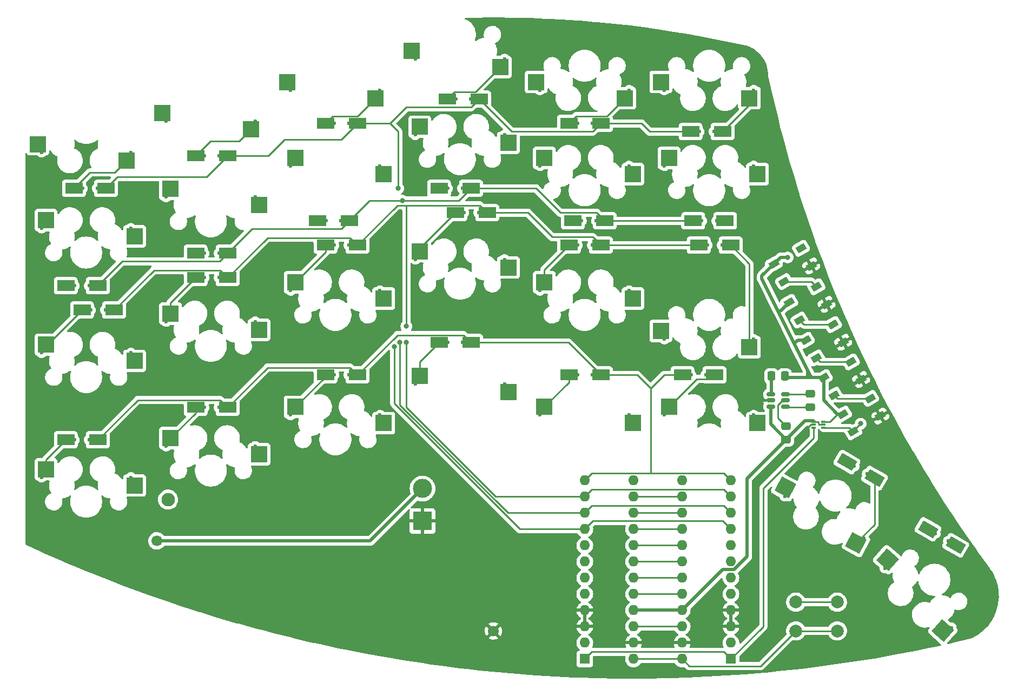
<source format=gbr>
%TF.GenerationSoftware,KiCad,Pcbnew,6.0.5-a6ca702e91~116~ubuntu22.04.1*%
%TF.CreationDate,2022-05-20T13:25:00-05:00*%
%TF.ProjectId,board,626f6172-642e-46b6-9963-61645f706362,rev?*%
%TF.SameCoordinates,Original*%
%TF.FileFunction,Copper,L1,Top*%
%TF.FilePolarity,Positive*%
%FSLAX46Y46*%
G04 Gerber Fmt 4.6, Leading zero omitted, Abs format (unit mm)*
G04 Created by KiCad (PCBNEW 6.0.5-a6ca702e91~116~ubuntu22.04.1) date 2022-05-20 13:25:00*
%MOMM*%
%LPD*%
G01*
G04 APERTURE LIST*
G04 Aperture macros list*
%AMRoundRect*
0 Rectangle with rounded corners*
0 $1 Rounding radius*
0 $2 $3 $4 $5 $6 $7 $8 $9 X,Y pos of 4 corners*
0 Add a 4 corners polygon primitive as box body*
4,1,4,$2,$3,$4,$5,$6,$7,$8,$9,$2,$3,0*
0 Add four circle primitives for the rounded corners*
1,1,$1+$1,$2,$3*
1,1,$1+$1,$4,$5*
1,1,$1+$1,$6,$7*
1,1,$1+$1,$8,$9*
0 Add four rect primitives between the rounded corners*
20,1,$1+$1,$2,$3,$4,$5,0*
20,1,$1+$1,$4,$5,$6,$7,0*
20,1,$1+$1,$6,$7,$8,$9,0*
20,1,$1+$1,$8,$9,$2,$3,0*%
%AMRotRect*
0 Rectangle, with rotation*
0 The origin of the aperture is its center*
0 $1 length*
0 $2 width*
0 $3 Rotation angle, in degrees counterclockwise*
0 Add horizontal line*
21,1,$1,$2,0,0,$3*%
G04 Aperture macros list end*
%TA.AperFunction,ComponentPad*%
%ADD10C,0.600000*%
%TD*%
%TA.AperFunction,SMDPad,CuDef*%
%ADD11R,2.700000X1.700000*%
%TD*%
%TA.AperFunction,SMDPad,CuDef*%
%ADD12RotRect,2.700000X1.700000X330.000000*%
%TD*%
%TA.AperFunction,ComponentPad*%
%ADD13O,1.600000X1.600000*%
%TD*%
%TA.AperFunction,ComponentPad*%
%ADD14R,1.600000X1.600000*%
%TD*%
%TA.AperFunction,ComponentPad*%
%ADD15C,2.000000*%
%TD*%
%TA.AperFunction,SMDPad,CuDef*%
%ADD16R,0.700000X0.340000*%
%TD*%
%TA.AperFunction,SMDPad,CuDef*%
%ADD17RotRect,1.500000X1.000000X30.000000*%
%TD*%
%TA.AperFunction,SMDPad,CuDef*%
%ADD18RotRect,2.550000X2.500000X318.220000*%
%TD*%
%TA.AperFunction,SMDPad,CuDef*%
%ADD19RotRect,2.550000X2.500000X332.190000*%
%TD*%
%TA.AperFunction,SMDPad,CuDef*%
%ADD20R,2.550000X2.500000*%
%TD*%
%TA.AperFunction,SMDPad,CuDef*%
%ADD21RoundRect,0.250000X-0.475000X0.337500X-0.475000X-0.337500X0.475000X-0.337500X0.475000X0.337500X0*%
%TD*%
%TA.AperFunction,SMDPad,CuDef*%
%ADD22RoundRect,0.250000X-0.337500X-0.475000X0.337500X-0.475000X0.337500X0.475000X-0.337500X0.475000X0*%
%TD*%
%TA.AperFunction,SMDPad,CuDef*%
%ADD23RoundRect,0.250000X0.475000X-0.337500X0.475000X0.337500X-0.475000X0.337500X-0.475000X-0.337500X0*%
%TD*%
%TA.AperFunction,SMDPad,CuDef*%
%ADD24RoundRect,0.150000X-0.512500X-0.150000X0.512500X-0.150000X0.512500X0.150000X-0.512500X0.150000X0*%
%TD*%
%TA.AperFunction,ComponentPad*%
%ADD25R,3.000000X3.000000*%
%TD*%
%TA.AperFunction,ComponentPad*%
%ADD26C,3.000000*%
%TD*%
%TA.AperFunction,WasherPad*%
%ADD27C,2.110000*%
%TD*%
%TA.AperFunction,ComponentPad*%
%ADD28C,1.700000*%
%TD*%
%TA.AperFunction,ViaPad*%
%ADD29C,0.800000*%
%TD*%
%TA.AperFunction,Conductor*%
%ADD30C,0.250000*%
%TD*%
%TA.AperFunction,Conductor*%
%ADD31C,0.500000*%
%TD*%
G04 APERTURE END LIST*
D10*
%TO.P,D20,1,K*%
%TO.N,Row0*%
X128150000Y-99060000D03*
D11*
X129500000Y-99060000D03*
%TO.P,D20,2,A*%
%TO.N,Net-(K20-Pad2)*%
X124500000Y-99060000D03*
D10*
X125850000Y-99060000D03*
%TD*%
%TO.P,D61,1,K*%
%TO.N,Row1*%
X219984071Y-123885000D03*
D12*
X218814936Y-123210000D03*
%TO.P,D61,2,A*%
%TO.N,Net-(D61-Pad2)*%
X223145064Y-125710000D03*
D10*
X221975929Y-125035000D03*
%TD*%
%TO.P,D60,1,K*%
%TO.N,Row0*%
X207284071Y-113360000D03*
D12*
X206114936Y-112685000D03*
%TO.P,D60,2,A*%
%TO.N,Net-(D60-Pad2)*%
X210445064Y-115185000D03*
D10*
X209275929Y-114510000D03*
%TD*%
%TO.P,D53,1,K*%
%TO.N,Row3*%
X183000000Y-60960000D03*
D11*
X181650000Y-60960000D03*
%TO.P,D53,2,A*%
%TO.N,Net-(K53-Pad2)*%
X186650000Y-60960000D03*
D10*
X185300000Y-60960000D03*
%TD*%
%TO.P,D52,1,K*%
%TO.N,Row2*%
X183410000Y-74930000D03*
D11*
X182060000Y-74930000D03*
%TO.P,D52,2,A*%
%TO.N,Net-(K52-Pad2)*%
X187060000Y-74930000D03*
D10*
X185710000Y-74930000D03*
%TD*%
%TO.P,D51,1,K*%
%TO.N,Row1*%
X184270000Y-78740000D03*
D11*
X182920000Y-78740000D03*
%TO.P,D51,2,A*%
%TO.N,Net-(K51-Pad2)*%
X187920000Y-78740000D03*
D10*
X186570000Y-78740000D03*
%TD*%
%TO.P,D50,1,K*%
%TO.N,Row0*%
X181730000Y-99060000D03*
D11*
X180380000Y-99060000D03*
%TO.P,D50,2,A*%
%TO.N,Net-(K50-Pad2)*%
X185380000Y-99060000D03*
D10*
X184030000Y-99060000D03*
%TD*%
%TO.P,D43,1,K*%
%TO.N,Row3*%
X166250000Y-59690000D03*
D11*
X167600000Y-59690000D03*
%TO.P,D43,2,A*%
%TO.N,Net-(K43-Pad2)*%
X162600000Y-59690000D03*
D10*
X163950000Y-59690000D03*
%TD*%
%TO.P,D42,1,K*%
%TO.N,Row2*%
X166885000Y-74930000D03*
D11*
X168235000Y-74930000D03*
%TO.P,D42,2,A*%
%TO.N,Net-(K42-Pad2)*%
X163235000Y-74930000D03*
D10*
X164585000Y-74930000D03*
%TD*%
%TO.P,D41,1,K*%
%TO.N,Row1*%
X166250000Y-78740000D03*
D11*
X167600000Y-78740000D03*
%TO.P,D41,2,A*%
%TO.N,Net-(K41-Pad2)*%
X162600000Y-78740000D03*
D10*
X163950000Y-78740000D03*
%TD*%
%TO.P,D40,1,K*%
%TO.N,Row0*%
X166250000Y-99060000D03*
D11*
X167600000Y-99060000D03*
%TO.P,D40,2,A*%
%TO.N,Net-(K40-Pad2)*%
X162600000Y-99060000D03*
D10*
X163950000Y-99060000D03*
%TD*%
%TO.P,D33,1,K*%
%TO.N,Row3*%
X147200000Y-55880000D03*
D11*
X148550000Y-55880000D03*
%TO.P,D33,2,A*%
%TO.N,Net-(K33-Pad2)*%
X143550000Y-55880000D03*
D10*
X144900000Y-55880000D03*
%TD*%
%TO.P,D32,1,K*%
%TO.N,Row2*%
X145930000Y-69850000D03*
D11*
X147280000Y-69850000D03*
%TO.P,D32,2,A*%
%TO.N,Net-(K32-Pad2)*%
X142280000Y-69850000D03*
D10*
X143630000Y-69850000D03*
%TD*%
%TO.P,D31,1,K*%
%TO.N,Row1*%
X148470000Y-73660000D03*
D11*
X149820000Y-73660000D03*
%TO.P,D31,2,A*%
%TO.N,Net-(K31-Pad2)*%
X144820000Y-73660000D03*
D10*
X146170000Y-73660000D03*
%TD*%
%TO.P,D30,1,K*%
%TO.N,Row0*%
X145930000Y-93980000D03*
D11*
X147280000Y-93980000D03*
%TO.P,D30,2,A*%
%TO.N,Net-(K30-Pad2)*%
X142280000Y-93980000D03*
D10*
X143630000Y-93980000D03*
%TD*%
%TO.P,D23,1,K*%
%TO.N,Row3*%
X128150000Y-59690000D03*
D11*
X129500000Y-59690000D03*
%TO.P,D23,2,A*%
%TO.N,Net-(K23-Pad2)*%
X124500000Y-59690000D03*
D10*
X125850000Y-59690000D03*
%TD*%
%TO.P,D22,1,K*%
%TO.N,Row2*%
X126880000Y-74930000D03*
D11*
X128230000Y-74930000D03*
%TO.P,D22,2,A*%
%TO.N,Net-(K22-Pad2)*%
X123230000Y-74930000D03*
D10*
X124580000Y-74930000D03*
%TD*%
%TO.P,D21,1,K*%
%TO.N,Row1*%
X128150000Y-78740000D03*
D11*
X129500000Y-78740000D03*
%TO.P,D21,2,A*%
%TO.N,Net-(K21-Pad2)*%
X124500000Y-78740000D03*
D10*
X125850000Y-78740000D03*
%TD*%
%TO.P,D13,1,K*%
%TO.N,Row3*%
X107830000Y-64770000D03*
D11*
X109180000Y-64770000D03*
%TO.P,D13,2,A*%
%TO.N,Net-(D13-Pad2)*%
X104180000Y-64770000D03*
D10*
X105530000Y-64770000D03*
%TD*%
%TO.P,D12,1,K*%
%TO.N,Row2*%
X107830000Y-80010000D03*
D11*
X109180000Y-80010000D03*
%TO.P,D12,2,A*%
%TO.N,Net-(D12-Pad2)*%
X104180000Y-80010000D03*
D10*
X105530000Y-80010000D03*
%TD*%
%TO.P,D11,1,K*%
%TO.N,Row1*%
X107830000Y-83820000D03*
D11*
X109180000Y-83820000D03*
%TO.P,D11,2,A*%
%TO.N,Net-(D11-Pad2)*%
X104180000Y-83820000D03*
D10*
X105530000Y-83820000D03*
%TD*%
%TO.P,D10,1,K*%
%TO.N,Row0*%
X107830000Y-104140000D03*
D11*
X109180000Y-104140000D03*
%TO.P,D10,2,A*%
%TO.N,Net-(D10-Pad2)*%
X104180000Y-104140000D03*
D10*
X105530000Y-104140000D03*
%TD*%
%TO.P,D03,1,K*%
%TO.N,Row3*%
X88780000Y-69850000D03*
D11*
X90130000Y-69850000D03*
%TO.P,D03,2,A*%
%TO.N,Net-(K03-Pad2)*%
X85130000Y-69850000D03*
D10*
X86480000Y-69850000D03*
%TD*%
%TO.P,D02,1,K*%
%TO.N,Row2*%
X87510000Y-85090000D03*
D11*
X88860000Y-85090000D03*
%TO.P,D02,2,A*%
%TO.N,Net-(K02-Pad2)*%
X83860000Y-85090000D03*
D10*
X85210000Y-85090000D03*
%TD*%
%TO.P,D01,1,K*%
%TO.N,Row1*%
X90050000Y-88900000D03*
D11*
X91400000Y-88900000D03*
%TO.P,D01,2,A*%
%TO.N,Net-(K01-Pad2)*%
X86400000Y-88900000D03*
D10*
X87750000Y-88900000D03*
%TD*%
%TO.P,D00,1,K*%
%TO.N,Row0*%
X87510000Y-109220000D03*
D11*
X88860000Y-109220000D03*
%TO.P,D00,2,A*%
%TO.N,Net-(K00-Pad2)*%
X83860000Y-109220000D03*
D10*
X85210000Y-109220000D03*
%TD*%
D13*
%TO.P,Nice!NanoV2,24,Pin_24*%
%TO.N,Bat+*%
X180335000Y-143515000D03*
%TO.P,Nice!NanoV2,23,Pin_23*%
%TO.N,GND*%
X180335000Y-140975000D03*
%TO.P,Nice!NanoV2,22,Pin_22*%
%TO.N,Net-(Nice!NanoV2-Pad22)*%
X180335000Y-138435000D03*
%TO.P,Nice!NanoV2,21,Pin_21*%
%TO.N,/Peripheral 3.3V Supply*%
X180335000Y-135895000D03*
%TO.P,Nice!NanoV2,20,Pin_20*%
%TO.N,Col0*%
X180335000Y-133355000D03*
%TO.P,Nice!NanoV2,19,Pin_19*%
%TO.N,Col1*%
X180335000Y-130815000D03*
%TO.P,Nice!NanoV2,18,Pin_18*%
%TO.N,Col2*%
X180335000Y-128275000D03*
%TO.P,Nice!NanoV2,17,Pin_17*%
%TO.N,Col3*%
X180335000Y-125735000D03*
%TO.P,Nice!NanoV2,16,Pin_16*%
%TO.N,Col4*%
X180335000Y-123195000D03*
%TO.P,Nice!NanoV2,15,Pin_15*%
%TO.N,Col5*%
X180335000Y-120655000D03*
%TO.P,Nice!NanoV2,14,Pin_14*%
%TO.N,Col6*%
X180335000Y-118115000D03*
%TO.P,Nice!NanoV2,13,Pin_13*%
%TO.N,unconnected-(Nice!NanoV2-Pad13)*%
X180335000Y-115575000D03*
%TO.P,Nice!NanoV2,12,Pin_12*%
%TO.N,Row0*%
X165095000Y-115575000D03*
%TO.P,Nice!NanoV2,11,Pin_11*%
%TO.N,Row1*%
X165095000Y-118115000D03*
%TO.P,Nice!NanoV2,10,Pin_10*%
%TO.N,Row2*%
X165095000Y-120655000D03*
%TO.P,Nice!NanoV2,9,Pin_9*%
%TO.N,Row3*%
X165095000Y-123195000D03*
%TO.P,Nice!NanoV2,8,Pin_8*%
%TO.N,unconnected-(Nice!NanoV2-Pad8)*%
X165095000Y-125735000D03*
%TO.P,Nice!NanoV2,7,Pin_7*%
%TO.N,unconnected-(Nice!NanoV2-Pad7)*%
X165095000Y-128275000D03*
%TO.P,Nice!NanoV2,6,Pin_6*%
%TO.N,unconnected-(Nice!NanoV2-Pad6)*%
X165095000Y-130815000D03*
%TO.P,Nice!NanoV2,5,Pin_5*%
%TO.N,unconnected-(Nice!NanoV2-Pad5)*%
X165095000Y-133355000D03*
%TO.P,Nice!NanoV2,4,Pin_4*%
%TO.N,GND*%
X165095000Y-135895000D03*
%TO.P,Nice!NanoV2,3,Pin_3*%
X165095000Y-138435000D03*
%TO.P,Nice!NanoV2,2,Pin_2*%
%TO.N,unconnected-(Nice!NanoV2-Pad2)*%
X165095000Y-140975000D03*
D14*
%TO.P,Nice!NanoV2,1,Pin_1*%
%TO.N,LED Control*%
X165095000Y-143515000D03*
%TD*%
D15*
%TO.P,Reset1,1,1*%
%TO.N,Net-(Nice!NanoV2-Pad22)*%
X204620000Y-134620000D03*
X198120000Y-134620000D03*
%TO.P,Reset1,2,2*%
%TO.N,Bat+*%
X204620000Y-139120000D03*
X198120000Y-139120000D03*
%TD*%
D13*
%TO.P,Nice!NanoV2,24,Pin_24*%
%TO.N,Bat+*%
X172725000Y-143515000D03*
%TO.P,Nice!NanoV2,23,Pin_23*%
%TO.N,GND*%
X172725000Y-140975000D03*
%TO.P,Nice!NanoV2,22,Pin_22*%
%TO.N,Net-(Nice!NanoV2-Pad22)*%
X172725000Y-138435000D03*
%TO.P,Nice!NanoV2,21,Pin_21*%
%TO.N,/Peripheral 3.3V Supply*%
X172725000Y-135895000D03*
%TO.P,Nice!NanoV2,20,Pin_20*%
%TO.N,Col0*%
X172725000Y-133355000D03*
%TO.P,Nice!NanoV2,19,Pin_19*%
%TO.N,Col1*%
X172725000Y-130815000D03*
%TO.P,Nice!NanoV2,18,Pin_18*%
%TO.N,Col2*%
X172725000Y-128275000D03*
%TO.P,Nice!NanoV2,17,Pin_17*%
%TO.N,Col3*%
X172725000Y-125735000D03*
%TO.P,Nice!NanoV2,16,Pin_16*%
%TO.N,Col4*%
X172725000Y-123195000D03*
%TO.P,Nice!NanoV2,15,Pin_15*%
%TO.N,Col5*%
X172725000Y-120655000D03*
%TO.P,Nice!NanoV2,14,Pin_14*%
%TO.N,Col6*%
X172725000Y-118115000D03*
%TO.P,Nice!NanoV2,13,Pin_13*%
%TO.N,unconnected-(Nice!NanoV2-Pad13)*%
X172725000Y-115575000D03*
%TO.P,Nice!NanoV2,12,Pin_12*%
%TO.N,Row0*%
X187965000Y-115575000D03*
%TO.P,Nice!NanoV2,11,Pin_11*%
%TO.N,Row1*%
X187965000Y-118115000D03*
%TO.P,Nice!NanoV2,10,Pin_10*%
%TO.N,Row2*%
X187965000Y-120655000D03*
%TO.P,Nice!NanoV2,9,Pin_9*%
%TO.N,Row3*%
X187965000Y-123195000D03*
%TO.P,Nice!NanoV2,8,Pin_8*%
%TO.N,unconnected-(Nice!NanoV2-Pad8)*%
X187965000Y-125735000D03*
%TO.P,Nice!NanoV2,7,Pin_7*%
%TO.N,unconnected-(Nice!NanoV2-Pad7)*%
X187965000Y-128275000D03*
%TO.P,Nice!NanoV2,6,Pin_6*%
%TO.N,unconnected-(Nice!NanoV2-Pad6)*%
X187965000Y-130815000D03*
%TO.P,Nice!NanoV2,5,Pin_5*%
%TO.N,unconnected-(Nice!NanoV2-Pad5)*%
X187965000Y-133355000D03*
%TO.P,Nice!NanoV2,4,Pin_4*%
%TO.N,GND*%
X187965000Y-135895000D03*
%TO.P,Nice!NanoV2,3,Pin_3*%
X187965000Y-138435000D03*
%TO.P,Nice!NanoV2,2,Pin_2*%
%TO.N,unconnected-(Nice!NanoV2-Pad2)*%
X187965000Y-140975000D03*
D14*
%TO.P,Nice!NanoV2,1,Pin_1*%
%TO.N,LED Control*%
X187965000Y-143515000D03*
%TD*%
D16*
%TO.P,LevelShift1,6,VCCB*%
%TO.N,/LED 5V Supply*%
X202440000Y-106349998D03*
%TO.P,LevelShift1,5,DIR*%
%TO.N,/Peripheral 3.3V Supply*%
X202440000Y-106849998D03*
%TO.P,LevelShift1,4,B*%
%TO.N,Net-(LED0-Pad2)*%
X202440000Y-107349998D03*
%TO.P,LevelShift1,3,A*%
%TO.N,LED Control*%
X200940000Y-107349998D03*
%TO.P,LevelShift1,2,GND*%
%TO.N,GND*%
X200940000Y-106849998D03*
%TO.P,LevelShift1,1,VCCA*%
%TO.N,/Peripheral 3.3V Supply*%
X200940000Y-106349998D03*
%TD*%
D17*
%TO.P,LED4,4,DO*%
%TO.N,unconnected-(LED4-Pad4)*%
X198931762Y-79219359D03*
%TO.P,LED4,3,VDD*%
%TO.N,GND*%
X200531762Y-81990641D03*
%TO.P,LED4,2,DIN*%
%TO.N,Net-(LED3-Pad4)*%
X196288238Y-84440641D03*
%TO.P,LED4,1,VSS*%
%TO.N,/LED 5V Supply*%
X194688238Y-81669359D03*
%TD*%
%TO.P,LED3,1,VSS*%
%TO.N,/LED 5V Supply*%
X197089113Y-87682453D03*
%TO.P,LED3,2,DIN*%
%TO.N,Net-(LED2-Pad4)*%
X198689113Y-90453735D03*
%TO.P,LED3,3,VDD*%
%TO.N,GND*%
X202932637Y-88003735D03*
%TO.P,LED3,4,DO*%
%TO.N,Net-(LED3-Pad4)*%
X201332637Y-85232453D03*
%TD*%
%TO.P,LED2,1,VSS*%
%TO.N,/LED 5V Supply*%
X199696251Y-93609032D03*
%TO.P,LED2,2,DIN*%
%TO.N,Net-(LED1-Pad4)*%
X201296251Y-96380314D03*
%TO.P,LED2,3,VDD*%
%TO.N,GND*%
X205539775Y-93930314D03*
%TO.P,LED2,4,DO*%
%TO.N,Net-(LED2-Pad4)*%
X203939775Y-91159032D03*
%TD*%
%TO.P,LED1,1,VSS*%
%TO.N,/LED 5V Supply*%
X202506538Y-99442023D03*
%TO.P,LED1,2,DIN*%
%TO.N,Net-(LED0-Pad4)*%
X204106538Y-102213305D03*
%TO.P,LED1,3,VDD*%
%TO.N,GND*%
X208350062Y-99763305D03*
%TO.P,LED1,4,DO*%
%TO.N,Net-(LED1-Pad4)*%
X206750062Y-96992023D03*
%TD*%
%TO.P,LED0,1,VSS*%
%TO.N,/LED 5V Supply*%
X205516622Y-105174466D03*
%TO.P,LED0,2,DIN*%
%TO.N,Net-(LED0-Pad2)*%
X207116622Y-107945748D03*
%TO.P,LED0,3,VDD*%
%TO.N,GND*%
X211360146Y-105495748D03*
%TO.P,LED0,4,DO*%
%TO.N,Net-(LED0-Pad4)*%
X209760146Y-102724466D03*
%TD*%
D18*
%TO.P,K61,2,2*%
%TO.N,Net-(D61-Pad2)*%
X221121531Y-139095734D03*
%TO.P,K61,1,1*%
%TO.N,Col6*%
X212485798Y-127973764D03*
D10*
%TO.P,K61,2,2*%
%TO.N,Net-(D61-Pad2)*%
X222485965Y-138611743D03*
%TO.P,K61,1,1*%
%TO.N,Col6*%
X212068415Y-129303920D03*
%TD*%
%TO.P,K60,1,1*%
%TO.N,Col6*%
X196381928Y-118036954D03*
%TO.P,K60,2,2*%
%TO.N,Net-(D60-Pad2)*%
X208738387Y-124554532D03*
D19*
%TO.P,K60,1,1*%
%TO.N,Col6*%
X196465848Y-116645379D03*
%TO.P,K60,2,2*%
%TO.N,Net-(D60-Pad2)*%
X207531153Y-125353601D03*
%TD*%
D20*
%TO.P,K53,2,2*%
%TO.N,Net-(K53-Pad2)*%
X190850000Y-55720000D03*
%TO.P,K53,1,1*%
%TO.N,Col5*%
X177000000Y-53180000D03*
D10*
%TO.P,K53,2,2*%
%TO.N,Net-(K53-Pad2)*%
X191545000Y-54450000D03*
%TO.P,K53,1,1*%
%TO.N,Col5*%
X177575000Y-54450000D03*
%TD*%
D20*
%TO.P,K52,2,2*%
%TO.N,Net-(K52-Pad2)*%
X178270000Y-65060000D03*
%TO.P,K52,1,1*%
%TO.N,Col5*%
X192120000Y-67600000D03*
D10*
%TO.P,K52,2,2*%
%TO.N,Net-(K52-Pad2)*%
X177575000Y-66330000D03*
%TO.P,K52,1,1*%
%TO.N,Col5*%
X191545000Y-66330000D03*
%TD*%
D20*
%TO.P,K51,2,2*%
%TO.N,Net-(K51-Pad2)*%
X190850000Y-94720000D03*
%TO.P,K51,1,1*%
%TO.N,Col5*%
X177000000Y-92180000D03*
D10*
%TO.P,K51,2,2*%
%TO.N,Net-(K51-Pad2)*%
X191545000Y-93450000D03*
%TO.P,K51,1,1*%
%TO.N,Col5*%
X177575000Y-93450000D03*
%TD*%
D20*
%TO.P,K50,2,2*%
%TO.N,Net-(K50-Pad2)*%
X178270000Y-104060000D03*
%TO.P,K50,1,1*%
%TO.N,Col5*%
X192120000Y-106600000D03*
D10*
%TO.P,K50,2,2*%
%TO.N,Net-(K50-Pad2)*%
X177575000Y-105330000D03*
%TO.P,K50,1,1*%
%TO.N,Col5*%
X191545000Y-105330000D03*
%TD*%
D20*
%TO.P,K43,2,2*%
%TO.N,Net-(K43-Pad2)*%
X171350000Y-55720000D03*
%TO.P,K43,1,1*%
%TO.N,Col4*%
X157500000Y-53180000D03*
D10*
%TO.P,K43,2,2*%
%TO.N,Net-(K43-Pad2)*%
X172045000Y-54450000D03*
%TO.P,K43,1,1*%
%TO.N,Col4*%
X158075000Y-54450000D03*
%TD*%
D20*
%TO.P,K42,2,2*%
%TO.N,Net-(K42-Pad2)*%
X158770000Y-65060000D03*
%TO.P,K42,1,1*%
%TO.N,Col4*%
X172620000Y-67600000D03*
D10*
%TO.P,K42,2,2*%
%TO.N,Net-(K42-Pad2)*%
X158075000Y-66330000D03*
%TO.P,K42,1,1*%
%TO.N,Col4*%
X172045000Y-66330000D03*
%TD*%
D20*
%TO.P,K41,2,2*%
%TO.N,Net-(K41-Pad2)*%
X158770000Y-84560000D03*
%TO.P,K41,1,1*%
%TO.N,Col4*%
X172620000Y-87100000D03*
D10*
%TO.P,K41,2,2*%
%TO.N,Net-(K41-Pad2)*%
X158075000Y-85830000D03*
%TO.P,K41,1,1*%
%TO.N,Col4*%
X172045000Y-85830000D03*
%TD*%
D20*
%TO.P,K40,2,2*%
%TO.N,Net-(K40-Pad2)*%
X158770000Y-104060000D03*
%TO.P,K40,1,1*%
%TO.N,Col4*%
X172620000Y-106600000D03*
D10*
%TO.P,K40,2,2*%
%TO.N,Net-(K40-Pad2)*%
X158075000Y-105330000D03*
%TO.P,K40,1,1*%
%TO.N,Col4*%
X172045000Y-105330000D03*
%TD*%
D20*
%TO.P,K33,2,2*%
%TO.N,Net-(K33-Pad2)*%
X151850000Y-50845000D03*
%TO.P,K33,1,1*%
%TO.N,Col3*%
X138000000Y-48305000D03*
D10*
%TO.P,K33,2,2*%
%TO.N,Net-(K33-Pad2)*%
X152545000Y-49575000D03*
%TO.P,K33,1,1*%
%TO.N,Col3*%
X138575000Y-49575000D03*
%TD*%
D20*
%TO.P,K32,2,2*%
%TO.N,Net-(K32-Pad2)*%
X139270000Y-60185000D03*
%TO.P,K32,1,1*%
%TO.N,Col3*%
X153120000Y-62725000D03*
D10*
%TO.P,K32,2,2*%
%TO.N,Net-(K32-Pad2)*%
X138575000Y-61455000D03*
%TO.P,K32,1,1*%
%TO.N,Col3*%
X152545000Y-61455000D03*
%TD*%
D20*
%TO.P,K31,2,2*%
%TO.N,Net-(K31-Pad2)*%
X139270000Y-79685000D03*
%TO.P,K31,1,1*%
%TO.N,Col3*%
X153120000Y-82225000D03*
D10*
%TO.P,K31,2,2*%
%TO.N,Net-(K31-Pad2)*%
X138575000Y-80955000D03*
%TO.P,K31,1,1*%
%TO.N,Col3*%
X152545000Y-80955000D03*
%TD*%
D20*
%TO.P,K30,2,2*%
%TO.N,Net-(K30-Pad2)*%
X139270000Y-99185000D03*
%TO.P,K30,1,1*%
%TO.N,Col3*%
X153120000Y-101725000D03*
D10*
%TO.P,K30,2,2*%
%TO.N,Net-(K30-Pad2)*%
X138575000Y-100455000D03*
%TO.P,K30,1,1*%
%TO.N,Col3*%
X152545000Y-100455000D03*
%TD*%
D20*
%TO.P,K23,2,2*%
%TO.N,Net-(K23-Pad2)*%
X132350000Y-55720000D03*
%TO.P,K23,1,1*%
%TO.N,Col2*%
X118500000Y-53180000D03*
D10*
%TO.P,K23,2,2*%
%TO.N,Net-(K23-Pad2)*%
X133045000Y-54450000D03*
%TO.P,K23,1,1*%
%TO.N,Col2*%
X119075000Y-54450000D03*
%TD*%
D20*
%TO.P,K22,2,2*%
%TO.N,Net-(K22-Pad2)*%
X119770000Y-65060000D03*
%TO.P,K22,1,1*%
%TO.N,Col2*%
X133620000Y-67600000D03*
D10*
%TO.P,K22,2,2*%
%TO.N,Net-(K22-Pad2)*%
X119075000Y-66330000D03*
%TO.P,K22,1,1*%
%TO.N,Col2*%
X133045000Y-66330000D03*
%TD*%
D20*
%TO.P,K21,2,2*%
%TO.N,Net-(K21-Pad2)*%
X119770000Y-84560000D03*
%TO.P,K21,1,1*%
%TO.N,Col2*%
X133620000Y-87100000D03*
D10*
%TO.P,K21,2,2*%
%TO.N,Net-(K21-Pad2)*%
X119075000Y-85830000D03*
%TO.P,K21,1,1*%
%TO.N,Col2*%
X133045000Y-85830000D03*
%TD*%
D20*
%TO.P,K20,2,2*%
%TO.N,Net-(K20-Pad2)*%
X119770000Y-104060000D03*
%TO.P,K20,1,1*%
%TO.N,Col2*%
X133620000Y-106600000D03*
D10*
%TO.P,K20,2,2*%
%TO.N,Net-(K20-Pad2)*%
X119075000Y-105330000D03*
%TO.P,K20,1,1*%
%TO.N,Col2*%
X133045000Y-105330000D03*
%TD*%
D20*
%TO.P,K13,2,2*%
%TO.N,Net-(D13-Pad2)*%
X112850000Y-60595000D03*
%TO.P,K13,1,1*%
%TO.N,Col1*%
X99000000Y-58055000D03*
D10*
%TO.P,K13,2,2*%
%TO.N,Net-(D13-Pad2)*%
X113545000Y-59325000D03*
%TO.P,K13,1,1*%
%TO.N,Col1*%
X99575000Y-59325000D03*
%TD*%
D20*
%TO.P,K12,2,2*%
%TO.N,Net-(D12-Pad2)*%
X100270000Y-69935000D03*
%TO.P,K12,1,1*%
%TO.N,Col1*%
X114120000Y-72475000D03*
D10*
%TO.P,K12,2,2*%
%TO.N,Net-(D12-Pad2)*%
X99575000Y-71205000D03*
%TO.P,K12,1,1*%
%TO.N,Col1*%
X113545000Y-71205000D03*
%TD*%
D20*
%TO.P,K11,2,2*%
%TO.N,Net-(D11-Pad2)*%
X100270000Y-89435000D03*
%TO.P,K11,1,1*%
%TO.N,Col1*%
X114120000Y-91975000D03*
D10*
%TO.P,K11,2,2*%
%TO.N,Net-(D11-Pad2)*%
X99575000Y-90705000D03*
%TO.P,K11,1,1*%
%TO.N,Col1*%
X113545000Y-90705000D03*
%TD*%
D20*
%TO.P,K10,2,2*%
%TO.N,Net-(D10-Pad2)*%
X100270000Y-108935000D03*
%TO.P,K10,1,1*%
%TO.N,Col1*%
X114120000Y-111475000D03*
D10*
%TO.P,K10,2,2*%
%TO.N,Net-(D10-Pad2)*%
X99575000Y-110205000D03*
%TO.P,K10,1,1*%
%TO.N,Col1*%
X113545000Y-110205000D03*
%TD*%
D20*
%TO.P,K03,2,2*%
%TO.N,Net-(K03-Pad2)*%
X93350000Y-65470000D03*
%TO.P,K03,1,1*%
%TO.N,Col0*%
X79500000Y-62930000D03*
D10*
%TO.P,K03,2,2*%
%TO.N,Net-(K03-Pad2)*%
X94045000Y-64200000D03*
%TO.P,K03,1,1*%
%TO.N,Col0*%
X80075000Y-64200000D03*
%TD*%
D20*
%TO.P,K02,2,2*%
%TO.N,Net-(K02-Pad2)*%
X80770000Y-74810000D03*
%TO.P,K02,1,1*%
%TO.N,Col0*%
X94620000Y-77350000D03*
D10*
%TO.P,K02,2,2*%
%TO.N,Net-(K02-Pad2)*%
X80075000Y-76080000D03*
%TO.P,K02,1,1*%
%TO.N,Col0*%
X94045000Y-76080000D03*
%TD*%
D20*
%TO.P,K01,2,2*%
%TO.N,Net-(K01-Pad2)*%
X80770000Y-94310000D03*
%TO.P,K01,1,1*%
%TO.N,Col0*%
X94620000Y-96850000D03*
D10*
%TO.P,K01,2,2*%
%TO.N,Net-(K01-Pad2)*%
X80075000Y-95580000D03*
%TO.P,K01,1,1*%
%TO.N,Col0*%
X94045000Y-95580000D03*
%TD*%
D20*
%TO.P,K00,2,2*%
%TO.N,Net-(K00-Pad2)*%
X80770000Y-113810000D03*
%TO.P,K00,1,1*%
%TO.N,Col0*%
X94620000Y-116350000D03*
D10*
%TO.P,K00,2,2*%
%TO.N,Net-(K00-Pad2)*%
X80075000Y-115080000D03*
%TO.P,K00,1,1*%
%TO.N,Col0*%
X94045000Y-115080000D03*
%TD*%
D21*
%TO.P,C3,2*%
%TO.N,Net-(BoostConverter1-Pad4)*%
X200420000Y-104077498D03*
%TO.P,C3,1*%
%TO.N,Net-(BoostConverter1-Pad6)*%
X200420000Y-102002498D03*
%TD*%
D22*
%TO.P,C2,2*%
%TO.N,/LED 5V Supply*%
X196377500Y-99229998D03*
%TO.P,C2,1*%
%TO.N,Net-(BoostConverter1-Pad1)*%
X194302500Y-99229998D03*
%TD*%
D23*
%TO.P,C1,1*%
%TO.N,/Peripheral 3.3V Supply*%
X196610000Y-109157498D03*
%TO.P,C1,2*%
%TO.N,Net-(BoostConverter1-Pad5)*%
X196610000Y-107082498D03*
%TD*%
D24*
%TO.P,BoostConverter1,6,CP*%
%TO.N,Net-(BoostConverter1-Pad6)*%
X196477500Y-102089998D03*
%TO.P,BoostConverter1,5,In*%
%TO.N,Net-(BoostConverter1-Pad5)*%
X196477500Y-103039998D03*
%TO.P,BoostConverter1,4,CN*%
%TO.N,Net-(BoostConverter1-Pad4)*%
X196477500Y-103989998D03*
%TO.P,BoostConverter1,3,EN*%
%TO.N,/Peripheral 3.3V Supply*%
X194202500Y-103989998D03*
%TO.P,BoostConverter1,2,GND*%
%TO.N,GND*%
X194202500Y-103039998D03*
%TO.P,BoostConverter1,1,Out*%
%TO.N,Net-(BoostConverter1-Pad1)*%
X194202500Y-102089998D03*
%TD*%
D25*
%TO.P,BatteryJmp1,1,Pin_1*%
%TO.N,GND*%
X139700000Y-121920000D03*
D26*
%TO.P,BatteryJmp1,2,Pin_2*%
%TO.N,Net-(Battery1-Pad1)*%
X139700000Y-116840000D03*
%TD*%
D27*
%TO.P,Battery1,*%
%TO.N,*%
X99872609Y-118555478D03*
D28*
%TO.P,Battery1,1,+*%
%TO.N,Net-(Battery1-Pad1)*%
X98138521Y-125027181D03*
%TO.P,Battery1,2,-*%
%TO.N,GND*%
X150781479Y-139132819D03*
%TD*%
D29*
%TO.N,Net-(LED0-Pad2)*%
X208280000Y-106680000D03*
%TO.N,/LED 5V Supply*%
X196850000Y-80645000D03*
%TO.N,Row3*%
X135890000Y-69850000D03*
%TO.N,Row2*%
X136525000Y-71755000D03*
%TO.N,Row3*%
X135255000Y-94615000D03*
%TO.N,Row2*%
X136160497Y-93980000D03*
%TO.N,Row1*%
X137160000Y-93980000D03*
X137160000Y-91440000D03*
%TD*%
D30*
%TO.N,Bat+*%
X180335000Y-143515000D02*
X181459511Y-144639511D01*
X181459511Y-144639511D02*
X192600489Y-144639511D01*
X192600489Y-144639511D02*
X198120000Y-139120000D01*
%TO.N,Net-(K50-Pad2)*%
X178270000Y-104060000D02*
X182645489Y-99684511D01*
X182645489Y-99684511D02*
X184755489Y-99684511D01*
X184755489Y-99684511D02*
X185380000Y-99060000D01*
%TO.N,GND*%
X200490002Y-106849998D02*
X199390000Y-107950000D01*
X200940000Y-106849998D02*
X200490002Y-106849998D01*
%TO.N,Net-(LED0-Pad2)*%
X207116622Y-107843378D02*
X208280000Y-106680000D01*
X207116622Y-107945748D02*
X207116622Y-107843378D01*
%TO.N,/LED 5V Supply*%
X202440000Y-106349998D02*
X203475065Y-106349998D01*
X203475065Y-106349998D02*
X204650597Y-105174466D01*
%TO.N,Net-(LED3-Pad4)*%
X196288238Y-84440641D02*
X200540825Y-84440641D01*
X200540825Y-84440641D02*
X201332637Y-85232453D01*
D31*
%TO.N,/LED 5V Supply*%
X196850000Y-80645000D02*
X195712597Y-80645000D01*
X195712597Y-80645000D02*
X194688238Y-81669359D01*
D30*
%TO.N,Row1*%
X156210000Y-73660000D02*
X160020000Y-77470000D01*
X166330000Y-77470000D02*
X167600000Y-78740000D01*
X149820000Y-73660000D02*
X156210000Y-73660000D01*
X160020000Y-77470000D02*
X166330000Y-77470000D01*
%TO.N,Row3*%
X135890000Y-69850000D02*
X135890000Y-60960000D01*
X135890000Y-60960000D02*
X134620000Y-59690000D01*
%TO.N,Net-(K03-Pad2)*%
X93350000Y-65470000D02*
X91475479Y-67344521D01*
X91475479Y-67344521D02*
X87635479Y-67344521D01*
X87635479Y-67344521D02*
X85130000Y-69850000D01*
%TO.N,Net-(D13-Pad2)*%
X112850000Y-60595000D02*
X110975479Y-62469521D01*
X110975479Y-62469521D02*
X106480479Y-62469521D01*
X106480479Y-62469521D02*
X104180000Y-64770000D01*
%TO.N,Net-(K43-Pad2)*%
X162600000Y-59690000D02*
X163774511Y-58515489D01*
X163774511Y-58515489D02*
X168554511Y-58515489D01*
X168554511Y-58515489D02*
X171350000Y-55720000D01*
%TO.N,Row3*%
X167600000Y-59690000D02*
X166330000Y-60960000D01*
X166330000Y-60960000D02*
X153630000Y-60960000D01*
X153630000Y-60960000D02*
X148550000Y-55880000D01*
%TO.N,Net-(K33-Pad2)*%
X143550000Y-55880000D02*
X144724511Y-54705489D01*
X144724511Y-54705489D02*
X147989511Y-54705489D01*
X147989511Y-54705489D02*
X151850000Y-50845000D01*
%TO.N,Net-(K23-Pad2)*%
X124500000Y-59690000D02*
X125674511Y-58515489D01*
X125674511Y-58515489D02*
X129554511Y-58515489D01*
X129554511Y-58515489D02*
X132350000Y-55720000D01*
%TO.N,Net-(K53-Pad2)*%
X186650000Y-60960000D02*
X190850000Y-56760000D01*
X190850000Y-56760000D02*
X190850000Y-55720000D01*
%TO.N,Row3*%
X173990000Y-59690000D02*
X175260000Y-60960000D01*
X167600000Y-59690000D02*
X173990000Y-59690000D01*
X175260000Y-60960000D02*
X181650000Y-60960000D01*
X134620000Y-59690000D02*
X137160000Y-57150000D01*
X129500000Y-59690000D02*
X134620000Y-59690000D01*
X137160000Y-57150000D02*
X147280000Y-57150000D01*
X147280000Y-57150000D02*
X148550000Y-55880000D01*
X115570000Y-64770000D02*
X118110000Y-62230000D01*
X109180000Y-64770000D02*
X115570000Y-64770000D01*
X118110000Y-62230000D02*
X126960000Y-62230000D01*
X126960000Y-62230000D02*
X129500000Y-59690000D01*
X90130000Y-69850000D02*
X91919521Y-68060479D01*
X91919521Y-68060479D02*
X105889521Y-68060479D01*
X105889521Y-68060479D02*
X109180000Y-64770000D01*
%TO.N,Row2*%
X109180000Y-80010000D02*
X107910000Y-81280000D01*
X107910000Y-81280000D02*
X92670000Y-81280000D01*
X92670000Y-81280000D02*
X88860000Y-85090000D01*
X128230000Y-74930000D02*
X126960000Y-76200000D01*
X126960000Y-76200000D02*
X112990000Y-76200000D01*
X112990000Y-76200000D02*
X109180000Y-80010000D01*
X136525000Y-71755000D02*
X145375000Y-71755000D01*
X145375000Y-71755000D02*
X147280000Y-69850000D01*
X136525000Y-71755000D02*
X131405000Y-71755000D01*
X131405000Y-71755000D02*
X128230000Y-74930000D01*
X166965000Y-73660000D02*
X161290000Y-73660000D01*
X168235000Y-74930000D02*
X166965000Y-73660000D01*
X161290000Y-73660000D02*
X157480000Y-69850000D01*
X157480000Y-69850000D02*
X147280000Y-69850000D01*
X182060000Y-74930000D02*
X168235000Y-74930000D01*
%TO.N,Row1*%
X135754511Y-72485489D02*
X137255489Y-72485489D01*
X137255489Y-72485489D02*
X148645489Y-72485489D01*
X137160000Y-91440000D02*
X137160000Y-72580978D01*
X137160000Y-72580978D02*
X137255489Y-72485489D01*
%TO.N,Row3*%
X135255000Y-103506434D02*
X135255000Y-94615000D01*
X165095000Y-123195000D02*
X154943566Y-123195000D01*
X136524283Y-104775717D02*
X135255000Y-103506434D01*
X154943566Y-123195000D02*
X136524283Y-104775717D01*
%TO.N,Row2*%
X165095000Y-120655000D02*
X153039283Y-120655000D01*
X153039283Y-120655000D02*
X136160497Y-103776214D01*
X136160497Y-103776214D02*
X136160497Y-93980000D01*
%TO.N,Row1*%
X137160000Y-104140000D02*
X137160000Y-93980000D01*
X139700000Y-106680000D02*
X137160000Y-104140000D01*
X165095000Y-118115000D02*
X151135000Y-118115000D01*
X151135000Y-118115000D02*
X139700000Y-106680000D01*
X167600000Y-78740000D02*
X182920000Y-78740000D01*
X129500000Y-78740000D02*
X135754511Y-72485489D01*
X148645489Y-72485489D02*
X149820000Y-73660000D01*
X109180000Y-83820000D02*
X115434511Y-77565489D01*
X115434511Y-77565489D02*
X128325489Y-77565489D01*
X128325489Y-77565489D02*
X129500000Y-78740000D01*
X91400000Y-88900000D02*
X97654511Y-82645489D01*
X97654511Y-82645489D02*
X108005489Y-82645489D01*
X108005489Y-82645489D02*
X109180000Y-83820000D01*
%TO.N,Net-(K01-Pad2)*%
X80770000Y-94310000D02*
X80990000Y-94310000D01*
X80990000Y-94310000D02*
X86400000Y-88900000D01*
%TO.N,Net-(D11-Pad2)*%
X100270000Y-89435000D02*
X100270000Y-87730000D01*
X100270000Y-87730000D02*
X104180000Y-83820000D01*
%TO.N,Net-(K21-Pad2)*%
X119770000Y-84560000D02*
X124500000Y-79830000D01*
X124500000Y-79830000D02*
X124500000Y-78740000D01*
%TO.N,Net-(K31-Pad2)*%
X139270000Y-79685000D02*
X139270000Y-79210000D01*
X139270000Y-79210000D02*
X144820000Y-73660000D01*
%TO.N,Net-(K41-Pad2)*%
X158770000Y-84560000D02*
X158770000Y-82570000D01*
X158770000Y-82570000D02*
X162600000Y-78740000D01*
%TO.N,Net-(K51-Pad2)*%
X190850000Y-94720000D02*
X190865421Y-94704579D01*
X190865421Y-94704579D02*
X190865421Y-81685421D01*
X190865421Y-81685421D02*
X187920000Y-78740000D01*
%TO.N,Row0*%
X175410489Y-101180489D02*
X177530978Y-99060000D01*
X177530978Y-99060000D02*
X180380000Y-99060000D01*
%TO.N,Net-(D60-Pad2)*%
X207531153Y-125353601D02*
X210445064Y-122439690D01*
X210445064Y-122439690D02*
X210445064Y-115185000D01*
%TO.N,Row0*%
X175410489Y-101180489D02*
X173290000Y-99060000D01*
X173290000Y-99060000D02*
X167600000Y-99060000D01*
X175410489Y-103989511D02*
X175410489Y-101180489D01*
X175410489Y-114149511D02*
X175410489Y-103989511D01*
X186840489Y-114450489D02*
X175410489Y-114450489D01*
X175410489Y-114450489D02*
X175109511Y-114450489D01*
X175410489Y-114149511D02*
X175410489Y-114450489D01*
X175109511Y-114450489D02*
X166219511Y-114450489D01*
X147280000Y-93980000D02*
X162520000Y-93980000D01*
X162520000Y-93980000D02*
X167600000Y-99060000D01*
X129500000Y-99060000D02*
X135754511Y-92805489D01*
X135754511Y-92805489D02*
X146105489Y-92805489D01*
X146105489Y-92805489D02*
X147280000Y-93980000D01*
X109180000Y-104140000D02*
X115434511Y-97885489D01*
X115434511Y-97885489D02*
X128325489Y-97885489D01*
X128325489Y-97885489D02*
X129500000Y-99060000D01*
X88860000Y-109220000D02*
X95114511Y-102965489D01*
X95114511Y-102965489D02*
X108005489Y-102965489D01*
X108005489Y-102965489D02*
X109180000Y-104140000D01*
%TO.N,Net-(K00-Pad2)*%
X80770000Y-113810000D02*
X80770000Y-112310000D01*
X80770000Y-112310000D02*
X83860000Y-109220000D01*
%TO.N,Net-(D10-Pad2)*%
X100270000Y-108935000D02*
X104180000Y-105025000D01*
X104180000Y-105025000D02*
X104180000Y-104140000D01*
%TO.N,Net-(K20-Pad2)*%
X119770000Y-104060000D02*
X124500000Y-99330000D01*
X124500000Y-99330000D02*
X124500000Y-99060000D01*
%TO.N,Net-(K30-Pad2)*%
X139270000Y-99185000D02*
X139270000Y-96990000D01*
X139270000Y-96990000D02*
X142280000Y-93980000D01*
%TO.N,Net-(K40-Pad2)*%
X158770000Y-104060000D02*
X162600000Y-100230000D01*
X162600000Y-100230000D02*
X162600000Y-99060000D01*
D31*
%TO.N,Net-(Battery1-Pad1)*%
X98138521Y-125027181D02*
X131512819Y-125027181D01*
X131512819Y-125027181D02*
X139700000Y-116840000D01*
D30*
%TO.N,Row0*%
X187965000Y-115575000D02*
X186840489Y-114450489D01*
X166219511Y-114450489D02*
X165095000Y-115575000D01*
D31*
%TO.N,/Peripheral 3.3V Supply*%
X196610000Y-109157498D02*
X190500000Y-115267498D01*
X190500000Y-115267498D02*
X190500000Y-127507076D01*
X190500000Y-127507076D02*
X188467076Y-129540000D01*
X188467076Y-129540000D02*
X186690000Y-129540000D01*
X186690000Y-129540000D02*
X180335000Y-135895000D01*
D30*
%TO.N,LED Control*%
X193040000Y-138440000D02*
X193040000Y-116840000D01*
X187965000Y-143515000D02*
X193040000Y-138440000D01*
X193040000Y-116840000D02*
X200940000Y-108940000D01*
X200940000Y-108940000D02*
X200940000Y-107349998D01*
%TO.N,Bat+*%
X172725000Y-143515000D02*
X180335000Y-143515000D01*
%TO.N,Net-(Nice!NanoV2-Pad22)*%
X180335000Y-138435000D02*
X172725000Y-138435000D01*
D31*
%TO.N,/Peripheral 3.3V Supply*%
X172725000Y-135895000D02*
X180335000Y-135895000D01*
D30*
%TO.N,Col0*%
X172725000Y-133355000D02*
X180335000Y-133355000D01*
%TO.N,Col1*%
X172725000Y-130815000D02*
X180335000Y-130815000D01*
%TO.N,Col2*%
X172725000Y-128275000D02*
X180335000Y-128275000D01*
%TO.N,Col3*%
X172725000Y-125735000D02*
X180335000Y-125735000D01*
%TO.N,Col4*%
X172725000Y-123195000D02*
X180335000Y-123195000D01*
%TO.N,Col5*%
X172725000Y-120655000D02*
X180335000Y-120655000D01*
%TO.N,Col6*%
X172725000Y-118115000D02*
X180335000Y-118115000D01*
%TO.N,LED Control*%
X187965000Y-143515000D02*
X186840489Y-142390489D01*
X186840489Y-142390489D02*
X166219511Y-142390489D01*
X166219511Y-142390489D02*
X165095000Y-143515000D01*
%TO.N,Row3*%
X187965000Y-123195000D02*
X186690000Y-121920000D01*
X186690000Y-121920000D02*
X166370000Y-121920000D01*
X166370000Y-121920000D02*
X165095000Y-123195000D01*
%TO.N,Row2*%
X187965000Y-120655000D02*
X186840489Y-119530489D01*
X186840489Y-119530489D02*
X166219511Y-119530489D01*
X166219511Y-119530489D02*
X165095000Y-120655000D01*
%TO.N,Row1*%
X187965000Y-118115000D02*
X186840489Y-116990489D01*
X186840489Y-116990489D02*
X166219511Y-116990489D01*
X166219511Y-116990489D02*
X165095000Y-118115000D01*
%TO.N,Bat+*%
X198120000Y-139120000D02*
X204620000Y-139120000D01*
%TO.N,Net-(Nice!NanoV2-Pad22)*%
X198120000Y-134620000D02*
X204620000Y-134620000D01*
D31*
%TO.N,/LED 5V Supply*%
X205516622Y-105174466D02*
X204650597Y-105174466D01*
X204650597Y-105174466D02*
X202506538Y-103030407D01*
X202506538Y-103030407D02*
X202506538Y-99442023D01*
D30*
%TO.N,/Peripheral 3.3V Supply*%
X200940000Y-106349998D02*
X201609022Y-106349998D01*
X201609022Y-106349998D02*
X201690000Y-106430976D01*
X201690000Y-106430976D02*
X201690000Y-106769020D01*
X201690000Y-106769020D02*
X201770978Y-106849998D01*
X201770978Y-106849998D02*
X202440000Y-106849998D01*
%TO.N,Net-(LED0-Pad2)*%
X202440000Y-107349998D02*
X206520872Y-107349998D01*
X206520872Y-107349998D02*
X207116622Y-107945748D01*
D31*
%TO.N,/Peripheral 3.3V Supply*%
X196610000Y-109157498D02*
X194202500Y-106749998D01*
X194202500Y-106749998D02*
X194202500Y-103989998D01*
X196610000Y-109157498D02*
X199537011Y-106230487D01*
X199537011Y-106230487D02*
X200940000Y-106230487D01*
D30*
%TO.N,Net-(BoostConverter1-Pad5)*%
X196477500Y-103039998D02*
X196093928Y-103039998D01*
X196093928Y-103039998D02*
X195340000Y-103793926D01*
X195340000Y-103793926D02*
X195340000Y-105812498D01*
X195340000Y-105812498D02*
X196610000Y-107082498D01*
%TO.N,Net-(BoostConverter1-Pad4)*%
X200420000Y-104077498D02*
X196565000Y-104077498D01*
X196565000Y-104077498D02*
X196477500Y-103989998D01*
%TO.N,Net-(BoostConverter1-Pad6)*%
X196477500Y-102089998D02*
X200332500Y-102089998D01*
X200332500Y-102089998D02*
X200420000Y-102002498D01*
D31*
%TO.N,Net-(BoostConverter1-Pad1)*%
X194302500Y-99229998D02*
X194302500Y-101989998D01*
X194302500Y-101989998D02*
X194202500Y-102089998D01*
%TO.N,/LED 5V Supply*%
X199996667Y-98383331D02*
X197880000Y-94149998D01*
X200420000Y-99229998D02*
X199996667Y-98383331D01*
X200207975Y-99442023D02*
X202506538Y-99442023D01*
X199996667Y-98383331D02*
X199996667Y-99230715D01*
X196589525Y-99442023D02*
X200207975Y-99442023D01*
X199996667Y-99230715D02*
X200207975Y-99442023D01*
X196377500Y-99229998D02*
X196589525Y-99442023D01*
X200632025Y-99442023D02*
X202506538Y-99442023D01*
X200420000Y-99229998D02*
X200632025Y-99442023D01*
X199696251Y-93609032D02*
X198420966Y-93609032D01*
X197880000Y-94149998D02*
X195340000Y-89069998D01*
X198420966Y-93609032D02*
X197880000Y-94149998D01*
X195340000Y-89069998D02*
X192800000Y-83989998D01*
X197089113Y-87682453D02*
X195701568Y-89069998D01*
X195701568Y-89069998D02*
X195340000Y-89069998D01*
X192800000Y-83557597D02*
X192800000Y-83989998D01*
X194688238Y-81669359D02*
X192800000Y-83557597D01*
D30*
%TO.N,Net-(LED2-Pad4)*%
X203939775Y-91159032D02*
X199394410Y-91159032D01*
X199394410Y-91159032D02*
X198689113Y-90453735D01*
%TO.N,Net-(LED1-Pad4)*%
X206750062Y-96992023D02*
X201907960Y-96992023D01*
X201907960Y-96992023D02*
X201296251Y-96380314D01*
%TO.N,Net-(LED0-Pad4)*%
X209760146Y-102724466D02*
X204617699Y-102724466D01*
X204617699Y-102724466D02*
X204106538Y-102213305D01*
%TD*%
%TA.AperFunction,Conductor*%
%TO.N,GND*%
G36*
X151257002Y-43091335D02*
G01*
X153885443Y-43116027D01*
X153887286Y-43116057D01*
X155062333Y-43144296D01*
X156515246Y-43179214D01*
X156517033Y-43179270D01*
X159042229Y-43276951D01*
X159143722Y-43280877D01*
X159145564Y-43280962D01*
X161770456Y-43420995D01*
X161772297Y-43421107D01*
X162337644Y-43459571D01*
X164394852Y-43599537D01*
X164396579Y-43599667D01*
X166622142Y-43783844D01*
X167016380Y-43816469D01*
X167018216Y-43816635D01*
X169634368Y-44071734D01*
X169636202Y-44071926D01*
X172248416Y-44365291D01*
X172250247Y-44365510D01*
X174857896Y-44697072D01*
X174859723Y-44697318D01*
X177462231Y-45067003D01*
X177464055Y-45067276D01*
X180060817Y-45474999D01*
X180062637Y-45475298D01*
X181372975Y-45700732D01*
X182653292Y-45921002D01*
X182654986Y-45921306D01*
X185238865Y-46404879D01*
X185240652Y-46405228D01*
X187817066Y-46926539D01*
X187818795Y-46926902D01*
X190320553Y-47471335D01*
X190331345Y-47474190D01*
X190338618Y-47476464D01*
X190346720Y-47480330D01*
X190355583Y-47481767D01*
X190364023Y-47484405D01*
X190372627Y-47486455D01*
X190380975Y-47489751D01*
X190389910Y-47490572D01*
X190393672Y-47491468D01*
X190405683Y-47494968D01*
X190736663Y-47609521D01*
X190746600Y-47613439D01*
X191065093Y-47754934D01*
X191111565Y-47775580D01*
X191121142Y-47780331D01*
X191471047Y-47972824D01*
X191480179Y-47978365D01*
X191812505Y-48199826D01*
X191821141Y-48206126D01*
X192133489Y-48454952D01*
X192141561Y-48461962D01*
X192431700Y-48736379D01*
X192439143Y-48744042D01*
X192704991Y-49042083D01*
X192711740Y-49050328D01*
X192951356Y-49369818D01*
X192957402Y-49378636D01*
X193169071Y-49717288D01*
X193174347Y-49726585D01*
X193356536Y-50081937D01*
X193361006Y-50091648D01*
X193427190Y-50253169D01*
X193500092Y-50431084D01*
X193512428Y-50461191D01*
X193516055Y-50471238D01*
X193523628Y-50495376D01*
X193635602Y-50852278D01*
X193638367Y-50862604D01*
X193725187Y-51252423D01*
X193727062Y-51262926D01*
X193748483Y-51421500D01*
X193780523Y-51658693D01*
X193781503Y-51669338D01*
X193784631Y-51732596D01*
X193797037Y-51983504D01*
X193798837Y-52019912D01*
X193798875Y-52020729D01*
X193799328Y-52031280D01*
X193798075Y-52055208D01*
X193796278Y-52067302D01*
X193797503Y-52076189D01*
X193797503Y-52076192D01*
X193802144Y-52109862D01*
X193803208Y-52121658D01*
X193805052Y-52164581D01*
X193807514Y-52176890D01*
X193808575Y-52179779D01*
X193809206Y-52182300D01*
X193901834Y-52603500D01*
X194398769Y-54863187D01*
X195026392Y-57541217D01*
X195026462Y-57541499D01*
X195026473Y-57541544D01*
X195363195Y-58894385D01*
X195690744Y-60210373D01*
X195897417Y-60994591D01*
X196390529Y-62865702D01*
X196391701Y-62870150D01*
X197129129Y-65520047D01*
X197129249Y-65520455D01*
X197129260Y-65520495D01*
X197901693Y-68155484D01*
X197902889Y-68159564D01*
X198356525Y-69631815D01*
X198708579Y-70774385D01*
X198712836Y-70788202D01*
X198712956Y-70788575D01*
X198712967Y-70788608D01*
X199545718Y-73364940D01*
X199558817Y-73405466D01*
X200195879Y-75287633D01*
X200373617Y-75812750D01*
X200440672Y-76010862D01*
X200440788Y-76011190D01*
X200440796Y-76011213D01*
X201175149Y-78086498D01*
X201358234Y-78603898D01*
X201935912Y-80167764D01*
X202310541Y-81181944D01*
X202311331Y-81184084D01*
X202311462Y-81184424D01*
X202311474Y-81184456D01*
X203120315Y-83284887D01*
X203299782Y-83750934D01*
X204323402Y-86303963D01*
X204910474Y-87711882D01*
X205372560Y-88820060D01*
X205381996Y-88842690D01*
X205382126Y-88842991D01*
X205382140Y-88843023D01*
X206457296Y-91324924D01*
X206475365Y-91366635D01*
X207243052Y-93074075D01*
X207584319Y-93833098D01*
X207603303Y-93875322D01*
X207775575Y-94244820D01*
X208765112Y-96367236D01*
X208765597Y-96368277D01*
X208765771Y-96368637D01*
X208765797Y-96368692D01*
X209961587Y-98844118D01*
X209962028Y-98845031D01*
X210522899Y-99966500D01*
X211182925Y-101286231D01*
X211192369Y-101305115D01*
X211192589Y-101305541D01*
X211192594Y-101305550D01*
X211436748Y-101777423D01*
X212456389Y-103748066D01*
X213248248Y-105228297D01*
X213737605Y-106143056D01*
X213753849Y-106173422D01*
X213753988Y-106173674D01*
X213753997Y-106173690D01*
X214987438Y-108405123D01*
X215084504Y-108580726D01*
X216055776Y-110282231D01*
X216436781Y-110949688D01*
X216448103Y-110969523D01*
X217656190Y-113019943D01*
X217810111Y-113281184D01*
X217844389Y-113339363D01*
X217844579Y-113339676D01*
X217844599Y-113339709D01*
X219244140Y-115642158D01*
X219273098Y-115689798D01*
X220733960Y-118020385D01*
X220734172Y-118020713D01*
X220734184Y-118020732D01*
X221415792Y-119075649D01*
X222226700Y-120330684D01*
X222226912Y-120331003D01*
X222226915Y-120331007D01*
X222294414Y-120432391D01*
X223751037Y-122620259D01*
X223751276Y-122620607D01*
X223751304Y-122620649D01*
X225306425Y-124888303D01*
X225306457Y-124888349D01*
X225306682Y-124888677D01*
X226201037Y-126155154D01*
X226849875Y-127073959D01*
X226893342Y-127135512D01*
X226893585Y-127135846D01*
X226893602Y-127135870D01*
X228499890Y-129345446D01*
X228502268Y-129349017D01*
X228502989Y-129350441D01*
X228504684Y-129352799D01*
X228504773Y-129352972D01*
X228504919Y-129353125D01*
X228510316Y-129360634D01*
X228513728Y-129364099D01*
X228513729Y-129364100D01*
X228521613Y-129372106D01*
X228536323Y-129390100D01*
X228587979Y-129466754D01*
X228805171Y-129789056D01*
X228810002Y-129796818D01*
X229067991Y-130246988D01*
X229072247Y-130255082D01*
X229296915Y-130722788D01*
X229300572Y-130731168D01*
X229490721Y-131213912D01*
X229493761Y-131222535D01*
X229648404Y-131717805D01*
X229650811Y-131726626D01*
X229769131Y-132231812D01*
X229770892Y-132240785D01*
X229852264Y-132753225D01*
X229853369Y-132762301D01*
X229897365Y-133279287D01*
X229897809Y-133288419D01*
X229899652Y-133438083D01*
X229904096Y-133798933D01*
X229904198Y-133807227D01*
X229903979Y-133816359D01*
X229879906Y-134215300D01*
X229872726Y-134334279D01*
X229871845Y-134343376D01*
X229816757Y-134755586D01*
X229803114Y-134857676D01*
X229801574Y-134866690D01*
X229695733Y-135374617D01*
X229693545Y-135383494D01*
X229552847Y-135876457D01*
X229551141Y-135882434D01*
X229548318Y-135891118D01*
X229425961Y-136225688D01*
X229370103Y-136378423D01*
X229366653Y-136386890D01*
X229246572Y-136653500D01*
X229153579Y-136859966D01*
X229149524Y-136868162D01*
X228902692Y-137324558D01*
X228898053Y-137332437D01*
X228836510Y-137428802D01*
X228618776Y-137769730D01*
X228613592Y-137777230D01*
X228303346Y-138193109D01*
X228297616Y-138200235D01*
X227958017Y-138592528D01*
X227951786Y-138599219D01*
X227584644Y-138965842D01*
X227577949Y-138972060D01*
X227227615Y-139274467D01*
X227185168Y-139311107D01*
X227178035Y-139316825D01*
X226761712Y-139626487D01*
X226754209Y-139631656D01*
X226316503Y-139910325D01*
X226308636Y-139914941D01*
X226126382Y-140013175D01*
X225851891Y-140161124D01*
X225843691Y-140165167D01*
X225617761Y-140266542D01*
X225406817Y-140361193D01*
X225383819Y-140368949D01*
X222540595Y-141031114D01*
X222539100Y-141031452D01*
X222322416Y-141078920D01*
X221980207Y-141153886D01*
X221909384Y-141148925D01*
X221852486Y-141106461D01*
X221827578Y-141039977D01*
X221842568Y-140970581D01*
X221859285Y-140946855D01*
X221907602Y-140892778D01*
X223036569Y-139629210D01*
X223314141Y-139318544D01*
X223314142Y-139318543D01*
X223316413Y-139316001D01*
X223339881Y-139283197D01*
X223348210Y-139271555D01*
X223348211Y-139271553D01*
X223352806Y-139265130D01*
X223371881Y-139216030D01*
X223402300Y-139137725D01*
X223402301Y-139137723D01*
X223405550Y-139129358D01*
X223418067Y-138984239D01*
X223389352Y-138841440D01*
X223385183Y-138833490D01*
X223385182Y-138833486D01*
X223325381Y-138719438D01*
X223321712Y-138712440D01*
X223320551Y-138711152D01*
X223298912Y-138646410D01*
X223299131Y-138635407D01*
X223299264Y-138634460D01*
X223299581Y-138611743D01*
X223279362Y-138431488D01*
X223263243Y-138385201D01*
X223222029Y-138266849D01*
X223222027Y-138266846D01*
X223219710Y-138260191D01*
X223123591Y-138106367D01*
X223067647Y-138050031D01*
X223000743Y-137982658D01*
X223000739Y-137982655D01*
X222995780Y-137977661D01*
X222842631Y-137880470D01*
X222813428Y-137870071D01*
X222678390Y-137821986D01*
X222678385Y-137821985D01*
X222671755Y-137819624D01*
X222664767Y-137818791D01*
X222664764Y-137818790D01*
X222541663Y-137804111D01*
X222491645Y-137798147D01*
X222484643Y-137798883D01*
X222484641Y-137798883D01*
X222383325Y-137809532D01*
X222313486Y-137796760D01*
X222286204Y-137778181D01*
X221960022Y-137486746D01*
X221922550Y-137426444D01*
X221923629Y-137355455D01*
X221962916Y-137296319D01*
X221984819Y-137281536D01*
X222027555Y-137258813D01*
X222027561Y-137258809D01*
X222031447Y-137256743D01*
X222062807Y-137233959D01*
X222255134Y-137094226D01*
X222255137Y-137094223D01*
X222258697Y-137091637D01*
X222261969Y-137088478D01*
X222452631Y-136904357D01*
X222460757Y-136896510D01*
X222633693Y-136675161D01*
X222635889Y-136671357D01*
X222635894Y-136671350D01*
X222771940Y-136435710D01*
X222774141Y-136431898D01*
X222879367Y-136171455D01*
X222889011Y-136132777D01*
X222946258Y-135903172D01*
X222946259Y-135903167D01*
X222947322Y-135898903D01*
X222949681Y-135876457D01*
X222976693Y-135810799D01*
X223034914Y-135770169D01*
X223105859Y-135767465D01*
X223117970Y-135771182D01*
X223248477Y-135818554D01*
X223253726Y-135819503D01*
X223253729Y-135819504D01*
X223471410Y-135858867D01*
X223471417Y-135858868D01*
X223475494Y-135859605D01*
X223493231Y-135860441D01*
X223498179Y-135860675D01*
X223498186Y-135860675D01*
X223499667Y-135860745D01*
X223661812Y-135860745D01*
X223728768Y-135855064D01*
X223828449Y-135846606D01*
X223828453Y-135846605D01*
X223833760Y-135846155D01*
X223838915Y-135844817D01*
X223838921Y-135844816D01*
X224051890Y-135789540D01*
X224051894Y-135789539D01*
X224057059Y-135788198D01*
X224061925Y-135786006D01*
X224061928Y-135786005D01*
X224262536Y-135695638D01*
X224267402Y-135693446D01*
X224271822Y-135690470D01*
X224271826Y-135690468D01*
X224371291Y-135623503D01*
X224458772Y-135564607D01*
X224625699Y-135405367D01*
X224695774Y-135311183D01*
X224760224Y-135224559D01*
X224760226Y-135224556D01*
X224763408Y-135220279D01*
X224822257Y-135104532D01*
X224865545Y-135019391D01*
X224865545Y-135019390D01*
X224867964Y-135014633D01*
X224916701Y-134857676D01*
X224934792Y-134799415D01*
X224934793Y-134799409D01*
X224936376Y-134794312D01*
X224958816Y-134625000D01*
X224965987Y-134570898D01*
X224965987Y-134570893D01*
X224966687Y-134565613D01*
X224958033Y-134335077D01*
X224910659Y-134109295D01*
X224905081Y-134095169D01*
X224864480Y-133992362D01*
X224825920Y-133894723D01*
X224713792Y-133709942D01*
X224709009Y-133702059D01*
X224709008Y-133702058D01*
X224706240Y-133697496D01*
X224671357Y-133657297D01*
X224558540Y-133527286D01*
X224558538Y-133527284D01*
X224555040Y-133523253D01*
X224461148Y-133446266D01*
X224380772Y-133380361D01*
X224380766Y-133380357D01*
X224376644Y-133376977D01*
X224176152Y-133262851D01*
X224171136Y-133261030D01*
X224171131Y-133261028D01*
X223964312Y-133185956D01*
X223964308Y-133185955D01*
X223959297Y-133184136D01*
X223954048Y-133183187D01*
X223954045Y-133183186D01*
X223736364Y-133143823D01*
X223736357Y-133143822D01*
X223732280Y-133143085D01*
X223714543Y-133142249D01*
X223709595Y-133142015D01*
X223709588Y-133142015D01*
X223708107Y-133141945D01*
X223545962Y-133141945D01*
X223490194Y-133146677D01*
X223379325Y-133156084D01*
X223379321Y-133156085D01*
X223374014Y-133156535D01*
X223368859Y-133157873D01*
X223368853Y-133157874D01*
X223155884Y-133213150D01*
X223155880Y-133213151D01*
X223150715Y-133214492D01*
X223145849Y-133216684D01*
X223145846Y-133216685D01*
X222989339Y-133287186D01*
X222940372Y-133309244D01*
X222935952Y-133312220D01*
X222935948Y-133312222D01*
X222864276Y-133360475D01*
X222749002Y-133438083D01*
X222582075Y-133597323D01*
X222576729Y-133604508D01*
X222458798Y-133763014D01*
X222444366Y-133782411D01*
X222384742Y-133899684D01*
X222378404Y-133912149D01*
X222329701Y-133963807D01*
X222260801Y-133980933D01*
X222193579Y-133958091D01*
X222185109Y-133951576D01*
X222147955Y-133920400D01*
X221909741Y-133771548D01*
X221653130Y-133657297D01*
X221383115Y-133579872D01*
X221378765Y-133579261D01*
X221378762Y-133579260D01*
X221257187Y-133562174D01*
X221104953Y-133540779D01*
X221099782Y-133540779D01*
X221099540Y-133540708D01*
X221096165Y-133540472D01*
X221096217Y-133539732D01*
X221031661Y-133520777D01*
X220985168Y-133467121D01*
X220975064Y-133396847D01*
X221004558Y-133332267D01*
X221032268Y-133308394D01*
X221058425Y-133291794D01*
X221289469Y-133145169D01*
X221532085Y-132944460D01*
X221747632Y-132714926D01*
X221932711Y-132460186D01*
X221991803Y-132352699D01*
X222082500Y-132187721D01*
X222082501Y-132187718D01*
X222084403Y-132184259D01*
X222200317Y-131891495D01*
X222278623Y-131586512D01*
X222318087Y-131274120D01*
X222318087Y-130959244D01*
X222278623Y-130646852D01*
X222200317Y-130341869D01*
X222084403Y-130049105D01*
X222082500Y-130045643D01*
X221934620Y-129776650D01*
X221934618Y-129776647D01*
X221932711Y-129773178D01*
X221767656Y-129545999D01*
X221749960Y-129521642D01*
X221749959Y-129521640D01*
X221747632Y-129518438D01*
X221532085Y-129288904D01*
X221289469Y-129088195D01*
X221023611Y-128919476D01*
X221020032Y-128917792D01*
X221020025Y-128917788D01*
X220742293Y-128787098D01*
X220742289Y-128787096D01*
X220738703Y-128785409D01*
X220726673Y-128781500D01*
X220443015Y-128689334D01*
X220443016Y-128689334D01*
X220439239Y-128688107D01*
X220129941Y-128629105D01*
X220036387Y-128623219D01*
X219896329Y-128614407D01*
X219896313Y-128614406D01*
X219894334Y-128614282D01*
X219737040Y-128614282D01*
X219735061Y-128614406D01*
X219735045Y-128614407D01*
X219594987Y-128623219D01*
X219501433Y-128629105D01*
X219192135Y-128688107D01*
X219188358Y-128689334D01*
X219188359Y-128689334D01*
X218904702Y-128781500D01*
X218892671Y-128785409D01*
X218889085Y-128787096D01*
X218889081Y-128787098D01*
X218611349Y-128917788D01*
X218611342Y-128917792D01*
X218607763Y-128919476D01*
X218341905Y-129088195D01*
X218099289Y-129288904D01*
X217883742Y-129518438D01*
X217881415Y-129521640D01*
X217881414Y-129521642D01*
X217863718Y-129545999D01*
X217698663Y-129773178D01*
X217696756Y-129776647D01*
X217696754Y-129776650D01*
X217548874Y-130045643D01*
X217546971Y-130049105D01*
X217518894Y-130120019D01*
X217503396Y-130159163D01*
X217459722Y-130215136D01*
X217392719Y-130238613D01*
X217323660Y-130222137D01*
X217274471Y-130170942D01*
X217262158Y-130134659D01*
X217246462Y-130045643D01*
X217235804Y-129985198D01*
X217149003Y-129718050D01*
X217120298Y-129659195D01*
X217082020Y-129580716D01*
X217025866Y-129465583D01*
X217023411Y-129461944D01*
X217023408Y-129461938D01*
X216901497Y-129281198D01*
X216868791Y-129232709D01*
X216725776Y-129073875D01*
X216695059Y-129009867D01*
X216703823Y-128939413D01*
X216749044Y-128885044D01*
X216876383Y-128799313D01*
X216882372Y-128795281D01*
X217049299Y-128636041D01*
X217144265Y-128508402D01*
X217183824Y-128455233D01*
X217183826Y-128455230D01*
X217187008Y-128450953D01*
X217238305Y-128350059D01*
X217289145Y-128250065D01*
X217289145Y-128250064D01*
X217291564Y-128245307D01*
X217343372Y-128078460D01*
X217358392Y-128030089D01*
X217358393Y-128030083D01*
X217359976Y-128024986D01*
X217384195Y-127842253D01*
X217389587Y-127801572D01*
X217389587Y-127801567D01*
X217390287Y-127796287D01*
X217381633Y-127565751D01*
X217334259Y-127339969D01*
X217330663Y-127330862D01*
X217286380Y-127218731D01*
X217249520Y-127125397D01*
X217129840Y-126928170D01*
X217042915Y-126827997D01*
X216982140Y-126757960D01*
X216982138Y-126757958D01*
X216978640Y-126753927D01*
X216932821Y-126716358D01*
X216804372Y-126611035D01*
X216804366Y-126611031D01*
X216800244Y-126607651D01*
X216599752Y-126493525D01*
X216594736Y-126491704D01*
X216594731Y-126491702D01*
X216387912Y-126416630D01*
X216387908Y-126416629D01*
X216382897Y-126414810D01*
X216377648Y-126413861D01*
X216377645Y-126413860D01*
X216159964Y-126374497D01*
X216159957Y-126374496D01*
X216155880Y-126373759D01*
X216138143Y-126372923D01*
X216133195Y-126372689D01*
X216133188Y-126372689D01*
X216131707Y-126372619D01*
X215969562Y-126372619D01*
X215907312Y-126377901D01*
X215802925Y-126386758D01*
X215802921Y-126386759D01*
X215797614Y-126387209D01*
X215792459Y-126388547D01*
X215792453Y-126388548D01*
X215579484Y-126443824D01*
X215579480Y-126443825D01*
X215574315Y-126445166D01*
X215569449Y-126447358D01*
X215569446Y-126447359D01*
X215471008Y-126491702D01*
X215363972Y-126539918D01*
X215359552Y-126542894D01*
X215359548Y-126542896D01*
X215305476Y-126579300D01*
X215172602Y-126668757D01*
X215005675Y-126827997D01*
X215002487Y-126832282D01*
X214874725Y-127004001D01*
X214867966Y-127013085D01*
X214865551Y-127017835D01*
X214803081Y-127140705D01*
X214763410Y-127218731D01*
X214728592Y-127330862D01*
X214716558Y-127369618D01*
X214677255Y-127428744D01*
X214612226Y-127457234D01*
X214542117Y-127446044D01*
X214512276Y-127426213D01*
X214502029Y-127417057D01*
X212920971Y-126004421D01*
X212673317Y-125783148D01*
X212673315Y-125783147D01*
X212670765Y-125780868D01*
X212667989Y-125778882D01*
X212667984Y-125778878D01*
X212640851Y-125759467D01*
X221037333Y-125759467D01*
X221040975Y-125789787D01*
X221051961Y-125881232D01*
X221054706Y-125904084D01*
X221082206Y-125968402D01*
X221102649Y-126016214D01*
X221111969Y-126038013D01*
X221117670Y-126044941D01*
X221117671Y-126044943D01*
X221144257Y-126077252D01*
X221204521Y-126150488D01*
X221210895Y-126155153D01*
X221210896Y-126155154D01*
X221252247Y-126185419D01*
X221252253Y-126185423D01*
X221254994Y-126187429D01*
X221257937Y-126189128D01*
X221257946Y-126189134D01*
X222545899Y-126932733D01*
X223676634Y-127585563D01*
X223733862Y-127610804D01*
X223741657Y-127612101D01*
X223741659Y-127612102D01*
X223868686Y-127633244D01*
X223868688Y-127633244D01*
X223877544Y-127634718D01*
X223921799Y-127629402D01*
X224013249Y-127618416D01*
X224013252Y-127618415D01*
X224022161Y-127617345D01*
X224110020Y-127579780D01*
X224147839Y-127563610D01*
X224147840Y-127563609D01*
X224156090Y-127560082D01*
X224163018Y-127554381D01*
X224163020Y-127554380D01*
X224262462Y-127472552D01*
X224268564Y-127467531D01*
X224305505Y-127417057D01*
X225203639Y-125861443D01*
X225228880Y-125804214D01*
X225231183Y-125790380D01*
X225251321Y-125669391D01*
X225251321Y-125669388D01*
X225252795Y-125660533D01*
X225242192Y-125572267D01*
X225236493Y-125524828D01*
X225236492Y-125524825D01*
X225235422Y-125515916D01*
X225178159Y-125381987D01*
X225085607Y-125269512D01*
X225079232Y-125264846D01*
X225037881Y-125234581D01*
X225037875Y-125234577D01*
X225035134Y-125232571D01*
X225032191Y-125230872D01*
X225032182Y-125230866D01*
X223307601Y-124235180D01*
X222613494Y-123834437D01*
X222556266Y-123809196D01*
X222548471Y-123807899D01*
X222548469Y-123807898D01*
X222421442Y-123786756D01*
X222421440Y-123786756D01*
X222412584Y-123785282D01*
X222368329Y-123790598D01*
X222276879Y-123801584D01*
X222276876Y-123801585D01*
X222267967Y-123802655D01*
X222134038Y-123859918D01*
X222127110Y-123865619D01*
X222127108Y-123865620D01*
X222073316Y-123909884D01*
X222021564Y-123952469D01*
X221984623Y-124002943D01*
X221888566Y-124169319D01*
X221881539Y-124181490D01*
X221830157Y-124230483D01*
X221803402Y-124240134D01*
X221801217Y-124240364D01*
X221629508Y-124298818D01*
X221623504Y-124302512D01*
X221481024Y-124390166D01*
X221481021Y-124390168D01*
X221475017Y-124393862D01*
X221469982Y-124398793D01*
X221469979Y-124398795D01*
X221402373Y-124465000D01*
X221345422Y-124520771D01*
X221247164Y-124673238D01*
X221244755Y-124679858D01*
X221244753Y-124679861D01*
X221213121Y-124766769D01*
X221185126Y-124843685D01*
X221162392Y-125023640D01*
X221180092Y-125204160D01*
X221202798Y-125272416D01*
X221205322Y-125343365D01*
X221192360Y-125375184D01*
X221086489Y-125558557D01*
X221061248Y-125615786D01*
X221059952Y-125623575D01*
X221059951Y-125623577D01*
X221039790Y-125744707D01*
X221037333Y-125759467D01*
X212640851Y-125759467D01*
X212626319Y-125749071D01*
X212619895Y-125744475D01*
X212484122Y-125691731D01*
X212411563Y-125685473D01*
X212347947Y-125679985D01*
X212347944Y-125679985D01*
X212339004Y-125679214D01*
X212196205Y-125707929D01*
X212188255Y-125712098D01*
X212188251Y-125712099D01*
X212074205Y-125771898D01*
X212074201Y-125771900D01*
X212067205Y-125775569D01*
X212020737Y-125817438D01*
X212018464Y-125819982D01*
X212018457Y-125819989D01*
X210295715Y-127748126D01*
X210290916Y-127753497D01*
X210288931Y-127756272D01*
X210288930Y-127756273D01*
X210283447Y-127763938D01*
X210254523Y-127804368D01*
X210251665Y-127811726D01*
X210251663Y-127811729D01*
X210205029Y-127931773D01*
X210201779Y-127940140D01*
X210201008Y-127949083D01*
X210194021Y-128030089D01*
X210189262Y-128085259D01*
X210217977Y-128228058D01*
X210222146Y-128236008D01*
X210222147Y-128236012D01*
X210245461Y-128280475D01*
X210285617Y-128357058D01*
X210327486Y-128403525D01*
X210330030Y-128405798D01*
X210330037Y-128405805D01*
X211213647Y-129195288D01*
X211251119Y-129255590D01*
X211255376Y-129288614D01*
X211254878Y-129292560D01*
X211255565Y-129299567D01*
X211255565Y-129299571D01*
X211262677Y-129372106D01*
X211272578Y-129473080D01*
X211329833Y-129645193D01*
X211333480Y-129651215D01*
X211333481Y-129651217D01*
X211416959Y-129789056D01*
X211423795Y-129800344D01*
X211549797Y-129930822D01*
X211555693Y-129934680D01*
X211658954Y-130002252D01*
X211701574Y-130030142D01*
X211708178Y-130032598D01*
X211708180Y-130032599D01*
X211864973Y-130090910D01*
X211864975Y-130090910D01*
X211871583Y-130093368D01*
X211955410Y-130104553D01*
X212044395Y-130116427D01*
X212044399Y-130116427D01*
X212051376Y-130117358D01*
X212058387Y-130116720D01*
X212058390Y-130116720D01*
X212107060Y-130112290D01*
X212173157Y-130106274D01*
X212242808Y-130120019D01*
X212268522Y-130137792D01*
X212300831Y-130166660D01*
X212303607Y-130168646D01*
X212303612Y-130168650D01*
X212313369Y-130175630D01*
X212351701Y-130203053D01*
X212487474Y-130255797D01*
X212557384Y-130261827D01*
X212623649Y-130267543D01*
X212623652Y-130267543D01*
X212632592Y-130268314D01*
X212775391Y-130239599D01*
X212783341Y-130235430D01*
X212783345Y-130235429D01*
X212897391Y-130175630D01*
X212897395Y-130175628D01*
X212904391Y-130171959D01*
X212950859Y-130130090D01*
X212985865Y-130090910D01*
X213092244Y-129971849D01*
X213152547Y-129934377D01*
X213223535Y-129935456D01*
X213282671Y-129974744D01*
X213311179Y-130039765D01*
X213308460Y-130086278D01*
X213299389Y-130122661D01*
X213298930Y-130127029D01*
X213298929Y-130127034D01*
X213276350Y-130341869D01*
X213270028Y-130402018D01*
X213270181Y-130406406D01*
X213270181Y-130406412D01*
X213278578Y-130646852D01*
X213279831Y-130682743D01*
X213280593Y-130687066D01*
X213280594Y-130687073D01*
X213304370Y-130821909D01*
X213328608Y-130959372D01*
X213415409Y-131226520D01*
X213417337Y-131230473D01*
X213417339Y-131230478D01*
X213455597Y-131308918D01*
X213478027Y-131354904D01*
X213483658Y-131366450D01*
X213495543Y-131436445D01*
X213467699Y-131501753D01*
X213444471Y-131523621D01*
X213252360Y-131663197D01*
X213242732Y-131670192D01*
X213040672Y-131865319D01*
X212867736Y-132086668D01*
X212865540Y-132090472D01*
X212865535Y-132090479D01*
X212783937Y-132231812D01*
X212727288Y-132329931D01*
X212622062Y-132590374D01*
X212620997Y-132594647D01*
X212620996Y-132594649D01*
X212579196Y-132762301D01*
X212554107Y-132862926D01*
X212553648Y-132867294D01*
X212553647Y-132867299D01*
X212526392Y-133126620D01*
X212524746Y-133142283D01*
X212524899Y-133146671D01*
X212524899Y-133146677D01*
X212533712Y-133399035D01*
X212534549Y-133423008D01*
X212535311Y-133427331D01*
X212535312Y-133427338D01*
X212559088Y-133562174D01*
X212583326Y-133699637D01*
X212670127Y-133966785D01*
X212672055Y-133970738D01*
X212672057Y-133970743D01*
X212694256Y-134016257D01*
X212793264Y-134219252D01*
X212795719Y-134222891D01*
X212795722Y-134222897D01*
X212867869Y-134329859D01*
X212950339Y-134452126D01*
X213138295Y-134660872D01*
X213141657Y-134663693D01*
X213141658Y-134663694D01*
X213189714Y-134704018D01*
X213353474Y-134841429D01*
X213591688Y-134990281D01*
X213771548Y-135070360D01*
X213838392Y-135100121D01*
X213848299Y-135104532D01*
X214118314Y-135181957D01*
X214122664Y-135182568D01*
X214122667Y-135182569D01*
X214225614Y-135197037D01*
X214396476Y-135221050D01*
X214607070Y-135221050D01*
X214609256Y-135220897D01*
X214609260Y-135220897D01*
X214812751Y-135206668D01*
X214812756Y-135206667D01*
X214817136Y-135206361D01*
X215091894Y-135147959D01*
X215096023Y-135146456D01*
X215096027Y-135146455D01*
X215351705Y-135053396D01*
X215351709Y-135053394D01*
X215355850Y-135051887D01*
X215603866Y-134920014D01*
X215641962Y-134892336D01*
X215827553Y-134757497D01*
X215827556Y-134757494D01*
X215831116Y-134754908D01*
X215847102Y-134739471D01*
X215970817Y-134620000D01*
X216033176Y-134559781D01*
X216206112Y-134338432D01*
X216208308Y-134334628D01*
X216208313Y-134334621D01*
X216338404Y-134109295D01*
X216346560Y-134095169D01*
X216451786Y-133834726D01*
X216485468Y-133699637D01*
X216518677Y-133566443D01*
X216518678Y-133566438D01*
X216519741Y-133562174D01*
X216520623Y-133553787D01*
X216548643Y-133287186D01*
X216548643Y-133287183D01*
X216549102Y-133282817D01*
X216548949Y-133278423D01*
X216539453Y-133006489D01*
X216539452Y-133006483D01*
X216539299Y-133002092D01*
X216515532Y-132867299D01*
X216507554Y-132822056D01*
X216490522Y-132725463D01*
X216403721Y-132458315D01*
X216335472Y-132318384D01*
X216323587Y-132248390D01*
X216351431Y-132183082D01*
X216374659Y-132161214D01*
X216386959Y-132152278D01*
X216478184Y-132085999D01*
X216572835Y-132017232D01*
X216572838Y-132017229D01*
X216576398Y-132014643D01*
X216778458Y-131819516D01*
X216951394Y-131598167D01*
X216953590Y-131594363D01*
X216953595Y-131594356D01*
X217089642Y-131358715D01*
X217089644Y-131358712D01*
X217091842Y-131354904D01*
X217092198Y-131355110D01*
X217138319Y-131304532D01*
X217206925Y-131286262D01*
X217274517Y-131307984D01*
X217319635Y-131362801D01*
X217328738Y-131396430D01*
X217352751Y-131586512D01*
X217431057Y-131891495D01*
X217546971Y-132184259D01*
X217548873Y-132187718D01*
X217548874Y-132187721D01*
X217639572Y-132352699D01*
X217698663Y-132460186D01*
X217883742Y-132714926D01*
X218099289Y-132944460D01*
X218341905Y-133145169D01*
X218524469Y-133261028D01*
X218594357Y-133305380D01*
X218607763Y-133313888D01*
X218611342Y-133315572D01*
X218611349Y-133315576D01*
X218889081Y-133446266D01*
X218889085Y-133446268D01*
X218892671Y-133447955D01*
X219192135Y-133545257D01*
X219501433Y-133604259D01*
X219594987Y-133610145D01*
X219735045Y-133618957D01*
X219735061Y-133618958D01*
X219737040Y-133619082D01*
X219816341Y-133619082D01*
X219884462Y-133639084D01*
X219930955Y-133692740D01*
X219941059Y-133763014D01*
X219911565Y-133827594D01*
X219890402Y-133847018D01*
X219690352Y-133992362D01*
X219670313Y-134006921D01*
X219667149Y-134009977D01*
X219667146Y-134009979D01*
X219583154Y-134091089D01*
X219468253Y-134202048D01*
X219295317Y-134423397D01*
X219293121Y-134427201D01*
X219293116Y-134427208D01*
X219164669Y-134649686D01*
X219113287Y-134698679D01*
X219043573Y-134712115D01*
X219014421Y-134705530D01*
X219013749Y-134705231D01*
X218990900Y-134698679D01*
X218747961Y-134629018D01*
X218747960Y-134629018D01*
X218743734Y-134627806D01*
X218739384Y-134627195D01*
X218739381Y-134627194D01*
X218636434Y-134612726D01*
X218465572Y-134588713D01*
X218254978Y-134588713D01*
X218252792Y-134588866D01*
X218252788Y-134588866D01*
X218049297Y-134603095D01*
X218049292Y-134603096D01*
X218044912Y-134603402D01*
X217770154Y-134661804D01*
X217766025Y-134663307D01*
X217766021Y-134663308D01*
X217510343Y-134756367D01*
X217510339Y-134756369D01*
X217506198Y-134757876D01*
X217258182Y-134889749D01*
X217254623Y-134892335D01*
X217254621Y-134892336D01*
X217036651Y-135050700D01*
X217030932Y-135054855D01*
X217027768Y-135057911D01*
X217027765Y-135057913D01*
X216981340Y-135102745D01*
X216828872Y-135249982D01*
X216704596Y-135409049D01*
X216671634Y-135451239D01*
X216655936Y-135471331D01*
X216653740Y-135475135D01*
X216653735Y-135475142D01*
X216555472Y-135645340D01*
X216515488Y-135714594D01*
X216410262Y-135975037D01*
X216409197Y-135979310D01*
X216409196Y-135979312D01*
X216347704Y-136225944D01*
X216342307Y-136247589D01*
X216341848Y-136251957D01*
X216341847Y-136251962D01*
X216322535Y-136435710D01*
X216312946Y-136526946D01*
X216313099Y-136531334D01*
X216313099Y-136531340D01*
X216320498Y-136743197D01*
X216322749Y-136807671D01*
X216323511Y-136811994D01*
X216323512Y-136812001D01*
X216339240Y-136901198D01*
X216371526Y-137084300D01*
X216458327Y-137351448D01*
X216460255Y-137355401D01*
X216460257Y-137355406D01*
X216494702Y-137426028D01*
X216581464Y-137603915D01*
X216583919Y-137607554D01*
X216583922Y-137607560D01*
X216634665Y-137682789D01*
X216738539Y-137836789D01*
X216741484Y-137840060D01*
X216741485Y-137840061D01*
X216824734Y-137932518D01*
X216926495Y-138045535D01*
X217141674Y-138226092D01*
X217379888Y-138374944D01*
X217553329Y-138452165D01*
X217615993Y-138480065D01*
X217636499Y-138489195D01*
X217906514Y-138566620D01*
X217910864Y-138567231D01*
X217910867Y-138567232D01*
X218013814Y-138581700D01*
X218184676Y-138605713D01*
X218395270Y-138605713D01*
X218397456Y-138605560D01*
X218397460Y-138605560D01*
X218600951Y-138591331D01*
X218600956Y-138591330D01*
X218605336Y-138591024D01*
X218880094Y-138532622D01*
X218884223Y-138531119D01*
X218884227Y-138531118D01*
X218932005Y-138513728D01*
X219002858Y-138509225D01*
X219064899Y-138543743D01*
X219098428Y-138606323D01*
X219092802Y-138677097D01*
X219069058Y-138716079D01*
X219066057Y-138719438D01*
X218926649Y-138875467D01*
X218924664Y-138878242D01*
X218924663Y-138878243D01*
X218898065Y-138915423D01*
X218890256Y-138926338D01*
X218887398Y-138933696D01*
X218887396Y-138933699D01*
X218840762Y-139053743D01*
X218837512Y-139062110D01*
X218824995Y-139207229D01*
X218853710Y-139350028D01*
X218857879Y-139357978D01*
X218857880Y-139357982D01*
X218917680Y-139472029D01*
X218921350Y-139479028D01*
X218926638Y-139484897D01*
X218926639Y-139484898D01*
X218941697Y-139501609D01*
X218963219Y-139525495D01*
X218965763Y-139527768D01*
X218965770Y-139527775D01*
X220837087Y-141199750D01*
X220874559Y-141260052D01*
X220873480Y-141331041D01*
X220834193Y-141390177D01*
X220780101Y-141416789D01*
X219633197Y-141668038D01*
X219631591Y-141668379D01*
X218918510Y-141814789D01*
X216717598Y-142266681D01*
X216715972Y-142267004D01*
X213794319Y-142826932D01*
X213792689Y-142827233D01*
X210863951Y-143348678D01*
X210862431Y-143348939D01*
X207926941Y-143831840D01*
X207925411Y-143832081D01*
X205578672Y-144186492D01*
X204983973Y-144276305D01*
X204982347Y-144276540D01*
X202035257Y-144682044D01*
X202033696Y-144682249D01*
X199081592Y-145048944D01*
X199079968Y-145049136D01*
X196123169Y-145376984D01*
X196121567Y-145377150D01*
X193478431Y-145635074D01*
X193160884Y-145666061D01*
X193159236Y-145666211D01*
X190194974Y-145916155D01*
X190193404Y-145916278D01*
X187225936Y-146127224D01*
X187224374Y-146127324D01*
X184254504Y-146299210D01*
X184252984Y-146299289D01*
X182503330Y-146377478D01*
X181281085Y-146432098D01*
X181279429Y-146432161D01*
X178306182Y-146525863D01*
X178304525Y-146525905D01*
X177333301Y-146543730D01*
X175330081Y-146580495D01*
X175328575Y-146580512D01*
X172353749Y-146595973D01*
X172352219Y-146595971D01*
X169377400Y-146572299D01*
X169375851Y-146572277D01*
X167794926Y-146538897D01*
X166401663Y-146509479D01*
X166400007Y-146509433D01*
X165097255Y-146464777D01*
X163426889Y-146407520D01*
X163425372Y-146407458D01*
X160453904Y-146266448D01*
X160452278Y-146266361D01*
X157482897Y-146086277D01*
X157481280Y-146086168D01*
X154514502Y-145867041D01*
X154512937Y-145866915D01*
X151549263Y-145608779D01*
X151547709Y-145608633D01*
X148587726Y-145311541D01*
X148586224Y-145311381D01*
X146716820Y-145098877D01*
X145630387Y-144975377D01*
X145628741Y-144975179D01*
X142677640Y-144600333D01*
X142675997Y-144600113D01*
X141012402Y-144366531D01*
X139730075Y-144186482D01*
X139728574Y-144186261D01*
X136788264Y-143733903D01*
X136786694Y-143733650D01*
X133852667Y-143242669D01*
X133851113Y-143242399D01*
X130923693Y-142712847D01*
X130922199Y-142712567D01*
X128002057Y-142144567D01*
X128000503Y-142144254D01*
X126458431Y-141823197D01*
X125088111Y-141537898D01*
X125086490Y-141537549D01*
X123234734Y-141126532D01*
X122182389Y-140892952D01*
X122180903Y-140892613D01*
X119488238Y-140257672D01*
X150021456Y-140257672D01*
X150026737Y-140264726D01*
X150188235Y-140359098D01*
X150197521Y-140363548D01*
X150396480Y-140439522D01*
X150406378Y-140442398D01*
X150615074Y-140484857D01*
X150625302Y-140486076D01*
X150838129Y-140493881D01*
X150848415Y-140493414D01*
X151059664Y-140466353D01*
X151069741Y-140464211D01*
X151273734Y-140403010D01*
X151283321Y-140399252D01*
X151474577Y-140305557D01*
X151483423Y-140300284D01*
X151530726Y-140266542D01*
X151539127Y-140255842D01*
X151532139Y-140242689D01*
X150794291Y-139504841D01*
X150780347Y-139497227D01*
X150778514Y-139497358D01*
X150771899Y-139501609D01*
X150028216Y-140245292D01*
X150021456Y-140257672D01*
X119488238Y-140257672D01*
X119285387Y-140209839D01*
X119283859Y-140209468D01*
X116397575Y-139488666D01*
X116396028Y-139488268D01*
X114941698Y-139104682D01*
X149419529Y-139104682D01*
X149431788Y-139317296D01*
X149433224Y-139327516D01*
X149480044Y-139535265D01*
X149483124Y-139545094D01*
X149563249Y-139742422D01*
X149567892Y-139751613D01*
X149647939Y-139882239D01*
X149658395Y-139891699D01*
X149667173Y-139887915D01*
X150409457Y-139145631D01*
X150415835Y-139133951D01*
X151145887Y-139133951D01*
X151146018Y-139135784D01*
X151150269Y-139142399D01*
X151891953Y-139884083D01*
X151903963Y-139890642D01*
X151915702Y-139881674D01*
X151946483Y-139838838D01*
X151951794Y-139829999D01*
X152046149Y-139639086D01*
X152049948Y-139629491D01*
X152111855Y-139425734D01*
X152114034Y-139415653D01*
X152142069Y-139202706D01*
X152142588Y-139196031D01*
X152144051Y-139136183D01*
X152143857Y-139129465D01*
X152126260Y-138915423D01*
X152124575Y-138905243D01*
X152072693Y-138698694D01*
X152069373Y-138688943D01*
X151984451Y-138493633D01*
X151979584Y-138484558D01*
X151914542Y-138384016D01*
X151903856Y-138374814D01*
X151894291Y-138379217D01*
X151153501Y-139120007D01*
X151145887Y-139133951D01*
X150415835Y-139133951D01*
X150417071Y-139131687D01*
X150416940Y-139129854D01*
X150412689Y-139123239D01*
X149671328Y-138381878D01*
X149659792Y-138375578D01*
X149647510Y-138385201D01*
X149599568Y-138455481D01*
X149594483Y-138464432D01*
X149504817Y-138657602D01*
X149501254Y-138667289D01*
X149444343Y-138872500D01*
X149442412Y-138882619D01*
X149419781Y-139094393D01*
X149419529Y-139104682D01*
X114941698Y-139104682D01*
X113519603Y-138729598D01*
X113518134Y-138729200D01*
X110927191Y-138009246D01*
X150022702Y-138009246D01*
X150029447Y-138021577D01*
X150768667Y-138760797D01*
X150782611Y-138768411D01*
X150784444Y-138768280D01*
X150791059Y-138764029D01*
X151534868Y-138020220D01*
X151541889Y-138007363D01*
X151535090Y-137998032D01*
X151531033Y-137995337D01*
X151344596Y-137892418D01*
X151335184Y-137888188D01*
X151134438Y-137817099D01*
X151124468Y-137814465D01*
X150914806Y-137777120D01*
X150904552Y-137776150D01*
X150691595Y-137773547D01*
X150681311Y-137774267D01*
X150470800Y-137806480D01*
X150460772Y-137808869D01*
X150258347Y-137875031D01*
X150248838Y-137879028D01*
X150059945Y-137977359D01*
X150051213Y-137982858D01*
X150031156Y-137997918D01*
X150022702Y-138009246D01*
X110927191Y-138009246D01*
X110651846Y-137932735D01*
X110650323Y-137932301D01*
X107794768Y-137098205D01*
X107793292Y-137097763D01*
X104948919Y-136226168D01*
X104947442Y-136225705D01*
X104747418Y-136161522D01*
X163812273Y-136161522D01*
X163859764Y-136338761D01*
X163863510Y-136349053D01*
X163955586Y-136546511D01*
X163961069Y-136556007D01*
X164086028Y-136734467D01*
X164093084Y-136742875D01*
X164247125Y-136896916D01*
X164255533Y-136903972D01*
X164433993Y-137028931D01*
X164443489Y-137034414D01*
X164478641Y-137050805D01*
X164531926Y-137097722D01*
X164551387Y-137165999D01*
X164530845Y-137233959D01*
X164478641Y-137279195D01*
X164443489Y-137295586D01*
X164433993Y-137301069D01*
X164255533Y-137426028D01*
X164247125Y-137433084D01*
X164093084Y-137587125D01*
X164086028Y-137595533D01*
X163961069Y-137773993D01*
X163955586Y-137783489D01*
X163863510Y-137980947D01*
X163859764Y-137991239D01*
X163813606Y-138163503D01*
X163813942Y-138177599D01*
X163821884Y-138181000D01*
X164822885Y-138181000D01*
X164838124Y-138176525D01*
X164839329Y-138175135D01*
X164841000Y-138167452D01*
X164841000Y-138162885D01*
X165349000Y-138162885D01*
X165353475Y-138178124D01*
X165354865Y-138179329D01*
X165362548Y-138181000D01*
X166362967Y-138181000D01*
X166376498Y-138177027D01*
X166377727Y-138168478D01*
X166330236Y-137991239D01*
X166326490Y-137980947D01*
X166234414Y-137783489D01*
X166228931Y-137773993D01*
X166103972Y-137595533D01*
X166096916Y-137587125D01*
X165942875Y-137433084D01*
X165934467Y-137426028D01*
X165756007Y-137301069D01*
X165746511Y-137295586D01*
X165711359Y-137279195D01*
X165658074Y-137232278D01*
X165638613Y-137164001D01*
X165659155Y-137096041D01*
X165711359Y-137050805D01*
X165746511Y-137034414D01*
X165756007Y-137028931D01*
X165934467Y-136903972D01*
X165942875Y-136896916D01*
X166096916Y-136742875D01*
X166103972Y-136734467D01*
X166228931Y-136556007D01*
X166234414Y-136546511D01*
X166326490Y-136349053D01*
X166330236Y-136338761D01*
X166376394Y-136166497D01*
X166376058Y-136152401D01*
X166368116Y-136149000D01*
X165367115Y-136149000D01*
X165351876Y-136153475D01*
X165350671Y-136154865D01*
X165349000Y-136162548D01*
X165349000Y-138162885D01*
X164841000Y-138162885D01*
X164841000Y-136167115D01*
X164836525Y-136151876D01*
X164835135Y-136150671D01*
X164827452Y-136149000D01*
X163827033Y-136149000D01*
X163813502Y-136152973D01*
X163812273Y-136161522D01*
X104747418Y-136161522D01*
X103320137Y-135703541D01*
X102114854Y-135316794D01*
X102113279Y-135316277D01*
X101134514Y-134987954D01*
X99292904Y-134370193D01*
X99291502Y-134369712D01*
X97743241Y-133827594D01*
X96483731Y-133386580D01*
X96482171Y-133386022D01*
X93687676Y-132366081D01*
X93686123Y-132365502D01*
X92770819Y-132017722D01*
X90905322Y-131308905D01*
X90903841Y-131308331D01*
X88137104Y-130215220D01*
X88135590Y-130214610D01*
X88114398Y-130205913D01*
X86782169Y-129659195D01*
X85383551Y-129085232D01*
X85382022Y-129084593D01*
X84314126Y-128629849D01*
X82644994Y-127919079D01*
X82643630Y-127918489D01*
X80603456Y-127017835D01*
X79922087Y-126717038D01*
X79920575Y-126716358D01*
X77686935Y-125694982D01*
X77582102Y-125647045D01*
X77528469Y-125600526D01*
X77508500Y-125532457D01*
X77508500Y-124993876D01*
X96775772Y-124993876D01*
X96776069Y-124999029D01*
X96776069Y-124999032D01*
X96787897Y-125204160D01*
X96788631Y-125216896D01*
X96789768Y-125221942D01*
X96789769Y-125221948D01*
X96803027Y-125280775D01*
X96837743Y-125434820D01*
X96886787Y-125555601D01*
X96915397Y-125626059D01*
X96921787Y-125641797D01*
X96954379Y-125694982D01*
X97029420Y-125817438D01*
X97038508Y-125832269D01*
X97184771Y-126001119D01*
X97356647Y-126143813D01*
X97549521Y-126256519D01*
X97758213Y-126336211D01*
X97763281Y-126337242D01*
X97763284Y-126337243D01*
X97870538Y-126359064D01*
X97977118Y-126380748D01*
X97982293Y-126380938D01*
X97982295Y-126380938D01*
X98195194Y-126388745D01*
X98195198Y-126388745D01*
X98200358Y-126388934D01*
X98205478Y-126388278D01*
X98205480Y-126388278D01*
X98416809Y-126361206D01*
X98416810Y-126361206D01*
X98421937Y-126360549D01*
X98426887Y-126359064D01*
X98630950Y-126297842D01*
X98630955Y-126297840D01*
X98635905Y-126296355D01*
X98836515Y-126198077D01*
X99018381Y-126068354D01*
X99176617Y-125910670D01*
X99181350Y-125904084D01*
X99228724Y-125838155D01*
X99284719Y-125794507D01*
X99331047Y-125785681D01*
X131445749Y-125785681D01*
X131464699Y-125787114D01*
X131478934Y-125789280D01*
X131478938Y-125789280D01*
X131486168Y-125790380D01*
X131493460Y-125789787D01*
X131493463Y-125789787D01*
X131538837Y-125786096D01*
X131549052Y-125785681D01*
X131557112Y-125785681D01*
X131570402Y-125784132D01*
X131585326Y-125782392D01*
X131589701Y-125781959D01*
X131655158Y-125776635D01*
X131655161Y-125776634D01*
X131662456Y-125776041D01*
X131669420Y-125773785D01*
X131675379Y-125772594D01*
X131681234Y-125771210D01*
X131688500Y-125770363D01*
X131757146Y-125745446D01*
X131761274Y-125744029D01*
X131823755Y-125723788D01*
X131823757Y-125723787D01*
X131830718Y-125721532D01*
X131836973Y-125717736D01*
X131842447Y-125715230D01*
X131847877Y-125712511D01*
X131854756Y-125710014D01*
X131860877Y-125706001D01*
X131915795Y-125669995D01*
X131919499Y-125667658D01*
X131981926Y-125629776D01*
X131990303Y-125622378D01*
X131990327Y-125622405D01*
X131993319Y-125619752D01*
X131996552Y-125617049D01*
X132002671Y-125613037D01*
X132055947Y-125556798D01*
X132058325Y-125554356D01*
X134148012Y-123464669D01*
X137692001Y-123464669D01*
X137692371Y-123471490D01*
X137697895Y-123522352D01*
X137701521Y-123537604D01*
X137746676Y-123658054D01*
X137755214Y-123673649D01*
X137831715Y-123775724D01*
X137844276Y-123788285D01*
X137946351Y-123864786D01*
X137961946Y-123873324D01*
X138082394Y-123918478D01*
X138097649Y-123922105D01*
X138148514Y-123927631D01*
X138155328Y-123928000D01*
X139427885Y-123928000D01*
X139443124Y-123923525D01*
X139444329Y-123922135D01*
X139446000Y-123914452D01*
X139446000Y-123909884D01*
X139954000Y-123909884D01*
X139958475Y-123925123D01*
X139959865Y-123926328D01*
X139967548Y-123927999D01*
X141244669Y-123927999D01*
X141251490Y-123927629D01*
X141302352Y-123922105D01*
X141317604Y-123918479D01*
X141438054Y-123873324D01*
X141453649Y-123864786D01*
X141555724Y-123788285D01*
X141568285Y-123775724D01*
X141644786Y-123673649D01*
X141653324Y-123658054D01*
X141698478Y-123537606D01*
X141702105Y-123522351D01*
X141707631Y-123471486D01*
X141708000Y-123464672D01*
X141708000Y-122192115D01*
X141703525Y-122176876D01*
X141702135Y-122175671D01*
X141694452Y-122174000D01*
X139972115Y-122174000D01*
X139956876Y-122178475D01*
X139955671Y-122179865D01*
X139954000Y-122187548D01*
X139954000Y-123909884D01*
X139446000Y-123909884D01*
X139446000Y-122192115D01*
X139441525Y-122176876D01*
X139440135Y-122175671D01*
X139432452Y-122174000D01*
X137710116Y-122174000D01*
X137694877Y-122178475D01*
X137693672Y-122179865D01*
X137692001Y-122187548D01*
X137692001Y-123464669D01*
X134148012Y-123464669D01*
X137524930Y-120087751D01*
X137587242Y-120053725D01*
X137658057Y-120058790D01*
X137714893Y-120101337D01*
X137739704Y-120167857D01*
X137732007Y-120221076D01*
X137701522Y-120302394D01*
X137697895Y-120317649D01*
X137692369Y-120368514D01*
X137692000Y-120375328D01*
X137692000Y-121647885D01*
X137696475Y-121663124D01*
X137697865Y-121664329D01*
X137705548Y-121666000D01*
X139427885Y-121666000D01*
X139443124Y-121661525D01*
X139444329Y-121660135D01*
X139446000Y-121652452D01*
X139446000Y-121647885D01*
X139954000Y-121647885D01*
X139958475Y-121663124D01*
X139959865Y-121664329D01*
X139967548Y-121666000D01*
X141689884Y-121666000D01*
X141705123Y-121661525D01*
X141706328Y-121660135D01*
X141707999Y-121652452D01*
X141707999Y-120375331D01*
X141707629Y-120368510D01*
X141702105Y-120317648D01*
X141698479Y-120302396D01*
X141653324Y-120181946D01*
X141644786Y-120166351D01*
X141568285Y-120064276D01*
X141555724Y-120051715D01*
X141453649Y-119975214D01*
X141438054Y-119966676D01*
X141317606Y-119921522D01*
X141302351Y-119917895D01*
X141251486Y-119912369D01*
X141244672Y-119912000D01*
X139972115Y-119912000D01*
X139956876Y-119916475D01*
X139955671Y-119917865D01*
X139954000Y-119925548D01*
X139954000Y-121647885D01*
X139446000Y-121647885D01*
X139446000Y-119930116D01*
X139441525Y-119914877D01*
X139440135Y-119913672D01*
X139432452Y-119912001D01*
X138155331Y-119912001D01*
X138148510Y-119912371D01*
X138097648Y-119917895D01*
X138082397Y-119921521D01*
X138001076Y-119952007D01*
X137930269Y-119957190D01*
X137867900Y-119923269D01*
X137833771Y-119861014D01*
X137838717Y-119790190D01*
X137867751Y-119744930D01*
X138859278Y-118753403D01*
X138921590Y-118719377D01*
X138992293Y-118724400D01*
X138994339Y-118725161D01*
X138998257Y-118726930D01*
X139002379Y-118728151D01*
X139256723Y-118803491D01*
X139256727Y-118803492D01*
X139260836Y-118804709D01*
X139265070Y-118805357D01*
X139265075Y-118805358D01*
X139527298Y-118845483D01*
X139527300Y-118845483D01*
X139531540Y-118846132D01*
X139670912Y-118848322D01*
X139801071Y-118850367D01*
X139801077Y-118850367D01*
X139805362Y-118850434D01*
X140077235Y-118817534D01*
X140342127Y-118748041D01*
X140346087Y-118746401D01*
X140346092Y-118746399D01*
X140512423Y-118677502D01*
X140595136Y-118643241D01*
X140793451Y-118527355D01*
X140827879Y-118507237D01*
X140827880Y-118507236D01*
X140831582Y-118505073D01*
X141047089Y-118336094D01*
X141064435Y-118318195D01*
X141202409Y-118175816D01*
X141237669Y-118139431D01*
X141240202Y-118135983D01*
X141240206Y-118135978D01*
X141397257Y-117922178D01*
X141399795Y-117918723D01*
X141407375Y-117904762D01*
X141528418Y-117681830D01*
X141528419Y-117681828D01*
X141530468Y-117678054D01*
X141599066Y-117496515D01*
X141625751Y-117425895D01*
X141625752Y-117425891D01*
X141627269Y-117421877D01*
X141661893Y-117270700D01*
X141687449Y-117159117D01*
X141687450Y-117159113D01*
X141688407Y-117154933D01*
X141692177Y-117112699D01*
X141712531Y-116884627D01*
X141712531Y-116884625D01*
X141712751Y-116882161D01*
X141712818Y-116875819D01*
X141713167Y-116842484D01*
X141713167Y-116842483D01*
X141713193Y-116840000D01*
X141713024Y-116837519D01*
X141694859Y-116571055D01*
X141694858Y-116571049D01*
X141694567Y-116566778D01*
X141693250Y-116560416D01*
X141664218Y-116420230D01*
X141639032Y-116298612D01*
X141547617Y-116040465D01*
X141462121Y-115874820D01*
X141423978Y-115800919D01*
X141423978Y-115800918D01*
X141422013Y-115797112D01*
X141412040Y-115782921D01*
X141339072Y-115679099D01*
X141264545Y-115573057D01*
X141137231Y-115436051D01*
X141081046Y-115375588D01*
X141081043Y-115375585D01*
X141078125Y-115372445D01*
X141074810Y-115369731D01*
X141074806Y-115369728D01*
X140878793Y-115209293D01*
X140866205Y-115198990D01*
X140677841Y-115083561D01*
X140636366Y-115058145D01*
X140636365Y-115058145D01*
X140632704Y-115055901D01*
X140628768Y-115054173D01*
X140385873Y-114947549D01*
X140385869Y-114947548D01*
X140381945Y-114945825D01*
X140118566Y-114870800D01*
X140114324Y-114870196D01*
X140114318Y-114870195D01*
X139889516Y-114838201D01*
X139847443Y-114832213D01*
X139703589Y-114831460D01*
X139577877Y-114830802D01*
X139577871Y-114830802D01*
X139573591Y-114830780D01*
X139569347Y-114831339D01*
X139569343Y-114831339D01*
X139491495Y-114841588D01*
X139302078Y-114866525D01*
X139297938Y-114867658D01*
X139297936Y-114867658D01*
X139225008Y-114887609D01*
X139037928Y-114938788D01*
X139033980Y-114940472D01*
X138789982Y-115044546D01*
X138789978Y-115044548D01*
X138786030Y-115046232D01*
X138689521Y-115103991D01*
X138554725Y-115184664D01*
X138554721Y-115184667D01*
X138551043Y-115186868D01*
X138337318Y-115358094D01*
X138258443Y-115441211D01*
X138205288Y-115497225D01*
X138148808Y-115556742D01*
X137989002Y-115779136D01*
X137860857Y-116021161D01*
X137859385Y-116025184D01*
X137859383Y-116025188D01*
X137768214Y-116274317D01*
X137766743Y-116278337D01*
X137708404Y-116545907D01*
X137705540Y-116582296D01*
X137687453Y-116812114D01*
X137686917Y-116818918D01*
X137702682Y-117092320D01*
X137703507Y-117096525D01*
X137703508Y-117096533D01*
X137730207Y-117232619D01*
X137755405Y-117361053D01*
X137756792Y-117365103D01*
X137756793Y-117365108D01*
X137774796Y-117417689D01*
X137796644Y-117481500D01*
X137819440Y-117548082D01*
X137822582Y-117619009D01*
X137789328Y-117677991D01*
X131235543Y-124231776D01*
X131173231Y-124265802D01*
X131146448Y-124268681D01*
X99334460Y-124268681D01*
X99266339Y-124248679D01*
X99228668Y-124211122D01*
X99221339Y-124199793D01*
X99218535Y-124195458D01*
X99068191Y-124030232D01*
X99064140Y-124027033D01*
X99064136Y-124027029D01*
X98896935Y-123894981D01*
X98896931Y-123894979D01*
X98892880Y-123891779D01*
X98697310Y-123783819D01*
X98692441Y-123782095D01*
X98692437Y-123782093D01*
X98491608Y-123710976D01*
X98491604Y-123710975D01*
X98486733Y-123709250D01*
X98481640Y-123708343D01*
X98481637Y-123708342D01*
X98271894Y-123670981D01*
X98271888Y-123670980D01*
X98266805Y-123670075D01*
X98192973Y-123669173D01*
X98048602Y-123667409D01*
X98048600Y-123667409D01*
X98043432Y-123667346D01*
X97822612Y-123701136D01*
X97610277Y-123770538D01*
X97582728Y-123784879D01*
X97429229Y-123864786D01*
X97412128Y-123873688D01*
X97407995Y-123876791D01*
X97407992Y-123876793D01*
X97239976Y-124002943D01*
X97233486Y-124007816D01*
X97229914Y-124011554D01*
X97153842Y-124091159D01*
X97079150Y-124169319D01*
X97076236Y-124173591D01*
X97076235Y-124173592D01*
X97063925Y-124191638D01*
X96953264Y-124353861D01*
X96908025Y-124451321D01*
X96869666Y-124533959D01*
X96859209Y-124556486D01*
X96799510Y-124771751D01*
X96775772Y-124993876D01*
X77508500Y-124993876D01*
X77508500Y-115108134D01*
X78986500Y-115108134D01*
X78993255Y-115170316D01*
X79044385Y-115306705D01*
X79131739Y-115423261D01*
X79248295Y-115510615D01*
X79384684Y-115561745D01*
X79389596Y-115562279D01*
X79449944Y-115596683D01*
X79556382Y-115706902D01*
X79708159Y-115806222D01*
X79714763Y-115808678D01*
X79714765Y-115808679D01*
X79871558Y-115866990D01*
X79871560Y-115866990D01*
X79878168Y-115869448D01*
X79961995Y-115880633D01*
X80050980Y-115892507D01*
X80050984Y-115892507D01*
X80057961Y-115893438D01*
X80064972Y-115892800D01*
X80064976Y-115892800D01*
X80207459Y-115879832D01*
X80238600Y-115876998D01*
X80245302Y-115874820D01*
X80245304Y-115874820D01*
X80404409Y-115823124D01*
X80404412Y-115823123D01*
X80411108Y-115820947D01*
X80566912Y-115728069D01*
X80573243Y-115722040D01*
X80697980Y-115603255D01*
X80761105Y-115570762D01*
X80784872Y-115568500D01*
X81213804Y-115568500D01*
X81281925Y-115588502D01*
X81328418Y-115642158D01*
X81338522Y-115712432D01*
X81334954Y-115727778D01*
X81335138Y-115727824D01*
X81292880Y-115897313D01*
X81267183Y-116000376D01*
X81266724Y-116004744D01*
X81266723Y-116004749D01*
X81238729Y-116271105D01*
X81237822Y-116279733D01*
X81237975Y-116284121D01*
X81237975Y-116284127D01*
X81247117Y-116545907D01*
X81247625Y-116560458D01*
X81248387Y-116564781D01*
X81248388Y-116564788D01*
X81272164Y-116699624D01*
X81296402Y-116837087D01*
X81383203Y-117104235D01*
X81385131Y-117108188D01*
X81385133Y-117108193D01*
X81416747Y-117173010D01*
X81506340Y-117356702D01*
X81508796Y-117360344D01*
X81508800Y-117360350D01*
X81555008Y-117428855D01*
X81576519Y-117496515D01*
X81558035Y-117565063D01*
X81502300Y-117614196D01*
X81360540Y-117678054D01*
X81316485Y-117697899D01*
X81312065Y-117700875D01*
X81312061Y-117700877D01*
X81235409Y-117752483D01*
X81125115Y-117826738D01*
X80958188Y-117985978D01*
X80955000Y-117990263D01*
X80845047Y-118138046D01*
X80820479Y-118171066D01*
X80818064Y-118175816D01*
X80718551Y-118371544D01*
X80715923Y-118376712D01*
X80694023Y-118447242D01*
X80649095Y-118591930D01*
X80649094Y-118591936D01*
X80647511Y-118597033D01*
X80646810Y-118602325D01*
X80618050Y-118819322D01*
X80617200Y-118825732D01*
X80617400Y-118831062D01*
X80617400Y-118831063D01*
X80617609Y-118836624D01*
X80625854Y-119056268D01*
X80673228Y-119282050D01*
X80675186Y-119287009D01*
X80675187Y-119287011D01*
X80703945Y-119359830D01*
X80757967Y-119496622D01*
X80877647Y-119693849D01*
X80881144Y-119697879D01*
X81020576Y-119858560D01*
X81028847Y-119868092D01*
X81032978Y-119871479D01*
X81203115Y-120010984D01*
X81203121Y-120010988D01*
X81207243Y-120014368D01*
X81407735Y-120128494D01*
X81412751Y-120130315D01*
X81412756Y-120130317D01*
X81619575Y-120205389D01*
X81619579Y-120205390D01*
X81624590Y-120207209D01*
X81629839Y-120208158D01*
X81629842Y-120208159D01*
X81847523Y-120247522D01*
X81847530Y-120247523D01*
X81851607Y-120248260D01*
X81869344Y-120249096D01*
X81874292Y-120249330D01*
X81874299Y-120249330D01*
X81875780Y-120249400D01*
X82037925Y-120249400D01*
X82119409Y-120242486D01*
X82204562Y-120235261D01*
X82204566Y-120235260D01*
X82209873Y-120234810D01*
X82215028Y-120233472D01*
X82215034Y-120233471D01*
X82428003Y-120178195D01*
X82428007Y-120178194D01*
X82433172Y-120176853D01*
X82438038Y-120174661D01*
X82438041Y-120174660D01*
X82638649Y-120084293D01*
X82643515Y-120082101D01*
X82647935Y-120079125D01*
X82647939Y-120079123D01*
X82744122Y-120014368D01*
X82834885Y-119953262D01*
X83001812Y-119794022D01*
X83076343Y-119693849D01*
X83136337Y-119613214D01*
X83136339Y-119613211D01*
X83139521Y-119608934D01*
X83195315Y-119499195D01*
X83241658Y-119408046D01*
X83241658Y-119408045D01*
X83244077Y-119403288D01*
X83281723Y-119282050D01*
X83310905Y-119188070D01*
X83310906Y-119188064D01*
X83312489Y-119182967D01*
X83330452Y-119047438D01*
X83342100Y-118959553D01*
X83342100Y-118959548D01*
X83342800Y-118954268D01*
X83334146Y-118723732D01*
X83288104Y-118504298D01*
X83293691Y-118433523D01*
X83336656Y-118377003D01*
X83402629Y-118352732D01*
X83447257Y-118349612D01*
X83525828Y-118344118D01*
X83525834Y-118344117D01*
X83530212Y-118343811D01*
X83804970Y-118285409D01*
X83809099Y-118283906D01*
X83809103Y-118283905D01*
X84064781Y-118190846D01*
X84064785Y-118190844D01*
X84068926Y-118189337D01*
X84316942Y-118057464D01*
X84333707Y-118045284D01*
X84483602Y-117936379D01*
X84501327Y-117923501D01*
X84568195Y-117899642D01*
X84637347Y-117915723D01*
X84686827Y-117966637D01*
X84700926Y-118036220D01*
X84692540Y-118071820D01*
X84675370Y-118115187D01*
X84597064Y-118420170D01*
X84557600Y-118732562D01*
X84557600Y-119047438D01*
X84597064Y-119359830D01*
X84675370Y-119664813D01*
X84791284Y-119957577D01*
X84793186Y-119961036D01*
X84793187Y-119961039D01*
X84937585Y-120223697D01*
X84942976Y-120233504D01*
X85013581Y-120330684D01*
X85121927Y-120479809D01*
X85128055Y-120488244D01*
X85343602Y-120717778D01*
X85586218Y-120918487D01*
X85852076Y-121087206D01*
X85855655Y-121088890D01*
X85855662Y-121088894D01*
X86133394Y-121219584D01*
X86133398Y-121219586D01*
X86136984Y-121221273D01*
X86436448Y-121318575D01*
X86745746Y-121377577D01*
X86839300Y-121383463D01*
X86979358Y-121392275D01*
X86979374Y-121392276D01*
X86981353Y-121392400D01*
X87138647Y-121392400D01*
X87140626Y-121392276D01*
X87140642Y-121392275D01*
X87280700Y-121383463D01*
X87374254Y-121377577D01*
X87683552Y-121318575D01*
X87983016Y-121221273D01*
X87986602Y-121219586D01*
X87986606Y-121219584D01*
X88264338Y-121088894D01*
X88264345Y-121088890D01*
X88267924Y-121087206D01*
X88533782Y-120918487D01*
X88776398Y-120717778D01*
X88991945Y-120488244D01*
X88998074Y-120479809D01*
X89106419Y-120330684D01*
X89177024Y-120233504D01*
X89182416Y-120223697D01*
X89326813Y-119961039D01*
X89326814Y-119961036D01*
X89328716Y-119957577D01*
X89444630Y-119664813D01*
X89522936Y-119359830D01*
X89562400Y-119047438D01*
X89562400Y-118732562D01*
X89522936Y-118420170D01*
X89444630Y-118115187D01*
X89443181Y-118111526D01*
X89443175Y-118111509D01*
X89426763Y-118070060D01*
X89420282Y-117999360D01*
X89453054Y-117936379D01*
X89514674Y-117901115D01*
X89585576Y-117904762D01*
X89624905Y-117927153D01*
X89683179Y-117976051D01*
X89683184Y-117976055D01*
X89686550Y-117978879D01*
X89924764Y-118127731D01*
X90181375Y-118241982D01*
X90451390Y-118319407D01*
X90455740Y-118320018D01*
X90455743Y-118320019D01*
X90728483Y-118358350D01*
X90793157Y-118387638D01*
X90831730Y-118447242D01*
X90831279Y-118520488D01*
X90809095Y-118591930D01*
X90809094Y-118591936D01*
X90807511Y-118597033D01*
X90806810Y-118602325D01*
X90778050Y-118819322D01*
X90777200Y-118825732D01*
X90777400Y-118831062D01*
X90777400Y-118831063D01*
X90777609Y-118836624D01*
X90785854Y-119056268D01*
X90833228Y-119282050D01*
X90835186Y-119287009D01*
X90835187Y-119287011D01*
X90863945Y-119359830D01*
X90917967Y-119496622D01*
X91037647Y-119693849D01*
X91041144Y-119697879D01*
X91180576Y-119858560D01*
X91188847Y-119868092D01*
X91192978Y-119871479D01*
X91363115Y-120010984D01*
X91363121Y-120010988D01*
X91367243Y-120014368D01*
X91567735Y-120128494D01*
X91572751Y-120130315D01*
X91572756Y-120130317D01*
X91779575Y-120205389D01*
X91779579Y-120205390D01*
X91784590Y-120207209D01*
X91789839Y-120208158D01*
X91789842Y-120208159D01*
X92007523Y-120247522D01*
X92007530Y-120247523D01*
X92011607Y-120248260D01*
X92029344Y-120249096D01*
X92034292Y-120249330D01*
X92034299Y-120249330D01*
X92035780Y-120249400D01*
X92197925Y-120249400D01*
X92279409Y-120242486D01*
X92364562Y-120235261D01*
X92364566Y-120235260D01*
X92369873Y-120234810D01*
X92375028Y-120233472D01*
X92375034Y-120233471D01*
X92588003Y-120178195D01*
X92588007Y-120178194D01*
X92593172Y-120176853D01*
X92598038Y-120174661D01*
X92598041Y-120174660D01*
X92798649Y-120084293D01*
X92803515Y-120082101D01*
X92807935Y-120079125D01*
X92807939Y-120079123D01*
X92904122Y-120014368D01*
X92994885Y-119953262D01*
X93161812Y-119794022D01*
X93236343Y-119693849D01*
X93296337Y-119613214D01*
X93296339Y-119613211D01*
X93299521Y-119608934D01*
X93355315Y-119499195D01*
X93401658Y-119408046D01*
X93401658Y-119408045D01*
X93404077Y-119403288D01*
X93441723Y-119282050D01*
X93470905Y-119188070D01*
X93470906Y-119188064D01*
X93472489Y-119182967D01*
X93490452Y-119047438D01*
X93502100Y-118959553D01*
X93502100Y-118959548D01*
X93502800Y-118954268D01*
X93494146Y-118723732D01*
X93458843Y-118555478D01*
X98304274Y-118555478D01*
X98323583Y-118800820D01*
X98324737Y-118805627D01*
X98324738Y-118805633D01*
X98359143Y-118948937D01*
X98381034Y-119040120D01*
X98382927Y-119044691D01*
X98382928Y-119044693D01*
X98469014Y-119252523D01*
X98475212Y-119267487D01*
X98603799Y-119477322D01*
X98763629Y-119664458D01*
X98950765Y-119824288D01*
X99160600Y-119952875D01*
X99165170Y-119954768D01*
X99165174Y-119954770D01*
X99326276Y-120021500D01*
X99387967Y-120047053D01*
X99459706Y-120064276D01*
X99622454Y-120103349D01*
X99622460Y-120103350D01*
X99627267Y-120104504D01*
X99872609Y-120123813D01*
X100117951Y-120104504D01*
X100122758Y-120103350D01*
X100122764Y-120103349D01*
X100285512Y-120064276D01*
X100357251Y-120047053D01*
X100418942Y-120021500D01*
X100580044Y-119954770D01*
X100580048Y-119954768D01*
X100584618Y-119952875D01*
X100794453Y-119824288D01*
X100981589Y-119664458D01*
X101141419Y-119477322D01*
X101270006Y-119267487D01*
X101276205Y-119252523D01*
X101362290Y-119044693D01*
X101362291Y-119044691D01*
X101364184Y-119040120D01*
X101386075Y-118948937D01*
X101420480Y-118805633D01*
X101420481Y-118805627D01*
X101421635Y-118800820D01*
X101440944Y-118555478D01*
X101421635Y-118310136D01*
X101420481Y-118305329D01*
X101420480Y-118305323D01*
X101371809Y-118102598D01*
X101364184Y-118070836D01*
X101349846Y-118036220D01*
X101271901Y-117848043D01*
X101271899Y-117848039D01*
X101270006Y-117843469D01*
X101141419Y-117633634D01*
X100987777Y-117453743D01*
X100984797Y-117450254D01*
X100981589Y-117446498D01*
X100794453Y-117286668D01*
X100584618Y-117158081D01*
X100580048Y-117156188D01*
X100580044Y-117156186D01*
X100361824Y-117065797D01*
X100361822Y-117065796D01*
X100357251Y-117063903D01*
X100273678Y-117043839D01*
X100122764Y-117007607D01*
X100122758Y-117007606D01*
X100117951Y-117006452D01*
X99872609Y-116987143D01*
X99627267Y-117006452D01*
X99622460Y-117007606D01*
X99622454Y-117007607D01*
X99471540Y-117043839D01*
X99387967Y-117063903D01*
X99383396Y-117065796D01*
X99383394Y-117065797D01*
X99165174Y-117156186D01*
X99165170Y-117156188D01*
X99160600Y-117158081D01*
X98950765Y-117286668D01*
X98763629Y-117446498D01*
X98760421Y-117450254D01*
X98757441Y-117453743D01*
X98603799Y-117633634D01*
X98475212Y-117843469D01*
X98473319Y-117848039D01*
X98473317Y-117848043D01*
X98395372Y-118036220D01*
X98381034Y-118070836D01*
X98373409Y-118102598D01*
X98324738Y-118305323D01*
X98324737Y-118305329D01*
X98323583Y-118310136D01*
X98304274Y-118555478D01*
X93458843Y-118555478D01*
X93446772Y-118497950D01*
X93433829Y-118465175D01*
X93362033Y-118283378D01*
X93363698Y-118282720D01*
X93352702Y-118220627D01*
X93380083Y-118155123D01*
X93438531Y-118114820D01*
X93477936Y-118108500D01*
X95943134Y-118108500D01*
X96005316Y-118101745D01*
X96141705Y-118050615D01*
X96258261Y-117963261D01*
X96345615Y-117846705D01*
X96396745Y-117710316D01*
X96403500Y-117648134D01*
X96403500Y-115051866D01*
X96396745Y-114989684D01*
X96345615Y-114853295D01*
X96258261Y-114736739D01*
X96141705Y-114649385D01*
X96005316Y-114598255D01*
X95943134Y-114591500D01*
X94751833Y-114591500D01*
X94683712Y-114571498D01*
X94662427Y-114554284D01*
X94637697Y-114529380D01*
X94554815Y-114445918D01*
X94543697Y-114438862D01*
X94465274Y-114389094D01*
X94401666Y-114348727D01*
X94363992Y-114335312D01*
X94237425Y-114290243D01*
X94237420Y-114290242D01*
X94230790Y-114287881D01*
X94223802Y-114287048D01*
X94223799Y-114287047D01*
X94071771Y-114268919D01*
X94050680Y-114266404D01*
X94043677Y-114267140D01*
X94043676Y-114267140D01*
X93877288Y-114284628D01*
X93877286Y-114284629D01*
X93870288Y-114285364D01*
X93698579Y-114343818D01*
X93692575Y-114347512D01*
X93550095Y-114435166D01*
X93550092Y-114435168D01*
X93544088Y-114438862D01*
X93539053Y-114443793D01*
X93539050Y-114443795D01*
X93424958Y-114555523D01*
X93362293Y-114588894D01*
X93336800Y-114591500D01*
X93296866Y-114591500D01*
X93234684Y-114598255D01*
X93098295Y-114649385D01*
X92981739Y-114736739D01*
X92894385Y-114853295D01*
X92843255Y-114989684D01*
X92836500Y-115051866D01*
X92836500Y-115261544D01*
X92816498Y-115329665D01*
X92762842Y-115376158D01*
X92692568Y-115386262D01*
X92627988Y-115356768D01*
X92606041Y-115332002D01*
X92533236Y-115224064D01*
X92456585Y-115110424D01*
X92451447Y-115104717D01*
X92301024Y-114937656D01*
X92268629Y-114901678D01*
X92053450Y-114721121D01*
X91815236Y-114572269D01*
X91610021Y-114480901D01*
X91555925Y-114434921D01*
X91535276Y-114366993D01*
X91539013Y-114335312D01*
X91581753Y-114163893D01*
X91581754Y-114163888D01*
X91582817Y-114159624D01*
X91588756Y-114103124D01*
X91611719Y-113884636D01*
X91611719Y-113884633D01*
X91612178Y-113880267D01*
X91612025Y-113875873D01*
X91602529Y-113603939D01*
X91602528Y-113603933D01*
X91602375Y-113599542D01*
X91597562Y-113572242D01*
X91566297Y-113394932D01*
X91553598Y-113322913D01*
X91466797Y-113055765D01*
X91463255Y-113048501D01*
X91362885Y-112842715D01*
X91343660Y-112803298D01*
X91341205Y-112799659D01*
X91341202Y-112799653D01*
X91200319Y-112590786D01*
X91186585Y-112570424D01*
X90998629Y-112361678D01*
X90993039Y-112356987D01*
X90858996Y-112244512D01*
X90783450Y-112181121D01*
X90545236Y-112032269D01*
X90326046Y-111934679D01*
X90292639Y-111919805D01*
X90292637Y-111919804D01*
X90288625Y-111918018D01*
X90018610Y-111840593D01*
X90014260Y-111839982D01*
X90014257Y-111839981D01*
X89904984Y-111824624D01*
X89740448Y-111801500D01*
X89529854Y-111801500D01*
X89527668Y-111801653D01*
X89527664Y-111801653D01*
X89324173Y-111815882D01*
X89324168Y-111815883D01*
X89319788Y-111816189D01*
X89045030Y-111874591D01*
X89040901Y-111876094D01*
X89040897Y-111876095D01*
X88785219Y-111969154D01*
X88785215Y-111969156D01*
X88781074Y-111970663D01*
X88533058Y-112102536D01*
X88529499Y-112105122D01*
X88529497Y-112105123D01*
X88329247Y-112250613D01*
X88305808Y-112267642D01*
X88103748Y-112462769D01*
X87930812Y-112684118D01*
X87928616Y-112687922D01*
X87928611Y-112687929D01*
X87855440Y-112814666D01*
X87790364Y-112927381D01*
X87685138Y-113187824D01*
X87684073Y-113192097D01*
X87684072Y-113192099D01*
X87621165Y-113444407D01*
X87617183Y-113460376D01*
X87616724Y-113464744D01*
X87616723Y-113464749D01*
X87589682Y-113722033D01*
X87587822Y-113739733D01*
X87587975Y-113744121D01*
X87587975Y-113744127D01*
X87597023Y-114003211D01*
X87597625Y-114020458D01*
X87598387Y-114024781D01*
X87598388Y-114024788D01*
X87622164Y-114159624D01*
X87646402Y-114297087D01*
X87733203Y-114564235D01*
X87735131Y-114568188D01*
X87735133Y-114568193D01*
X87777977Y-114656035D01*
X87856340Y-114816702D01*
X87858795Y-114820341D01*
X87858798Y-114820347D01*
X87911753Y-114898856D01*
X88013415Y-115049576D01*
X88016360Y-115052847D01*
X88016361Y-115052848D01*
X88063064Y-115104717D01*
X88201371Y-115258322D01*
X88416550Y-115438879D01*
X88654764Y-115587731D01*
X88777009Y-115642158D01*
X88859979Y-115679099D01*
X88914075Y-115725079D01*
X88934724Y-115793007D01*
X88930987Y-115824688D01*
X88912880Y-115897313D01*
X88887183Y-116000376D01*
X88886724Y-116004744D01*
X88886723Y-116004749D01*
X88858729Y-116271105D01*
X88857822Y-116279733D01*
X88857975Y-116284121D01*
X88857975Y-116284127D01*
X88867117Y-116545907D01*
X88867625Y-116560458D01*
X88868387Y-116564781D01*
X88868388Y-116564788D01*
X88892164Y-116699624D01*
X88916402Y-116837087D01*
X88917760Y-116841265D01*
X88917761Y-116841270D01*
X88933891Y-116890915D01*
X88935918Y-116961882D01*
X88899255Y-117022680D01*
X88835543Y-117054005D01*
X88765009Y-117045911D01*
X88733743Y-117026935D01*
X88716068Y-117012313D01*
X88533782Y-116861513D01*
X88267924Y-116692794D01*
X88264345Y-116691110D01*
X88264338Y-116691106D01*
X87986606Y-116560416D01*
X87986602Y-116560414D01*
X87983016Y-116558727D01*
X87683552Y-116461425D01*
X87374254Y-116402423D01*
X87280700Y-116396537D01*
X87140642Y-116387725D01*
X87140626Y-116387724D01*
X87138647Y-116387600D01*
X86981353Y-116387600D01*
X86979374Y-116387724D01*
X86979358Y-116387725D01*
X86839300Y-116396537D01*
X86745746Y-116402423D01*
X86436448Y-116461425D01*
X86136984Y-116558727D01*
X86133398Y-116560414D01*
X86133394Y-116560416D01*
X85855662Y-116691106D01*
X85855655Y-116691110D01*
X85852076Y-116692794D01*
X85586218Y-116861513D01*
X85409620Y-117007607D01*
X85385413Y-117027633D01*
X85320176Y-117055643D01*
X85250151Y-117043936D01*
X85197571Y-116996229D01*
X85179131Y-116927669D01*
X85182841Y-116900066D01*
X85184150Y-116894818D01*
X85201877Y-116823717D01*
X85231753Y-116703893D01*
X85231754Y-116703888D01*
X85232817Y-116699624D01*
X85233713Y-116691106D01*
X85261719Y-116424636D01*
X85261719Y-116424633D01*
X85262178Y-116420267D01*
X85261581Y-116403167D01*
X85252529Y-116143939D01*
X85252528Y-116143933D01*
X85252375Y-116139542D01*
X85239048Y-116063957D01*
X85216500Y-115936084D01*
X85203598Y-115862913D01*
X85193453Y-115831689D01*
X85191427Y-115760721D01*
X85228091Y-115699924D01*
X85270193Y-115674354D01*
X85334782Y-115650846D01*
X85334791Y-115650842D01*
X85338926Y-115649337D01*
X85586942Y-115517464D01*
X85592031Y-115513767D01*
X85810629Y-115354947D01*
X85810632Y-115354944D01*
X85814192Y-115352358D01*
X85819831Y-115346913D01*
X85947044Y-115224064D01*
X86016252Y-115157231D01*
X86189188Y-114935882D01*
X86191384Y-114932078D01*
X86191389Y-114932071D01*
X86327435Y-114696431D01*
X86329636Y-114692619D01*
X86434862Y-114432176D01*
X86435928Y-114427901D01*
X86501753Y-114163893D01*
X86501754Y-114163888D01*
X86502817Y-114159624D01*
X86508756Y-114103124D01*
X86531719Y-113884636D01*
X86531719Y-113884633D01*
X86532178Y-113880267D01*
X86532025Y-113875873D01*
X86522529Y-113603939D01*
X86522528Y-113603933D01*
X86522375Y-113599542D01*
X86517562Y-113572242D01*
X86486297Y-113394932D01*
X86473598Y-113322913D01*
X86386797Y-113055765D01*
X86383255Y-113048501D01*
X86282885Y-112842715D01*
X86263660Y-112803298D01*
X86261205Y-112799659D01*
X86261202Y-112799653D01*
X86120319Y-112590786D01*
X86106585Y-112570424D01*
X85918629Y-112361678D01*
X85913039Y-112356987D01*
X85778996Y-112244512D01*
X85703450Y-112181121D01*
X85465236Y-112032269D01*
X85246046Y-111934679D01*
X85212639Y-111919805D01*
X85212637Y-111919804D01*
X85208625Y-111918018D01*
X84938610Y-111840593D01*
X84934260Y-111839982D01*
X84934257Y-111839981D01*
X84824984Y-111824624D01*
X84660448Y-111801500D01*
X84449854Y-111801500D01*
X84447668Y-111801653D01*
X84447664Y-111801653D01*
X84244173Y-111815882D01*
X84244168Y-111815883D01*
X84239788Y-111816189D01*
X83965030Y-111874591D01*
X83960901Y-111876094D01*
X83960897Y-111876095D01*
X83705219Y-111969154D01*
X83705215Y-111969156D01*
X83701074Y-111970663D01*
X83453058Y-112102536D01*
X83449499Y-112105122D01*
X83449497Y-112105123D01*
X83249247Y-112250613D01*
X83225808Y-112267642D01*
X83023748Y-112462769D01*
X82850812Y-112684118D01*
X82848616Y-112687922D01*
X82848611Y-112687929D01*
X82788619Y-112791839D01*
X82737236Y-112840832D01*
X82667523Y-112854268D01*
X82601612Y-112827882D01*
X82560430Y-112770049D01*
X82553500Y-112728839D01*
X82553500Y-112511866D01*
X82546745Y-112449684D01*
X82495615Y-112313295D01*
X82408261Y-112196739D01*
X82291705Y-112109385D01*
X82259138Y-112097176D01*
X82165699Y-112062147D01*
X82108935Y-112019505D01*
X82084235Y-111952944D01*
X82099443Y-111883595D01*
X82120834Y-111855070D01*
X82706966Y-111268939D01*
X83360500Y-110615405D01*
X83422812Y-110581379D01*
X83449595Y-110578500D01*
X85258134Y-110578500D01*
X85320316Y-110571745D01*
X85456705Y-110520615D01*
X85573261Y-110433261D01*
X85660615Y-110316705D01*
X85711745Y-110180316D01*
X85718500Y-110118134D01*
X85718500Y-109906276D01*
X85738502Y-109838155D01*
X85757608Y-109815030D01*
X85759174Y-109813539D01*
X85833266Y-109742982D01*
X85933643Y-109591902D01*
X85978534Y-109473727D01*
X85995555Y-109428920D01*
X85995556Y-109428918D01*
X85998055Y-109422338D01*
X85999841Y-109409628D01*
X86022748Y-109246639D01*
X86022748Y-109246636D01*
X86023299Y-109242717D01*
X86023616Y-109220000D01*
X86003397Y-109039745D01*
X86001080Y-109033091D01*
X85946064Y-108875106D01*
X85946062Y-108875103D01*
X85943745Y-108868448D01*
X85882533Y-108770488D01*
X85851359Y-108720598D01*
X85847626Y-108714624D01*
X85810856Y-108677596D01*
X85755094Y-108621444D01*
X85721287Y-108559013D01*
X85718500Y-108532660D01*
X85718500Y-108321866D01*
X85711745Y-108259684D01*
X85660615Y-108123295D01*
X85573261Y-108006739D01*
X85456705Y-107919385D01*
X85320316Y-107868255D01*
X85258134Y-107861500D01*
X82461866Y-107861500D01*
X82399684Y-107868255D01*
X82263295Y-107919385D01*
X82146739Y-108006739D01*
X82059385Y-108123295D01*
X82008255Y-108259684D01*
X82001500Y-108321866D01*
X82001500Y-110118134D01*
X82001868Y-110121519D01*
X82001946Y-110122966D01*
X81985654Y-110192068D01*
X81965225Y-110218870D01*
X80377747Y-111806348D01*
X80369461Y-111813888D01*
X80362982Y-111818000D01*
X80357557Y-111823777D01*
X80316357Y-111867651D01*
X80313602Y-111870493D01*
X80293865Y-111890230D01*
X80291385Y-111893427D01*
X80283682Y-111902447D01*
X80253414Y-111934679D01*
X80249595Y-111941625D01*
X80249593Y-111941628D01*
X80243652Y-111952434D01*
X80232801Y-111968953D01*
X80220386Y-111984959D01*
X80218082Y-111990283D01*
X80166881Y-112038091D01*
X80110319Y-112051500D01*
X79446866Y-112051500D01*
X79384684Y-112058255D01*
X79248295Y-112109385D01*
X79131739Y-112196739D01*
X79044385Y-112313295D01*
X78993255Y-112449684D01*
X78986500Y-112511866D01*
X78986500Y-115108134D01*
X77508500Y-115108134D01*
X77508500Y-95608134D01*
X78986500Y-95608134D01*
X78993255Y-95670316D01*
X79044385Y-95806705D01*
X79131739Y-95923261D01*
X79248295Y-96010615D01*
X79384684Y-96061745D01*
X79389596Y-96062279D01*
X79449944Y-96096683D01*
X79556382Y-96206902D01*
X79708159Y-96306222D01*
X79714763Y-96308678D01*
X79714765Y-96308679D01*
X79871558Y-96366990D01*
X79871560Y-96366990D01*
X79878168Y-96369448D01*
X79961995Y-96380633D01*
X80050980Y-96392507D01*
X80050984Y-96392507D01*
X80057961Y-96393438D01*
X80064972Y-96392800D01*
X80064976Y-96392800D01*
X80207459Y-96379832D01*
X80238600Y-96376998D01*
X80245302Y-96374820D01*
X80245304Y-96374820D01*
X80404409Y-96323124D01*
X80404412Y-96323123D01*
X80411108Y-96320947D01*
X80566912Y-96228069D01*
X80572439Y-96222806D01*
X80697980Y-96103255D01*
X80761105Y-96070762D01*
X80784872Y-96068500D01*
X81213804Y-96068500D01*
X81281925Y-96088502D01*
X81328418Y-96142158D01*
X81338522Y-96212432D01*
X81334954Y-96227778D01*
X81335138Y-96227824D01*
X81268423Y-96495404D01*
X81267183Y-96500376D01*
X81266724Y-96504744D01*
X81266723Y-96504749D01*
X81241157Y-96747999D01*
X81237822Y-96779733D01*
X81237975Y-96784121D01*
X81237975Y-96784127D01*
X81246545Y-97029523D01*
X81247625Y-97060458D01*
X81248387Y-97064781D01*
X81248388Y-97064788D01*
X81272164Y-97199624D01*
X81296402Y-97337087D01*
X81383203Y-97604235D01*
X81385131Y-97608188D01*
X81385133Y-97608193D01*
X81430849Y-97701923D01*
X81506340Y-97856702D01*
X81508796Y-97860344D01*
X81508800Y-97860350D01*
X81555008Y-97928855D01*
X81576519Y-97996515D01*
X81558035Y-98065063D01*
X81502300Y-98114196D01*
X81322810Y-98195050D01*
X81316485Y-98197899D01*
X81312065Y-98200875D01*
X81312061Y-98200877D01*
X81220129Y-98262770D01*
X81125115Y-98326738D01*
X80958188Y-98485978D01*
X80955000Y-98490263D01*
X80823771Y-98666642D01*
X80820479Y-98671066D01*
X80818064Y-98675816D01*
X80763377Y-98783378D01*
X80715923Y-98876712D01*
X80696022Y-98940804D01*
X80649095Y-99091930D01*
X80649094Y-99091936D01*
X80647511Y-99097033D01*
X80645165Y-99114733D01*
X80621749Y-99291412D01*
X80617200Y-99325732D01*
X80625854Y-99556268D01*
X80673228Y-99782050D01*
X80675186Y-99787009D01*
X80675187Y-99787011D01*
X80702393Y-99855901D01*
X80757967Y-99996622D01*
X80839114Y-100130349D01*
X80871356Y-100183481D01*
X80877647Y-100193849D01*
X80881144Y-100197879D01*
X81022359Y-100360615D01*
X81028847Y-100368092D01*
X81070982Y-100402640D01*
X81203115Y-100510984D01*
X81203121Y-100510988D01*
X81207243Y-100514368D01*
X81407735Y-100628494D01*
X81412751Y-100630315D01*
X81412756Y-100630317D01*
X81619575Y-100705389D01*
X81619579Y-100705390D01*
X81624590Y-100707209D01*
X81629839Y-100708158D01*
X81629842Y-100708159D01*
X81847523Y-100747522D01*
X81847530Y-100747523D01*
X81851607Y-100748260D01*
X81869344Y-100749096D01*
X81874292Y-100749330D01*
X81874299Y-100749330D01*
X81875780Y-100749400D01*
X82037925Y-100749400D01*
X82104881Y-100743719D01*
X82204562Y-100735261D01*
X82204566Y-100735260D01*
X82209873Y-100734810D01*
X82215028Y-100733472D01*
X82215034Y-100733471D01*
X82428003Y-100678195D01*
X82428007Y-100678194D01*
X82433172Y-100676853D01*
X82438038Y-100674661D01*
X82438041Y-100674660D01*
X82638649Y-100584293D01*
X82643515Y-100582101D01*
X82647935Y-100579125D01*
X82647939Y-100579123D01*
X82752079Y-100509011D01*
X82834885Y-100453262D01*
X83001812Y-100294022D01*
X83069784Y-100202664D01*
X83136337Y-100113214D01*
X83136339Y-100113211D01*
X83139521Y-100108934D01*
X83194305Y-100001183D01*
X83241658Y-99908046D01*
X83241658Y-99908045D01*
X83244077Y-99903288D01*
X83286419Y-99766927D01*
X83310905Y-99688070D01*
X83310906Y-99688064D01*
X83312489Y-99682967D01*
X83332150Y-99534624D01*
X83342100Y-99459553D01*
X83342100Y-99459548D01*
X83342800Y-99454268D01*
X83341961Y-99431902D01*
X83334346Y-99229063D01*
X83334146Y-99223732D01*
X83288104Y-99004298D01*
X83293691Y-98933523D01*
X83336656Y-98877003D01*
X83402629Y-98852732D01*
X83447257Y-98849612D01*
X83525828Y-98844118D01*
X83525834Y-98844117D01*
X83530212Y-98843811D01*
X83804970Y-98785409D01*
X83809099Y-98783906D01*
X83809103Y-98783905D01*
X84064781Y-98690846D01*
X84064785Y-98690844D01*
X84068926Y-98689337D01*
X84316942Y-98557464D01*
X84336281Y-98543414D01*
X84464900Y-98449967D01*
X84501327Y-98423501D01*
X84568195Y-98399642D01*
X84637347Y-98415723D01*
X84686827Y-98466637D01*
X84700926Y-98536220D01*
X84692540Y-98571820D01*
X84675370Y-98615187D01*
X84597064Y-98920170D01*
X84557600Y-99232562D01*
X84557600Y-99547438D01*
X84597064Y-99859830D01*
X84675370Y-100164813D01*
X84676823Y-100168482D01*
X84676823Y-100168483D01*
X84690278Y-100202466D01*
X84791284Y-100457577D01*
X84793186Y-100461036D01*
X84793187Y-100461039D01*
X84941021Y-100729947D01*
X84942976Y-100733504D01*
X85041930Y-100869703D01*
X85120798Y-100978255D01*
X85128055Y-100988244D01*
X85343602Y-101217778D01*
X85586218Y-101418487D01*
X85852076Y-101587206D01*
X85855655Y-101588890D01*
X85855662Y-101588894D01*
X86133394Y-101719584D01*
X86133398Y-101719586D01*
X86136984Y-101721273D01*
X86436448Y-101818575D01*
X86745746Y-101877577D01*
X86839300Y-101883463D01*
X86979358Y-101892275D01*
X86979374Y-101892276D01*
X86981353Y-101892400D01*
X87138647Y-101892400D01*
X87140626Y-101892276D01*
X87140642Y-101892275D01*
X87280700Y-101883463D01*
X87374254Y-101877577D01*
X87683552Y-101818575D01*
X87983016Y-101721273D01*
X87986602Y-101719586D01*
X87986606Y-101719584D01*
X88264338Y-101588894D01*
X88264345Y-101588890D01*
X88267924Y-101587206D01*
X88533782Y-101418487D01*
X88776398Y-101217778D01*
X88991945Y-100988244D01*
X88999203Y-100978255D01*
X89078070Y-100869703D01*
X89177024Y-100733504D01*
X89178980Y-100729947D01*
X89326813Y-100461039D01*
X89326814Y-100461036D01*
X89328716Y-100457577D01*
X89429722Y-100202466D01*
X89443177Y-100168483D01*
X89443177Y-100168482D01*
X89444630Y-100164813D01*
X89522936Y-99859830D01*
X89562400Y-99547438D01*
X89562400Y-99232562D01*
X89522936Y-98920170D01*
X89444630Y-98615187D01*
X89443181Y-98611526D01*
X89443175Y-98611509D01*
X89426763Y-98570060D01*
X89420282Y-98499360D01*
X89453054Y-98436379D01*
X89514674Y-98401115D01*
X89585576Y-98404762D01*
X89624905Y-98427153D01*
X89683179Y-98476051D01*
X89683184Y-98476055D01*
X89686550Y-98478879D01*
X89690282Y-98481211D01*
X89820195Y-98562389D01*
X89924764Y-98627731D01*
X90181375Y-98741982D01*
X90451390Y-98819407D01*
X90455740Y-98820018D01*
X90455743Y-98820019D01*
X90728483Y-98858350D01*
X90793157Y-98887638D01*
X90831730Y-98947242D01*
X90831279Y-99020488D01*
X90809095Y-99091930D01*
X90809094Y-99091936D01*
X90807511Y-99097033D01*
X90805165Y-99114733D01*
X90781749Y-99291412D01*
X90777200Y-99325732D01*
X90785854Y-99556268D01*
X90833228Y-99782050D01*
X90835186Y-99787009D01*
X90835187Y-99787011D01*
X90862393Y-99855901D01*
X90917967Y-99996622D01*
X90999114Y-100130349D01*
X91031356Y-100183481D01*
X91037647Y-100193849D01*
X91041144Y-100197879D01*
X91182359Y-100360615D01*
X91188847Y-100368092D01*
X91230982Y-100402640D01*
X91363115Y-100510984D01*
X91363121Y-100510988D01*
X91367243Y-100514368D01*
X91567735Y-100628494D01*
X91572751Y-100630315D01*
X91572756Y-100630317D01*
X91779575Y-100705389D01*
X91779579Y-100705390D01*
X91784590Y-100707209D01*
X91789839Y-100708158D01*
X91789842Y-100708159D01*
X92007523Y-100747522D01*
X92007530Y-100747523D01*
X92011607Y-100748260D01*
X92029344Y-100749096D01*
X92034292Y-100749330D01*
X92034299Y-100749330D01*
X92035780Y-100749400D01*
X92197925Y-100749400D01*
X92264881Y-100743719D01*
X92364562Y-100735261D01*
X92364566Y-100735260D01*
X92369873Y-100734810D01*
X92375028Y-100733472D01*
X92375034Y-100733471D01*
X92588003Y-100678195D01*
X92588007Y-100678194D01*
X92593172Y-100676853D01*
X92598038Y-100674661D01*
X92598041Y-100674660D01*
X92798649Y-100584293D01*
X92803515Y-100582101D01*
X92807935Y-100579125D01*
X92807939Y-100579123D01*
X92912079Y-100509011D01*
X92994885Y-100453262D01*
X93161812Y-100294022D01*
X93229784Y-100202664D01*
X93296337Y-100113214D01*
X93296339Y-100113211D01*
X93299521Y-100108934D01*
X93354305Y-100001183D01*
X93401658Y-99908046D01*
X93401658Y-99908045D01*
X93404077Y-99903288D01*
X93446419Y-99766927D01*
X93470905Y-99688070D01*
X93470906Y-99688064D01*
X93472489Y-99682967D01*
X93492150Y-99534624D01*
X93502100Y-99459553D01*
X93502100Y-99459548D01*
X93502800Y-99454268D01*
X93501961Y-99431902D01*
X93494346Y-99229063D01*
X93494146Y-99223732D01*
X93446772Y-98997950D01*
X93439781Y-98980246D01*
X93362033Y-98783378D01*
X93363698Y-98782720D01*
X93352702Y-98720627D01*
X93380083Y-98655123D01*
X93438531Y-98614820D01*
X93477936Y-98608500D01*
X95943134Y-98608500D01*
X96005316Y-98601745D01*
X96141705Y-98550615D01*
X96258261Y-98463261D01*
X96345615Y-98346705D01*
X96396745Y-98210316D01*
X96403500Y-98148134D01*
X96403500Y-95551866D01*
X96396745Y-95489684D01*
X96345615Y-95353295D01*
X96258261Y-95236739D01*
X96141705Y-95149385D01*
X96005316Y-95098255D01*
X95943134Y-95091500D01*
X94751833Y-95091500D01*
X94683712Y-95071498D01*
X94662427Y-95054284D01*
X94649811Y-95041579D01*
X94554815Y-94945918D01*
X94543697Y-94938862D01*
X94442632Y-94874725D01*
X94401666Y-94848727D01*
X94363992Y-94835312D01*
X94237425Y-94790243D01*
X94237420Y-94790242D01*
X94230790Y-94787881D01*
X94223802Y-94787048D01*
X94223799Y-94787047D01*
X94082732Y-94770226D01*
X94050680Y-94766404D01*
X94043677Y-94767140D01*
X94043676Y-94767140D01*
X93877288Y-94784628D01*
X93877286Y-94784629D01*
X93870288Y-94785364D01*
X93698579Y-94843818D01*
X93692575Y-94847512D01*
X93550095Y-94935166D01*
X93550092Y-94935168D01*
X93544088Y-94938862D01*
X93539053Y-94943793D01*
X93539050Y-94943795D01*
X93424958Y-95055523D01*
X93362293Y-95088894D01*
X93336800Y-95091500D01*
X93296866Y-95091500D01*
X93234684Y-95098255D01*
X93098295Y-95149385D01*
X92981739Y-95236739D01*
X92894385Y-95353295D01*
X92843255Y-95489684D01*
X92836500Y-95551866D01*
X92836500Y-95761544D01*
X92816498Y-95829665D01*
X92762842Y-95876158D01*
X92692568Y-95886262D01*
X92627988Y-95856768D01*
X92606041Y-95832002D01*
X92535015Y-95726702D01*
X92456585Y-95610424D01*
X92451447Y-95604717D01*
X92341208Y-95482285D01*
X92268629Y-95401678D01*
X92053450Y-95221121D01*
X91815236Y-95072269D01*
X91610021Y-94980901D01*
X91555925Y-94934921D01*
X91535276Y-94866993D01*
X91539013Y-94835312D01*
X91581753Y-94663893D01*
X91581754Y-94663888D01*
X91582817Y-94659624D01*
X91584496Y-94643656D01*
X91611719Y-94384636D01*
X91611719Y-94384633D01*
X91612178Y-94380267D01*
X91612025Y-94375873D01*
X91602529Y-94103939D01*
X91602528Y-94103933D01*
X91602375Y-94099542D01*
X91601589Y-94095079D01*
X91562788Y-93875031D01*
X91553598Y-93822913D01*
X91466797Y-93555765D01*
X91463255Y-93548501D01*
X91394534Y-93407604D01*
X91343660Y-93303298D01*
X91341205Y-93299659D01*
X91341202Y-93299653D01*
X91221046Y-93121515D01*
X91186585Y-93070424D01*
X91140899Y-93019684D01*
X91052316Y-92921303D01*
X90998629Y-92861678D01*
X90985786Y-92850901D01*
X90883476Y-92765053D01*
X90783450Y-92681121D01*
X90545236Y-92532269D01*
X90288625Y-92418018D01*
X90057854Y-92351846D01*
X90022837Y-92341805D01*
X90022836Y-92341805D01*
X90018610Y-92340593D01*
X90014260Y-92339982D01*
X90014257Y-92339981D01*
X89888341Y-92322285D01*
X89740448Y-92301500D01*
X89529854Y-92301500D01*
X89527668Y-92301653D01*
X89527664Y-92301653D01*
X89324173Y-92315882D01*
X89324168Y-92315883D01*
X89319788Y-92316189D01*
X89045030Y-92374591D01*
X89040901Y-92376094D01*
X89040897Y-92376095D01*
X88785219Y-92469154D01*
X88785215Y-92469156D01*
X88781074Y-92470663D01*
X88533058Y-92602536D01*
X88529499Y-92605122D01*
X88529497Y-92605123D01*
X88347993Y-92736993D01*
X88305808Y-92767642D01*
X88302644Y-92770698D01*
X88302641Y-92770700D01*
X88214677Y-92855646D01*
X88103748Y-92962769D01*
X87995843Y-93100882D01*
X87935872Y-93177642D01*
X87930812Y-93184118D01*
X87928616Y-93187922D01*
X87928611Y-93187929D01*
X87825329Y-93366819D01*
X87790364Y-93427381D01*
X87685138Y-93687824D01*
X87684073Y-93692097D01*
X87684072Y-93692099D01*
X87618423Y-93955404D01*
X87617183Y-93960376D01*
X87616724Y-93964744D01*
X87616723Y-93964749D01*
X87589682Y-94222033D01*
X87587822Y-94239733D01*
X87587975Y-94244121D01*
X87587975Y-94244127D01*
X87597303Y-94511226D01*
X87597625Y-94520458D01*
X87598387Y-94524781D01*
X87598388Y-94524788D01*
X87626900Y-94686486D01*
X87646402Y-94797087D01*
X87733203Y-95064235D01*
X87735131Y-95068188D01*
X87735133Y-95068193D01*
X87778372Y-95156845D01*
X87856340Y-95316702D01*
X87858795Y-95320341D01*
X87858798Y-95320347D01*
X87911753Y-95398856D01*
X88013415Y-95549576D01*
X88016360Y-95552847D01*
X88016361Y-95552848D01*
X88065257Y-95607152D01*
X88201371Y-95758322D01*
X88416550Y-95938879D01*
X88654764Y-96087731D01*
X88777009Y-96142158D01*
X88859979Y-96179099D01*
X88914075Y-96225079D01*
X88934724Y-96293007D01*
X88930987Y-96324688D01*
X88888423Y-96495404D01*
X88887183Y-96500376D01*
X88886724Y-96504744D01*
X88886723Y-96504749D01*
X88861157Y-96747999D01*
X88857822Y-96779733D01*
X88857975Y-96784121D01*
X88857975Y-96784127D01*
X88866545Y-97029523D01*
X88867625Y-97060458D01*
X88868387Y-97064781D01*
X88868388Y-97064788D01*
X88892164Y-97199624D01*
X88916402Y-97337087D01*
X88917760Y-97341265D01*
X88917761Y-97341270D01*
X88933891Y-97390915D01*
X88935918Y-97461882D01*
X88899255Y-97522680D01*
X88835543Y-97554005D01*
X88765009Y-97545911D01*
X88733743Y-97526935D01*
X88728600Y-97522680D01*
X88533782Y-97361513D01*
X88267924Y-97192794D01*
X88264345Y-97191110D01*
X88264338Y-97191106D01*
X87986606Y-97060416D01*
X87986602Y-97060414D01*
X87983016Y-97058727D01*
X87683552Y-96961425D01*
X87374254Y-96902423D01*
X87280700Y-96896537D01*
X87140642Y-96887725D01*
X87140626Y-96887724D01*
X87138647Y-96887600D01*
X86981353Y-96887600D01*
X86979374Y-96887724D01*
X86979358Y-96887725D01*
X86839300Y-96896537D01*
X86745746Y-96902423D01*
X86436448Y-96961425D01*
X86136984Y-97058727D01*
X86133398Y-97060414D01*
X86133394Y-97060416D01*
X85855662Y-97191106D01*
X85855655Y-97191110D01*
X85852076Y-97192794D01*
X85586218Y-97361513D01*
X85427141Y-97493113D01*
X85385413Y-97527633D01*
X85320176Y-97555643D01*
X85250151Y-97543936D01*
X85197571Y-97496229D01*
X85179131Y-97427669D01*
X85182841Y-97400066D01*
X85231753Y-97203893D01*
X85231754Y-97203888D01*
X85232817Y-97199624D01*
X85233713Y-97191106D01*
X85261719Y-96924636D01*
X85261719Y-96924633D01*
X85262178Y-96920267D01*
X85262025Y-96915873D01*
X85252529Y-96643939D01*
X85252528Y-96643933D01*
X85252375Y-96639542D01*
X85249217Y-96621628D01*
X85206194Y-96377637D01*
X85203598Y-96362913D01*
X85194828Y-96335921D01*
X85193453Y-96331689D01*
X85191427Y-96260721D01*
X85228091Y-96199924D01*
X85270193Y-96174354D01*
X85334782Y-96150846D01*
X85334791Y-96150842D01*
X85338926Y-96149337D01*
X85586942Y-96017464D01*
X85662115Y-95962848D01*
X85810629Y-95854947D01*
X85810632Y-95854944D01*
X85814192Y-95852358D01*
X85829474Y-95837601D01*
X85940538Y-95730347D01*
X86016252Y-95657231D01*
X86189188Y-95435882D01*
X86191384Y-95432078D01*
X86191389Y-95432071D01*
X86325025Y-95200605D01*
X86329636Y-95192619D01*
X86434862Y-94932176D01*
X86446912Y-94883845D01*
X86501753Y-94663893D01*
X86501754Y-94663888D01*
X86502817Y-94659624D01*
X86504496Y-94643656D01*
X86531719Y-94384636D01*
X86531719Y-94384633D01*
X86532178Y-94380267D01*
X86532025Y-94375873D01*
X86522529Y-94103939D01*
X86522528Y-94103933D01*
X86522375Y-94099542D01*
X86521589Y-94095079D01*
X86482788Y-93875031D01*
X86473598Y-93822913D01*
X86386797Y-93555765D01*
X86383255Y-93548501D01*
X86314534Y-93407604D01*
X86263660Y-93303298D01*
X86261205Y-93299659D01*
X86261202Y-93299653D01*
X86141046Y-93121515D01*
X86106585Y-93070424D01*
X86060899Y-93019684D01*
X85972316Y-92921303D01*
X85918629Y-92861678D01*
X85905786Y-92850901D01*
X85803476Y-92765053D01*
X85703450Y-92681121D01*
X85465236Y-92532269D01*
X85208625Y-92418018D01*
X84977854Y-92351846D01*
X84942837Y-92341805D01*
X84942836Y-92341805D01*
X84938610Y-92340593D01*
X84934260Y-92339982D01*
X84934257Y-92339981D01*
X84808341Y-92322285D01*
X84660448Y-92301500D01*
X84449854Y-92301500D01*
X84447668Y-92301653D01*
X84447664Y-92301653D01*
X84244173Y-92315882D01*
X84244168Y-92315883D01*
X84239788Y-92316189D01*
X84225768Y-92319169D01*
X84198592Y-92324945D01*
X84127801Y-92319542D01*
X84071169Y-92276725D01*
X84046676Y-92210088D01*
X84062098Y-92140786D01*
X84083301Y-92112603D01*
X85900499Y-90295405D01*
X85962811Y-90261379D01*
X85989594Y-90258500D01*
X87798134Y-90258500D01*
X87860316Y-90251745D01*
X87996705Y-90200615D01*
X88113261Y-90113261D01*
X88200615Y-89996705D01*
X88251745Y-89860316D01*
X88258500Y-89798134D01*
X88258500Y-89586276D01*
X88278502Y-89518155D01*
X88297608Y-89495030D01*
X88321620Y-89472164D01*
X88373266Y-89422982D01*
X88473643Y-89271902D01*
X88518148Y-89154743D01*
X88535555Y-89108920D01*
X88535556Y-89108918D01*
X88538055Y-89102338D01*
X88539210Y-89094118D01*
X88562748Y-88926639D01*
X88562748Y-88926636D01*
X88563299Y-88922717D01*
X88563616Y-88900000D01*
X88543397Y-88719745D01*
X88541080Y-88713091D01*
X88486064Y-88555106D01*
X88486062Y-88555103D01*
X88483745Y-88548448D01*
X88465354Y-88519016D01*
X88391359Y-88400598D01*
X88387626Y-88394624D01*
X88359593Y-88366394D01*
X88295094Y-88301444D01*
X88261287Y-88239013D01*
X88258500Y-88212660D01*
X88258500Y-88001866D01*
X88251745Y-87939684D01*
X88200615Y-87803295D01*
X88113261Y-87686739D01*
X87996705Y-87599385D01*
X87860316Y-87548255D01*
X87798134Y-87541500D01*
X85001866Y-87541500D01*
X84939684Y-87548255D01*
X84803295Y-87599385D01*
X84686739Y-87686739D01*
X84599385Y-87803295D01*
X84548255Y-87939684D01*
X84541500Y-88001866D01*
X84541500Y-89798134D01*
X84541868Y-89801519D01*
X84541946Y-89802966D01*
X84525654Y-89872068D01*
X84505225Y-89898870D01*
X81889500Y-92514595D01*
X81827188Y-92548621D01*
X81800405Y-92551500D01*
X79446866Y-92551500D01*
X79384684Y-92558255D01*
X79248295Y-92609385D01*
X79131739Y-92696739D01*
X79044385Y-92813295D01*
X78993255Y-92949684D01*
X78986500Y-93011866D01*
X78986500Y-95608134D01*
X77508500Y-95608134D01*
X77508500Y-85988134D01*
X82001500Y-85988134D01*
X82008255Y-86050316D01*
X82059385Y-86186705D01*
X82146739Y-86303261D01*
X82263295Y-86390615D01*
X82399684Y-86441745D01*
X82461866Y-86448500D01*
X85258134Y-86448500D01*
X85320316Y-86441745D01*
X85456705Y-86390615D01*
X85573261Y-86303261D01*
X85660615Y-86186705D01*
X85711745Y-86050316D01*
X85718500Y-85988134D01*
X85718500Y-85776276D01*
X85738502Y-85708155D01*
X85757608Y-85685030D01*
X85760882Y-85681912D01*
X85833266Y-85612982D01*
X85933643Y-85461902D01*
X85981089Y-85337001D01*
X85995555Y-85298920D01*
X85995556Y-85298918D01*
X85998055Y-85292338D01*
X86001201Y-85269953D01*
X86022748Y-85116639D01*
X86022748Y-85116636D01*
X86023299Y-85112717D01*
X86023616Y-85090000D01*
X86003397Y-84909745D01*
X86001080Y-84903091D01*
X85946064Y-84745106D01*
X85946062Y-84745103D01*
X85943745Y-84738448D01*
X85847626Y-84584624D01*
X85801291Y-84537964D01*
X85755094Y-84491444D01*
X85721287Y-84429013D01*
X85718500Y-84402660D01*
X85718500Y-84191866D01*
X85711745Y-84129684D01*
X85660615Y-83993295D01*
X85573261Y-83876739D01*
X85456705Y-83789385D01*
X85320316Y-83738255D01*
X85258134Y-83731500D01*
X82461866Y-83731500D01*
X82399684Y-83738255D01*
X82263295Y-83789385D01*
X82146739Y-83876739D01*
X82059385Y-83993295D01*
X82008255Y-84129684D01*
X82001500Y-84191866D01*
X82001500Y-85988134D01*
X77508500Y-85988134D01*
X77508500Y-64412509D01*
X77528502Y-64344388D01*
X77582158Y-64297895D01*
X77652432Y-64287791D01*
X77717012Y-64317285D01*
X77752482Y-64368279D01*
X77774385Y-64426705D01*
X77861739Y-64543261D01*
X77978295Y-64630615D01*
X78114684Y-64681745D01*
X78176866Y-64688500D01*
X79369244Y-64688500D01*
X79437365Y-64708502D01*
X79459881Y-64726973D01*
X79556382Y-64826902D01*
X79708159Y-64926222D01*
X79714763Y-64928678D01*
X79714765Y-64928679D01*
X79871558Y-64986990D01*
X79871560Y-64986990D01*
X79878168Y-64989448D01*
X79961995Y-65000633D01*
X80050980Y-65012507D01*
X80050984Y-65012507D01*
X80057961Y-65013438D01*
X80064972Y-65012800D01*
X80064976Y-65012800D01*
X80207459Y-64999832D01*
X80238600Y-64996998D01*
X80245302Y-64994820D01*
X80245304Y-64994820D01*
X80404409Y-64943124D01*
X80404412Y-64943123D01*
X80411108Y-64940947D01*
X80566912Y-64848069D01*
X80572018Y-64843207D01*
X80697980Y-64723255D01*
X80761105Y-64690762D01*
X80784872Y-64688500D01*
X80823134Y-64688500D01*
X80885316Y-64681745D01*
X81021705Y-64630615D01*
X81138261Y-64543261D01*
X81225615Y-64426705D01*
X81276745Y-64290316D01*
X81283500Y-64228134D01*
X81283500Y-64018456D01*
X81303502Y-63950335D01*
X81357158Y-63903842D01*
X81427432Y-63893738D01*
X81492012Y-63923232D01*
X81513959Y-63947998D01*
X81552859Y-64005669D01*
X81663415Y-64169576D01*
X81666360Y-64172847D01*
X81666361Y-64172848D01*
X81718203Y-64230424D01*
X81851371Y-64378322D01*
X82066550Y-64558879D01*
X82304764Y-64707731D01*
X82435777Y-64766062D01*
X82509979Y-64799099D01*
X82564075Y-64845079D01*
X82584724Y-64913007D01*
X82580987Y-64944688D01*
X82539391Y-65111521D01*
X82537183Y-65120376D01*
X82536724Y-65124744D01*
X82536723Y-65124749D01*
X82512184Y-65358229D01*
X82507822Y-65399733D01*
X82507975Y-65404121D01*
X82507975Y-65404127D01*
X82517195Y-65668134D01*
X82517625Y-65680458D01*
X82518387Y-65684781D01*
X82518388Y-65684788D01*
X82541484Y-65815771D01*
X82566402Y-65957087D01*
X82653203Y-66224235D01*
X82655131Y-66228188D01*
X82655133Y-66228193D01*
X82689949Y-66299576D01*
X82776340Y-66476702D01*
X82778795Y-66480341D01*
X82778798Y-66480347D01*
X82847505Y-66582209D01*
X82933415Y-66709576D01*
X82936360Y-66712847D01*
X82936361Y-66712848D01*
X82974521Y-66755229D01*
X83121371Y-66918322D01*
X83124733Y-66921143D01*
X83124734Y-66921144D01*
X83173939Y-66962432D01*
X83336550Y-67098879D01*
X83574764Y-67247731D01*
X83831375Y-67361982D01*
X84101390Y-67439407D01*
X84105740Y-67440018D01*
X84105743Y-67440019D01*
X84208690Y-67454487D01*
X84379552Y-67478500D01*
X84590146Y-67478500D01*
X84592332Y-67478347D01*
X84592336Y-67478347D01*
X84795827Y-67464118D01*
X84795832Y-67464117D01*
X84800212Y-67463811D01*
X85074970Y-67405409D01*
X85079099Y-67403906D01*
X85079103Y-67403905D01*
X85334781Y-67310846D01*
X85334785Y-67310844D01*
X85338926Y-67309337D01*
X85586942Y-67177464D01*
X85634653Y-67142800D01*
X85810629Y-67014947D01*
X85810632Y-67014944D01*
X85814192Y-67012358D01*
X85849700Y-66978069D01*
X85938663Y-66892158D01*
X86016252Y-66817231D01*
X86179327Y-66608504D01*
X86186481Y-66599347D01*
X86186482Y-66599346D01*
X86189188Y-66595882D01*
X86191384Y-66592078D01*
X86191389Y-66592071D01*
X86327435Y-66356431D01*
X86329636Y-66352619D01*
X86434862Y-66092176D01*
X86440678Y-66068849D01*
X86501753Y-65823893D01*
X86501754Y-65823888D01*
X86502817Y-65819624D01*
X86503384Y-65814235D01*
X86531719Y-65544636D01*
X86531719Y-65544633D01*
X86532178Y-65540267D01*
X86532007Y-65535364D01*
X86522529Y-65263939D01*
X86522528Y-65263933D01*
X86522375Y-65259542D01*
X86518953Y-65240131D01*
X86476194Y-64997637D01*
X86473598Y-64982913D01*
X86386797Y-64715765D01*
X86383750Y-64709516D01*
X86324180Y-64587381D01*
X86263660Y-64463298D01*
X86261205Y-64459659D01*
X86261202Y-64459653D01*
X86165173Y-64317285D01*
X86106585Y-64230424D01*
X86101447Y-64224717D01*
X85974138Y-64083327D01*
X85918629Y-64021678D01*
X85703450Y-63841121D01*
X85465236Y-63692269D01*
X85260021Y-63600901D01*
X85205925Y-63554921D01*
X85185276Y-63486993D01*
X85189013Y-63455312D01*
X85231753Y-63283893D01*
X85231754Y-63283888D01*
X85232817Y-63279624D01*
X85238797Y-63222733D01*
X85261719Y-63004636D01*
X85261719Y-63004633D01*
X85262178Y-63000267D01*
X85260518Y-62952728D01*
X85252529Y-62723939D01*
X85252528Y-62723933D01*
X85252375Y-62719542D01*
X85248953Y-62700131D01*
X85211582Y-62488194D01*
X85203598Y-62442913D01*
X85194842Y-62415964D01*
X85186109Y-62389085D01*
X85184082Y-62318118D01*
X85220745Y-62257320D01*
X85284457Y-62225995D01*
X85354991Y-62234089D01*
X85386256Y-62253064D01*
X85586218Y-62418487D01*
X85852076Y-62587206D01*
X85855655Y-62588890D01*
X85855662Y-62588894D01*
X86133394Y-62719584D01*
X86133398Y-62719586D01*
X86136984Y-62721273D01*
X86436448Y-62818575D01*
X86745746Y-62877577D01*
X86839300Y-62883463D01*
X86979358Y-62892275D01*
X86979374Y-62892276D01*
X86981353Y-62892400D01*
X87138647Y-62892400D01*
X87140626Y-62892276D01*
X87140642Y-62892275D01*
X87280700Y-62883463D01*
X87374254Y-62877577D01*
X87683552Y-62818575D01*
X87983016Y-62721273D01*
X87986602Y-62719586D01*
X87986606Y-62719584D01*
X88264338Y-62588894D01*
X88264345Y-62588890D01*
X88267924Y-62587206D01*
X88533782Y-62418487D01*
X88734587Y-62252367D01*
X88799824Y-62224357D01*
X88869849Y-62236064D01*
X88922429Y-62283771D01*
X88940869Y-62352331D01*
X88937159Y-62379934D01*
X88891165Y-62564407D01*
X88887183Y-62580376D01*
X88886724Y-62584744D01*
X88886723Y-62584749D01*
X88861120Y-62828351D01*
X88857822Y-62859733D01*
X88857975Y-62864121D01*
X88857975Y-62864127D01*
X88867071Y-63124591D01*
X88867625Y-63140458D01*
X88868387Y-63144781D01*
X88868388Y-63144788D01*
X88892164Y-63279624D01*
X88916402Y-63417087D01*
X88922944Y-63437222D01*
X88926547Y-63448311D01*
X88928573Y-63519279D01*
X88891909Y-63580076D01*
X88849807Y-63605646D01*
X88785218Y-63629154D01*
X88785209Y-63629158D01*
X88781074Y-63630663D01*
X88533058Y-63762536D01*
X88529499Y-63765122D01*
X88529497Y-63765123D01*
X88311878Y-63923232D01*
X88305808Y-63927642D01*
X88302644Y-63930698D01*
X88302641Y-63930700D01*
X88252792Y-63978839D01*
X88103748Y-64122769D01*
X87992919Y-64264624D01*
X87940998Y-64331081D01*
X87930812Y-64344118D01*
X87928616Y-64347922D01*
X87928611Y-64347929D01*
X87850553Y-64483131D01*
X87790364Y-64587381D01*
X87685138Y-64847824D01*
X87684073Y-64852097D01*
X87684072Y-64852099D01*
X87619391Y-65111521D01*
X87617183Y-65120376D01*
X87616724Y-65124744D01*
X87616723Y-65124749D01*
X87592184Y-65358229D01*
X87587822Y-65399733D01*
X87587975Y-65404121D01*
X87587975Y-65404127D01*
X87597195Y-65668134D01*
X87597625Y-65680458D01*
X87598387Y-65684781D01*
X87598388Y-65684788D01*
X87621484Y-65815771D01*
X87646402Y-65957087D01*
X87733203Y-66224235D01*
X87735131Y-66228188D01*
X87735133Y-66228193D01*
X87769949Y-66299576D01*
X87856340Y-66476702D01*
X87858799Y-66480347D01*
X87858803Y-66480354D01*
X87881877Y-66514564D01*
X87903387Y-66582224D01*
X87884902Y-66650772D01*
X87832292Y-66698444D01*
X87777418Y-66711021D01*
X87714242Y-66711021D01*
X87703058Y-66710494D01*
X87695570Y-66708820D01*
X87687647Y-66709069D01*
X87627512Y-66710959D01*
X87623554Y-66711021D01*
X87595623Y-66711021D01*
X87591708Y-66711516D01*
X87591704Y-66711516D01*
X87591646Y-66711524D01*
X87591617Y-66711527D01*
X87579775Y-66712460D01*
X87535589Y-66713848D01*
X87518223Y-66718893D01*
X87516137Y-66719499D01*
X87496785Y-66723507D01*
X87484547Y-66725053D01*
X87484545Y-66725054D01*
X87476682Y-66726047D01*
X87435565Y-66742327D01*
X87424364Y-66746162D01*
X87381885Y-66758503D01*
X87375066Y-66762536D01*
X87375061Y-66762538D01*
X87364450Y-66768814D01*
X87346700Y-66777511D01*
X87327862Y-66784969D01*
X87321446Y-66789630D01*
X87321445Y-66789631D01*
X87292104Y-66810949D01*
X87282180Y-66817468D01*
X87250939Y-66835943D01*
X87250934Y-66835947D01*
X87244116Y-66839979D01*
X87229792Y-66854303D01*
X87214760Y-66867142D01*
X87198372Y-66879049D01*
X87180340Y-66900846D01*
X87170191Y-66913114D01*
X87162201Y-66921894D01*
X85629500Y-68454595D01*
X85567188Y-68488621D01*
X85540405Y-68491500D01*
X83731866Y-68491500D01*
X83669684Y-68498255D01*
X83533295Y-68549385D01*
X83416739Y-68636739D01*
X83329385Y-68753295D01*
X83278255Y-68889684D01*
X83277402Y-68897540D01*
X83272004Y-68947231D01*
X83271500Y-68951866D01*
X83271500Y-70748134D01*
X83278255Y-70810316D01*
X83329385Y-70946705D01*
X83416739Y-71063261D01*
X83533295Y-71150615D01*
X83669684Y-71201745D01*
X83731866Y-71208500D01*
X86528134Y-71208500D01*
X86590316Y-71201745D01*
X86726705Y-71150615D01*
X86843261Y-71063261D01*
X86930615Y-70946705D01*
X86981745Y-70810316D01*
X86988500Y-70748134D01*
X86988500Y-70536276D01*
X87008502Y-70468155D01*
X87027608Y-70445030D01*
X87040275Y-70432967D01*
X87103266Y-70372982D01*
X87203643Y-70221902D01*
X87257143Y-70081063D01*
X87265555Y-70058920D01*
X87265556Y-70058918D01*
X87268055Y-70052338D01*
X87269799Y-70039928D01*
X87292748Y-69876639D01*
X87292748Y-69876636D01*
X87293299Y-69872717D01*
X87293471Y-69860364D01*
X87293561Y-69853962D01*
X87293561Y-69853957D01*
X87293616Y-69850000D01*
X87273397Y-69669745D01*
X87270029Y-69660072D01*
X87216064Y-69505106D01*
X87216062Y-69505103D01*
X87213745Y-69498448D01*
X87207365Y-69488238D01*
X87121359Y-69350598D01*
X87117626Y-69344624D01*
X87090293Y-69317099D01*
X87025094Y-69251444D01*
X86991287Y-69189013D01*
X86988500Y-69162660D01*
X86988500Y-68951866D01*
X86988133Y-68948484D01*
X86988054Y-68947032D01*
X87004346Y-68877930D01*
X87024775Y-68851129D01*
X87860978Y-68014926D01*
X87923290Y-67980900D01*
X87950073Y-67978021D01*
X90801885Y-67978021D01*
X90870006Y-67998023D01*
X90916499Y-68051679D01*
X90926603Y-68121953D01*
X90897109Y-68186533D01*
X90890980Y-68193116D01*
X90629501Y-68454595D01*
X90567189Y-68488621D01*
X90540406Y-68491500D01*
X88731866Y-68491500D01*
X88669684Y-68498255D01*
X88533295Y-68549385D01*
X88416739Y-68636739D01*
X88329385Y-68753295D01*
X88278255Y-68889684D01*
X88277402Y-68897540D01*
X88272004Y-68947231D01*
X88271500Y-68951866D01*
X88271500Y-69163327D01*
X88251498Y-69231448D01*
X88233657Y-69253351D01*
X88154528Y-69330840D01*
X88149493Y-69335771D01*
X88051235Y-69488238D01*
X88048826Y-69494858D01*
X88048824Y-69494861D01*
X87991606Y-69652066D01*
X87989197Y-69658685D01*
X87966463Y-69838640D01*
X87984163Y-70019160D01*
X88041418Y-70191273D01*
X88045065Y-70197295D01*
X88045066Y-70197297D01*
X88103316Y-70293479D01*
X88135380Y-70346424D01*
X88140270Y-70351487D01*
X88140274Y-70351493D01*
X88236136Y-70450760D01*
X88269069Y-70513656D01*
X88271500Y-70538287D01*
X88271500Y-70748134D01*
X88278255Y-70810316D01*
X88329385Y-70946705D01*
X88416739Y-71063261D01*
X88533295Y-71150615D01*
X88669684Y-71201745D01*
X88731866Y-71208500D01*
X91528134Y-71208500D01*
X91590316Y-71201745D01*
X91726705Y-71150615D01*
X91843261Y-71063261D01*
X91930615Y-70946705D01*
X91981745Y-70810316D01*
X91988500Y-70748134D01*
X91988500Y-68951866D01*
X91988132Y-68948481D01*
X91988054Y-68947034D01*
X92004346Y-68877932D01*
X92024775Y-68851130D01*
X92145021Y-68730884D01*
X92207333Y-68696858D01*
X92234116Y-68693979D01*
X98360500Y-68693979D01*
X98428621Y-68713981D01*
X98475114Y-68767637D01*
X98486500Y-68819979D01*
X98486500Y-71233134D01*
X98493255Y-71295316D01*
X98544385Y-71431705D01*
X98631739Y-71548261D01*
X98748295Y-71635615D01*
X98884684Y-71686745D01*
X98889596Y-71687279D01*
X98949944Y-71721683D01*
X99056382Y-71831902D01*
X99208159Y-71931222D01*
X99214763Y-71933678D01*
X99214765Y-71933679D01*
X99371558Y-71991990D01*
X99371560Y-71991990D01*
X99378168Y-71994448D01*
X99444015Y-72003234D01*
X99550980Y-72017507D01*
X99550984Y-72017507D01*
X99557961Y-72018438D01*
X99564972Y-72017800D01*
X99564976Y-72017800D01*
X99725019Y-72003234D01*
X99738600Y-72001998D01*
X99745302Y-71999820D01*
X99745304Y-71999820D01*
X99904409Y-71948124D01*
X99904412Y-71948123D01*
X99911108Y-71945947D01*
X100014538Y-71884290D01*
X100060860Y-71856677D01*
X100060862Y-71856676D01*
X100066912Y-71853069D01*
X100072018Y-71848207D01*
X100197980Y-71728255D01*
X100261105Y-71695762D01*
X100284872Y-71693500D01*
X100713804Y-71693500D01*
X100781925Y-71713502D01*
X100828418Y-71767158D01*
X100838522Y-71837432D01*
X100834954Y-71852778D01*
X100835138Y-71852824D01*
X100778878Y-72078471D01*
X100767183Y-72125376D01*
X100766724Y-72129744D01*
X100766723Y-72129749D01*
X100738281Y-72400364D01*
X100737822Y-72404733D01*
X100737975Y-72409121D01*
X100737975Y-72409127D01*
X100745604Y-72627577D01*
X100747625Y-72685458D01*
X100748387Y-72689781D01*
X100748388Y-72689788D01*
X100772164Y-72824624D01*
X100796402Y-72962087D01*
X100883203Y-73229235D01*
X100885131Y-73233188D01*
X100885133Y-73233193D01*
X100903427Y-73270700D01*
X101006340Y-73481702D01*
X101008796Y-73485344D01*
X101008800Y-73485350D01*
X101055008Y-73553855D01*
X101076519Y-73621515D01*
X101058035Y-73690063D01*
X101002300Y-73739196D01*
X100868090Y-73799653D01*
X100816485Y-73822899D01*
X100812065Y-73825875D01*
X100812061Y-73825877D01*
X100748128Y-73868920D01*
X100625115Y-73951738D01*
X100458188Y-74110978D01*
X100455000Y-74115263D01*
X100330569Y-74282505D01*
X100320479Y-74296066D01*
X100304631Y-74327236D01*
X100256107Y-74422677D01*
X100215923Y-74501712D01*
X100192096Y-74578448D01*
X100149095Y-74716930D01*
X100149094Y-74716936D01*
X100147511Y-74722033D01*
X100133598Y-74827008D01*
X100119423Y-74933962D01*
X100117200Y-74950732D01*
X100125854Y-75181268D01*
X100173228Y-75407050D01*
X100175186Y-75412009D01*
X100175187Y-75412011D01*
X100202393Y-75480901D01*
X100257967Y-75621622D01*
X100377647Y-75818849D01*
X100381144Y-75822879D01*
X100482210Y-75939347D01*
X100528847Y-75993092D01*
X100532978Y-75996479D01*
X100703115Y-76135984D01*
X100703121Y-76135988D01*
X100707243Y-76139368D01*
X100907735Y-76253494D01*
X100912751Y-76255315D01*
X100912756Y-76255317D01*
X101119575Y-76330389D01*
X101119579Y-76330390D01*
X101124590Y-76332209D01*
X101129839Y-76333158D01*
X101129842Y-76333159D01*
X101347523Y-76372522D01*
X101347530Y-76372523D01*
X101351607Y-76373260D01*
X101369344Y-76374096D01*
X101374292Y-76374330D01*
X101374299Y-76374330D01*
X101375780Y-76374400D01*
X101537925Y-76374400D01*
X101604881Y-76368719D01*
X101704562Y-76360261D01*
X101704566Y-76360260D01*
X101709873Y-76359810D01*
X101715028Y-76358472D01*
X101715034Y-76358471D01*
X101928003Y-76303195D01*
X101928007Y-76303194D01*
X101933172Y-76301853D01*
X101938038Y-76299661D01*
X101938041Y-76299660D01*
X102138649Y-76209293D01*
X102143515Y-76207101D01*
X102147935Y-76204125D01*
X102147939Y-76204123D01*
X102323333Y-76086039D01*
X102334885Y-76078262D01*
X102501812Y-75919022D01*
X102566907Y-75831531D01*
X102636337Y-75738214D01*
X102636339Y-75738211D01*
X102639521Y-75733934D01*
X102694305Y-75626183D01*
X102741658Y-75533046D01*
X102741658Y-75533045D01*
X102744077Y-75528288D01*
X102783343Y-75401831D01*
X102810905Y-75313070D01*
X102810906Y-75313064D01*
X102812489Y-75307967D01*
X102832150Y-75159624D01*
X102842100Y-75084553D01*
X102842100Y-75084548D01*
X102842800Y-75079268D01*
X102834146Y-74848732D01*
X102788104Y-74629298D01*
X102793691Y-74558523D01*
X102836656Y-74502003D01*
X102902629Y-74477732D01*
X102947257Y-74474612D01*
X103025828Y-74469118D01*
X103025834Y-74469117D01*
X103030212Y-74468811D01*
X103304970Y-74410409D01*
X103309099Y-74408906D01*
X103309103Y-74408905D01*
X103564781Y-74315846D01*
X103564785Y-74315844D01*
X103568926Y-74314337D01*
X103816942Y-74182464D01*
X103825033Y-74176586D01*
X103968374Y-74072443D01*
X104001327Y-74048501D01*
X104068195Y-74024642D01*
X104137347Y-74040723D01*
X104186827Y-74091637D01*
X104200926Y-74161220D01*
X104192540Y-74196820D01*
X104175370Y-74240187D01*
X104097064Y-74545170D01*
X104057600Y-74857562D01*
X104057600Y-75172438D01*
X104097064Y-75484830D01*
X104175370Y-75789813D01*
X104291284Y-76082577D01*
X104293186Y-76086036D01*
X104293187Y-76086039D01*
X104441021Y-76354947D01*
X104442976Y-76358504D01*
X104484808Y-76416081D01*
X104620798Y-76603255D01*
X104628055Y-76613244D01*
X104843602Y-76842778D01*
X105086218Y-77043487D01*
X105352076Y-77212206D01*
X105355655Y-77213890D01*
X105355662Y-77213894D01*
X105633394Y-77344584D01*
X105633398Y-77344586D01*
X105636984Y-77346273D01*
X105640756Y-77347499D01*
X105640757Y-77347499D01*
X105736541Y-77378621D01*
X105936448Y-77443575D01*
X106245746Y-77502577D01*
X106339300Y-77508463D01*
X106479358Y-77517275D01*
X106479374Y-77517276D01*
X106481353Y-77517400D01*
X106638647Y-77517400D01*
X106640626Y-77517276D01*
X106640642Y-77517275D01*
X106780700Y-77508463D01*
X106874254Y-77502577D01*
X107183552Y-77443575D01*
X107383459Y-77378621D01*
X107479243Y-77347499D01*
X107479244Y-77347499D01*
X107483016Y-77346273D01*
X107486602Y-77344586D01*
X107486606Y-77344584D01*
X107764338Y-77213894D01*
X107764345Y-77213890D01*
X107767924Y-77212206D01*
X108033782Y-77043487D01*
X108276398Y-76842778D01*
X108491945Y-76613244D01*
X108499203Y-76603255D01*
X108635192Y-76416081D01*
X108677024Y-76358504D01*
X108678980Y-76354947D01*
X108826813Y-76086039D01*
X108826814Y-76086036D01*
X108828716Y-76082577D01*
X108944630Y-75789813D01*
X109022936Y-75484830D01*
X109062400Y-75172438D01*
X109062400Y-74857562D01*
X109022936Y-74545170D01*
X108944630Y-74240187D01*
X108943181Y-74236526D01*
X108943175Y-74236509D01*
X108926763Y-74195060D01*
X108920282Y-74124360D01*
X108953054Y-74061379D01*
X109014674Y-74026115D01*
X109085576Y-74029762D01*
X109124905Y-74052153D01*
X109183179Y-74101051D01*
X109183184Y-74101055D01*
X109186550Y-74103879D01*
X109424764Y-74252731D01*
X109563133Y-74314337D01*
X109643321Y-74350039D01*
X109681375Y-74366982D01*
X109951390Y-74444407D01*
X109955740Y-74445018D01*
X109955743Y-74445019D01*
X110228483Y-74483350D01*
X110293157Y-74512638D01*
X110331730Y-74572242D01*
X110331279Y-74645488D01*
X110309095Y-74716930D01*
X110309094Y-74716936D01*
X110307511Y-74722033D01*
X110293598Y-74827008D01*
X110279423Y-74933962D01*
X110277200Y-74950732D01*
X110285854Y-75181268D01*
X110333228Y-75407050D01*
X110335186Y-75412009D01*
X110335187Y-75412011D01*
X110362393Y-75480901D01*
X110417967Y-75621622D01*
X110537647Y-75818849D01*
X110541144Y-75822879D01*
X110642210Y-75939347D01*
X110688847Y-75993092D01*
X110692978Y-75996479D01*
X110863115Y-76135984D01*
X110863121Y-76135988D01*
X110867243Y-76139368D01*
X111067735Y-76253494D01*
X111072751Y-76255315D01*
X111072756Y-76255317D01*
X111279575Y-76330389D01*
X111279579Y-76330390D01*
X111284590Y-76332209D01*
X111289839Y-76333158D01*
X111289842Y-76333159D01*
X111507523Y-76372522D01*
X111507530Y-76372523D01*
X111511607Y-76373260D01*
X111529344Y-76374096D01*
X111534292Y-76374330D01*
X111534299Y-76374330D01*
X111535780Y-76374400D01*
X111615505Y-76374400D01*
X111683626Y-76394402D01*
X111730119Y-76448058D01*
X111740223Y-76518332D01*
X111710729Y-76582912D01*
X111704600Y-76589495D01*
X109679500Y-78614595D01*
X109617188Y-78648621D01*
X109590405Y-78651500D01*
X107781866Y-78651500D01*
X107719684Y-78658255D01*
X107583295Y-78709385D01*
X107466739Y-78796739D01*
X107379385Y-78913295D01*
X107328255Y-79049684D01*
X107321500Y-79111866D01*
X107321500Y-79323327D01*
X107301498Y-79391448D01*
X107283657Y-79413351D01*
X107249049Y-79447242D01*
X107199493Y-79495771D01*
X107195676Y-79501694D01*
X107109944Y-79634725D01*
X107101235Y-79648238D01*
X107098826Y-79654858D01*
X107098824Y-79654861D01*
X107054658Y-79776206D01*
X107039197Y-79818685D01*
X107016463Y-79998640D01*
X107034163Y-80179160D01*
X107091418Y-80351273D01*
X107095065Y-80357295D01*
X107095066Y-80357297D01*
X107154375Y-80455229D01*
X107172554Y-80523859D01*
X107150743Y-80591422D01*
X107095867Y-80636468D01*
X107046599Y-80646500D01*
X106312833Y-80646500D01*
X106244712Y-80626498D01*
X106198219Y-80572842D01*
X106188115Y-80502568D01*
X106207884Y-80450776D01*
X106253643Y-80381902D01*
X106303836Y-80249770D01*
X106315555Y-80218920D01*
X106315556Y-80218918D01*
X106318055Y-80212338D01*
X106321536Y-80187568D01*
X106342748Y-80036639D01*
X106342748Y-80036636D01*
X106343299Y-80032717D01*
X106343616Y-80010000D01*
X106323397Y-79829745D01*
X106320159Y-79820447D01*
X106266064Y-79665106D01*
X106266062Y-79665103D01*
X106263745Y-79658448D01*
X106192395Y-79544263D01*
X106171359Y-79510598D01*
X106167626Y-79504624D01*
X106160999Y-79497950D01*
X106075094Y-79411444D01*
X106041287Y-79349013D01*
X106038500Y-79322660D01*
X106038500Y-79111866D01*
X106031745Y-79049684D01*
X105980615Y-78913295D01*
X105893261Y-78796739D01*
X105776705Y-78709385D01*
X105640316Y-78658255D01*
X105578134Y-78651500D01*
X102781866Y-78651500D01*
X102719684Y-78658255D01*
X102583295Y-78709385D01*
X102466739Y-78796739D01*
X102379385Y-78913295D01*
X102328255Y-79049684D01*
X102321500Y-79111866D01*
X102321500Y-80520500D01*
X102301498Y-80588621D01*
X102247842Y-80635114D01*
X102195500Y-80646500D01*
X93485834Y-80646500D01*
X93417713Y-80626498D01*
X93371220Y-80572842D01*
X93361116Y-80502568D01*
X93373517Y-80463395D01*
X93401658Y-80408046D01*
X93401658Y-80408045D01*
X93404077Y-80403288D01*
X93445183Y-80270905D01*
X93470905Y-80188070D01*
X93470906Y-80188064D01*
X93472489Y-80182967D01*
X93489664Y-80053381D01*
X93502100Y-79959553D01*
X93502100Y-79959548D01*
X93502800Y-79954268D01*
X93502580Y-79948393D01*
X93494346Y-79729063D01*
X93494146Y-79723732D01*
X93446772Y-79497950D01*
X93426747Y-79447242D01*
X93362033Y-79283378D01*
X93363698Y-79282720D01*
X93352702Y-79220627D01*
X93380083Y-79155123D01*
X93438531Y-79114820D01*
X93477936Y-79108500D01*
X95943134Y-79108500D01*
X96005316Y-79101745D01*
X96141705Y-79050615D01*
X96258261Y-78963261D01*
X96345615Y-78846705D01*
X96396745Y-78710316D01*
X96403500Y-78648134D01*
X96403500Y-76051866D01*
X96396745Y-75989684D01*
X96345615Y-75853295D01*
X96258261Y-75736739D01*
X96141705Y-75649385D01*
X96005316Y-75598255D01*
X95943134Y-75591500D01*
X94751833Y-75591500D01*
X94683712Y-75571498D01*
X94662427Y-75554284D01*
X94654696Y-75546498D01*
X94554815Y-75445918D01*
X94543697Y-75438862D01*
X94485345Y-75401831D01*
X94401666Y-75348727D01*
X94363992Y-75335312D01*
X94237425Y-75290243D01*
X94237420Y-75290242D01*
X94230790Y-75287881D01*
X94223802Y-75287048D01*
X94223799Y-75287047D01*
X94091512Y-75271273D01*
X94050680Y-75266404D01*
X94043677Y-75267140D01*
X94043676Y-75267140D01*
X93877288Y-75284628D01*
X93877286Y-75284629D01*
X93870288Y-75285364D01*
X93698579Y-75343818D01*
X93636109Y-75382250D01*
X93550095Y-75435166D01*
X93550092Y-75435168D01*
X93544088Y-75438862D01*
X93539053Y-75443793D01*
X93539050Y-75443795D01*
X93424958Y-75555523D01*
X93362293Y-75588894D01*
X93336800Y-75591500D01*
X93296866Y-75591500D01*
X93234684Y-75598255D01*
X93098295Y-75649385D01*
X92981739Y-75736739D01*
X92894385Y-75853295D01*
X92843255Y-75989684D01*
X92836500Y-76051866D01*
X92836500Y-76261544D01*
X92816498Y-76329665D01*
X92762842Y-76376158D01*
X92692568Y-76386262D01*
X92627988Y-76356768D01*
X92606041Y-76332002D01*
X92551304Y-76250851D01*
X92456585Y-76110424D01*
X92451447Y-76104717D01*
X92271566Y-75904940D01*
X92268629Y-75901678D01*
X92053450Y-75721121D01*
X91855457Y-75597402D01*
X91818960Y-75574596D01*
X91815236Y-75572269D01*
X91610021Y-75480901D01*
X91555925Y-75434921D01*
X91535276Y-75366993D01*
X91539013Y-75335312D01*
X91581753Y-75163893D01*
X91581754Y-75163888D01*
X91582817Y-75159624D01*
X91588470Y-75105844D01*
X91611719Y-74884636D01*
X91611719Y-74884633D01*
X91612178Y-74880267D01*
X91612025Y-74875873D01*
X91602529Y-74603939D01*
X91602528Y-74603933D01*
X91602375Y-74599542D01*
X91598024Y-74574861D01*
X91561582Y-74368194D01*
X91553598Y-74322913D01*
X91466797Y-74055765D01*
X91463255Y-74048501D01*
X91362391Y-73841703D01*
X91343660Y-73803298D01*
X91341205Y-73799659D01*
X91341202Y-73799653D01*
X91249677Y-73663962D01*
X91186585Y-73570424D01*
X90998629Y-73361678D01*
X90783450Y-73181121D01*
X90545236Y-73032269D01*
X90288625Y-72918018D01*
X90018610Y-72840593D01*
X90014260Y-72839982D01*
X90014257Y-72839981D01*
X89904984Y-72824624D01*
X89740448Y-72801500D01*
X89529854Y-72801500D01*
X89527668Y-72801653D01*
X89527664Y-72801653D01*
X89324173Y-72815882D01*
X89324168Y-72815883D01*
X89319788Y-72816189D01*
X89045030Y-72874591D01*
X89040901Y-72876094D01*
X89040897Y-72876095D01*
X88785219Y-72969154D01*
X88785215Y-72969156D01*
X88781074Y-72970663D01*
X88533058Y-73102536D01*
X88529499Y-73105122D01*
X88529497Y-73105123D01*
X88312306Y-73262921D01*
X88305808Y-73267642D01*
X88302644Y-73270698D01*
X88302641Y-73270700D01*
X88265974Y-73306109D01*
X88103748Y-73462769D01*
X88013521Y-73578255D01*
X87946560Y-73663962D01*
X87930812Y-73684118D01*
X87928616Y-73687922D01*
X87928611Y-73687929D01*
X87843518Y-73835316D01*
X87790364Y-73927381D01*
X87685138Y-74187824D01*
X87684073Y-74192097D01*
X87684072Y-74192099D01*
X87621165Y-74444407D01*
X87617183Y-74460376D01*
X87616724Y-74464744D01*
X87616723Y-74464749D01*
X87589682Y-74722033D01*
X87587822Y-74739733D01*
X87587975Y-74744121D01*
X87587975Y-74744127D01*
X87597351Y-75012598D01*
X87597625Y-75020458D01*
X87598387Y-75024781D01*
X87598388Y-75024788D01*
X87622164Y-75159624D01*
X87646402Y-75297087D01*
X87733203Y-75564235D01*
X87735131Y-75568188D01*
X87735133Y-75568193D01*
X87788032Y-75676650D01*
X87856340Y-75816702D01*
X87858795Y-75820341D01*
X87858798Y-75820347D01*
X87866342Y-75831531D01*
X88013415Y-76049576D01*
X88016360Y-76052847D01*
X88016361Y-76052848D01*
X88035934Y-76074586D01*
X88201371Y-76258322D01*
X88416550Y-76438879D01*
X88654764Y-76587731D01*
X88733117Y-76622616D01*
X88859979Y-76679099D01*
X88914075Y-76725079D01*
X88934724Y-76793007D01*
X88930987Y-76824688D01*
X88888566Y-76994830D01*
X88887183Y-77000376D01*
X88886724Y-77004744D01*
X88886723Y-77004749D01*
X88869671Y-77166991D01*
X88857822Y-77279733D01*
X88857975Y-77284121D01*
X88857975Y-77284127D01*
X88866448Y-77526739D01*
X88867625Y-77560458D01*
X88868387Y-77564781D01*
X88868388Y-77564788D01*
X88892164Y-77699624D01*
X88916402Y-77837087D01*
X88917760Y-77841265D01*
X88917761Y-77841270D01*
X88933891Y-77890915D01*
X88935918Y-77961882D01*
X88899255Y-78022680D01*
X88835543Y-78054005D01*
X88765009Y-78045911D01*
X88733743Y-78026935D01*
X88728600Y-78022680D01*
X88533782Y-77861513D01*
X88267924Y-77692794D01*
X88264345Y-77691110D01*
X88264338Y-77691106D01*
X87986606Y-77560416D01*
X87986602Y-77560414D01*
X87983016Y-77558727D01*
X87683552Y-77461425D01*
X87374254Y-77402423D01*
X87280700Y-77396537D01*
X87140642Y-77387725D01*
X87140626Y-77387724D01*
X87138647Y-77387600D01*
X86981353Y-77387600D01*
X86979374Y-77387724D01*
X86979358Y-77387725D01*
X86839300Y-77396537D01*
X86745746Y-77402423D01*
X86436448Y-77461425D01*
X86136984Y-77558727D01*
X86133398Y-77560414D01*
X86133394Y-77560416D01*
X85855662Y-77691106D01*
X85855655Y-77691110D01*
X85852076Y-77692794D01*
X85586218Y-77861513D01*
X85395106Y-78019614D01*
X85385413Y-78027633D01*
X85320176Y-78055643D01*
X85250151Y-78043936D01*
X85197571Y-77996229D01*
X85179131Y-77927669D01*
X85182841Y-77900066D01*
X85183419Y-77897750D01*
X85209531Y-77793018D01*
X85231753Y-77703893D01*
X85231754Y-77703888D01*
X85232817Y-77699624D01*
X85233713Y-77691106D01*
X85261719Y-77424636D01*
X85261719Y-77424633D01*
X85262178Y-77420267D01*
X85261555Y-77402423D01*
X85252529Y-77143939D01*
X85252528Y-77143933D01*
X85252375Y-77139542D01*
X85251413Y-77134082D01*
X85217834Y-76943652D01*
X85203598Y-76862913D01*
X85193635Y-76832249D01*
X85193453Y-76831689D01*
X85191427Y-76760721D01*
X85228091Y-76699924D01*
X85270193Y-76674354D01*
X85334782Y-76650846D01*
X85334791Y-76650842D01*
X85338926Y-76649337D01*
X85586942Y-76517464D01*
X85691896Y-76441211D01*
X85810629Y-76354947D01*
X85810632Y-76354944D01*
X85814192Y-76352358D01*
X85829857Y-76337231D01*
X85936997Y-76233767D01*
X86016252Y-76157231D01*
X86189188Y-75935882D01*
X86191384Y-75932078D01*
X86191389Y-75932071D01*
X86327435Y-75696431D01*
X86329636Y-75692619D01*
X86434862Y-75432176D01*
X86441127Y-75407050D01*
X86501753Y-75163893D01*
X86501754Y-75163888D01*
X86502817Y-75159624D01*
X86508470Y-75105844D01*
X86531719Y-74884636D01*
X86531719Y-74884633D01*
X86532178Y-74880267D01*
X86532025Y-74875873D01*
X86522529Y-74603939D01*
X86522528Y-74603933D01*
X86522375Y-74599542D01*
X86518024Y-74574861D01*
X86481582Y-74368194D01*
X86473598Y-74322913D01*
X86386797Y-74055765D01*
X86383255Y-74048501D01*
X86282391Y-73841703D01*
X86263660Y-73803298D01*
X86261205Y-73799659D01*
X86261202Y-73799653D01*
X86169677Y-73663962D01*
X86106585Y-73570424D01*
X85918629Y-73361678D01*
X85703450Y-73181121D01*
X85465236Y-73032269D01*
X85208625Y-72918018D01*
X84938610Y-72840593D01*
X84934260Y-72839982D01*
X84934257Y-72839981D01*
X84824984Y-72824624D01*
X84660448Y-72801500D01*
X84449854Y-72801500D01*
X84447668Y-72801653D01*
X84447664Y-72801653D01*
X84244173Y-72815882D01*
X84244168Y-72815883D01*
X84239788Y-72816189D01*
X83965030Y-72874591D01*
X83960901Y-72876094D01*
X83960897Y-72876095D01*
X83705219Y-72969154D01*
X83705215Y-72969156D01*
X83701074Y-72970663D01*
X83453058Y-73102536D01*
X83449499Y-73105122D01*
X83449497Y-73105123D01*
X83232306Y-73262921D01*
X83225808Y-73267642D01*
X83222644Y-73270698D01*
X83222641Y-73270700D01*
X83185974Y-73306109D01*
X83023748Y-73462769D01*
X82933521Y-73578255D01*
X82866560Y-73663962D01*
X82850812Y-73684118D01*
X82848616Y-73687922D01*
X82848611Y-73687929D01*
X82788619Y-73791839D01*
X82737236Y-73840832D01*
X82667523Y-73854268D01*
X82601612Y-73827882D01*
X82560430Y-73770049D01*
X82553500Y-73728839D01*
X82553500Y-73511866D01*
X82546745Y-73449684D01*
X82495615Y-73313295D01*
X82408261Y-73196739D01*
X82291705Y-73109385D01*
X82155316Y-73058255D01*
X82093134Y-73051500D01*
X79446866Y-73051500D01*
X79384684Y-73058255D01*
X79248295Y-73109385D01*
X79131739Y-73196739D01*
X79044385Y-73313295D01*
X78993255Y-73449684D01*
X78986500Y-73511866D01*
X78986500Y-76108134D01*
X78993255Y-76170316D01*
X79044385Y-76306705D01*
X79131739Y-76423261D01*
X79248295Y-76510615D01*
X79384684Y-76561745D01*
X79389596Y-76562279D01*
X79449944Y-76596683D01*
X79556382Y-76706902D01*
X79708159Y-76806222D01*
X79714763Y-76808678D01*
X79714765Y-76808679D01*
X79871558Y-76866990D01*
X79871560Y-76866990D01*
X79878168Y-76869448D01*
X79958157Y-76880121D01*
X80050980Y-76892507D01*
X80050984Y-76892507D01*
X80057961Y-76893438D01*
X80064972Y-76892800D01*
X80064976Y-76892800D01*
X80207459Y-76879832D01*
X80238600Y-76876998D01*
X80245302Y-76874820D01*
X80245304Y-76874820D01*
X80404409Y-76823124D01*
X80404412Y-76823123D01*
X80411108Y-76820947D01*
X80566912Y-76728069D01*
X80572018Y-76723207D01*
X80697980Y-76603255D01*
X80761105Y-76570762D01*
X80784872Y-76568500D01*
X81213804Y-76568500D01*
X81281925Y-76588502D01*
X81328418Y-76642158D01*
X81338522Y-76712432D01*
X81334954Y-76727778D01*
X81335138Y-76727824D01*
X81268566Y-76994830D01*
X81267183Y-77000376D01*
X81266724Y-77004744D01*
X81266723Y-77004749D01*
X81249671Y-77166991D01*
X81237822Y-77279733D01*
X81237975Y-77284121D01*
X81237975Y-77284127D01*
X81246448Y-77526739D01*
X81247625Y-77560458D01*
X81248387Y-77564781D01*
X81248388Y-77564788D01*
X81272164Y-77699624D01*
X81296402Y-77837087D01*
X81383203Y-78104235D01*
X81385131Y-78108188D01*
X81385133Y-78108193D01*
X81418770Y-78177158D01*
X81506340Y-78356702D01*
X81508796Y-78360344D01*
X81508800Y-78360350D01*
X81555008Y-78428855D01*
X81576519Y-78496515D01*
X81558035Y-78565063D01*
X81502300Y-78614196D01*
X81368090Y-78674653D01*
X81316485Y-78697899D01*
X81312065Y-78700875D01*
X81312061Y-78700877D01*
X81246466Y-78745039D01*
X81125115Y-78826738D01*
X80958188Y-78985978D01*
X80955000Y-78990263D01*
X80825672Y-79164087D01*
X80820479Y-79171066D01*
X80818064Y-79175816D01*
X80743405Y-79322660D01*
X80715923Y-79376712D01*
X80698283Y-79433523D01*
X80649095Y-79591930D01*
X80649094Y-79591936D01*
X80647511Y-79597033D01*
X80640407Y-79650633D01*
X80627122Y-79750873D01*
X80617200Y-79825732D01*
X80625854Y-80056268D01*
X80673228Y-80282050D01*
X80675186Y-80287009D01*
X80675187Y-80287011D01*
X80710060Y-80375314D01*
X80757967Y-80496622D01*
X80877647Y-80693849D01*
X80881144Y-80697879D01*
X81005517Y-80841206D01*
X81028847Y-80868092D01*
X81048545Y-80884243D01*
X81203115Y-81010984D01*
X81203121Y-81010988D01*
X81207243Y-81014368D01*
X81407735Y-81128494D01*
X81412751Y-81130315D01*
X81412756Y-81130317D01*
X81619575Y-81205389D01*
X81619579Y-81205390D01*
X81624590Y-81207209D01*
X81629839Y-81208158D01*
X81629842Y-81208159D01*
X81847523Y-81247522D01*
X81847530Y-81247523D01*
X81851607Y-81248260D01*
X81869344Y-81249096D01*
X81874292Y-81249330D01*
X81874299Y-81249330D01*
X81875780Y-81249400D01*
X82037925Y-81249400D01*
X82110275Y-81243261D01*
X82204562Y-81235261D01*
X82204566Y-81235260D01*
X82209873Y-81234810D01*
X82215028Y-81233472D01*
X82215034Y-81233471D01*
X82428003Y-81178195D01*
X82428007Y-81178194D01*
X82433172Y-81176853D01*
X82438038Y-81174661D01*
X82438041Y-81174660D01*
X82638649Y-81084293D01*
X82643515Y-81082101D01*
X82647935Y-81079125D01*
X82647939Y-81079123D01*
X82750207Y-81010271D01*
X82834885Y-80953262D01*
X83001812Y-80794022D01*
X83079738Y-80689286D01*
X83136337Y-80613214D01*
X83136339Y-80613211D01*
X83139521Y-80608934D01*
X83194305Y-80501183D01*
X83241658Y-80408046D01*
X83241658Y-80408045D01*
X83244077Y-80403288D01*
X83285183Y-80270905D01*
X83310905Y-80188070D01*
X83310906Y-80188064D01*
X83312489Y-80182967D01*
X83329664Y-80053381D01*
X83342100Y-79959553D01*
X83342100Y-79959548D01*
X83342800Y-79954268D01*
X83342580Y-79948393D01*
X83334346Y-79729063D01*
X83334146Y-79723732D01*
X83288104Y-79504298D01*
X83293691Y-79433523D01*
X83336656Y-79377003D01*
X83402629Y-79352732D01*
X83455819Y-79349013D01*
X83525828Y-79344118D01*
X83525834Y-79344117D01*
X83530212Y-79343811D01*
X83804970Y-79285409D01*
X83809099Y-79283906D01*
X83809103Y-79283905D01*
X84064781Y-79190846D01*
X84064785Y-79190844D01*
X84068926Y-79189337D01*
X84316942Y-79057464D01*
X84327651Y-79049684D01*
X84491329Y-78930765D01*
X84501327Y-78923501D01*
X84568195Y-78899642D01*
X84637347Y-78915723D01*
X84686827Y-78966637D01*
X84700926Y-79036220D01*
X84692540Y-79071820D01*
X84675370Y-79115187D01*
X84597064Y-79420170D01*
X84557600Y-79732562D01*
X84557600Y-80047438D01*
X84597064Y-80359830D01*
X84675370Y-80664813D01*
X84791284Y-80957577D01*
X84793186Y-80961036D01*
X84793187Y-80961039D01*
X84941021Y-81229947D01*
X84942976Y-81233504D01*
X85036148Y-81361745D01*
X85120798Y-81478255D01*
X85128055Y-81488244D01*
X85343602Y-81717778D01*
X85586218Y-81918487D01*
X85737576Y-82014542D01*
X85832575Y-82074830D01*
X85852076Y-82087206D01*
X85855655Y-82088890D01*
X85855662Y-82088894D01*
X86133394Y-82219584D01*
X86133398Y-82219586D01*
X86136984Y-82221273D01*
X86140756Y-82222499D01*
X86140757Y-82222499D01*
X86208337Y-82244457D01*
X86436448Y-82318575D01*
X86745746Y-82377577D01*
X86839300Y-82383463D01*
X86979358Y-82392275D01*
X86979374Y-82392276D01*
X86981353Y-82392400D01*
X87138647Y-82392400D01*
X87140626Y-82392276D01*
X87140642Y-82392275D01*
X87280700Y-82383463D01*
X87374254Y-82377577D01*
X87683552Y-82318575D01*
X87911663Y-82244457D01*
X87979243Y-82222499D01*
X87979244Y-82222499D01*
X87983016Y-82221273D01*
X87986602Y-82219586D01*
X87986606Y-82219584D01*
X88264338Y-82088894D01*
X88264345Y-82088890D01*
X88267924Y-82087206D01*
X88287426Y-82074830D01*
X88382424Y-82014542D01*
X88533782Y-81918487D01*
X88776398Y-81717778D01*
X88991945Y-81488244D01*
X88999203Y-81478255D01*
X89083852Y-81361745D01*
X89177024Y-81233504D01*
X89178980Y-81229947D01*
X89326813Y-80961039D01*
X89326814Y-80961036D01*
X89328716Y-80957577D01*
X89444630Y-80664813D01*
X89522936Y-80359830D01*
X89562400Y-80047438D01*
X89562400Y-79732562D01*
X89522936Y-79420170D01*
X89444630Y-79115187D01*
X89443181Y-79111526D01*
X89443175Y-79111509D01*
X89426763Y-79070060D01*
X89420282Y-78999360D01*
X89453054Y-78936379D01*
X89514674Y-78901115D01*
X89585576Y-78904762D01*
X89624905Y-78927153D01*
X89683179Y-78976051D01*
X89683184Y-78976055D01*
X89686550Y-78978879D01*
X89924764Y-79127731D01*
X90046337Y-79181859D01*
X90168892Y-79236424D01*
X90181375Y-79241982D01*
X90451390Y-79319407D01*
X90455740Y-79320018D01*
X90455743Y-79320019D01*
X90728483Y-79358350D01*
X90793157Y-79387638D01*
X90831730Y-79447242D01*
X90831279Y-79520488D01*
X90809095Y-79591930D01*
X90809094Y-79591936D01*
X90807511Y-79597033D01*
X90800407Y-79650633D01*
X90787122Y-79750873D01*
X90777200Y-79825732D01*
X90785854Y-80056268D01*
X90833228Y-80282050D01*
X90835186Y-80287009D01*
X90835187Y-80287011D01*
X90870060Y-80375314D01*
X90917967Y-80496622D01*
X91037647Y-80693849D01*
X91041144Y-80697879D01*
X91165517Y-80841206D01*
X91188847Y-80868092D01*
X91208545Y-80884243D01*
X91363115Y-81010984D01*
X91363121Y-81010988D01*
X91367243Y-81014368D01*
X91567735Y-81128494D01*
X91589913Y-81136544D01*
X91644207Y-81156252D01*
X91701415Y-81198297D01*
X91726810Y-81264596D01*
X91712330Y-81334101D01*
X91690310Y-81363786D01*
X90524160Y-82529935D01*
X89359500Y-83694595D01*
X89297188Y-83728621D01*
X89270405Y-83731500D01*
X87461866Y-83731500D01*
X87399684Y-83738255D01*
X87263295Y-83789385D01*
X87146739Y-83876739D01*
X87059385Y-83993295D01*
X87008255Y-84129684D01*
X87001500Y-84191866D01*
X87001500Y-84403327D01*
X86981498Y-84471448D01*
X86963657Y-84493351D01*
X86948405Y-84508287D01*
X86879493Y-84575771D01*
X86866976Y-84595193D01*
X86789944Y-84714725D01*
X86781235Y-84728238D01*
X86778826Y-84734858D01*
X86778824Y-84734861D01*
X86748247Y-84818870D01*
X86719197Y-84898685D01*
X86696463Y-85078640D01*
X86714163Y-85259160D01*
X86771418Y-85431273D01*
X86775065Y-85437295D01*
X86775066Y-85437297D01*
X86855644Y-85570347D01*
X86865380Y-85586424D01*
X86870270Y-85591487D01*
X86870274Y-85591493D01*
X86966136Y-85690760D01*
X86999069Y-85753656D01*
X87001500Y-85778287D01*
X87001500Y-85988134D01*
X87008255Y-86050316D01*
X87059385Y-86186705D01*
X87146739Y-86303261D01*
X87263295Y-86390615D01*
X87399684Y-86441745D01*
X87461866Y-86448500D01*
X90258134Y-86448500D01*
X90320316Y-86441745D01*
X90456705Y-86390615D01*
X90573261Y-86303261D01*
X90660615Y-86186705D01*
X90711745Y-86050316D01*
X90718500Y-85988134D01*
X90718500Y-84191866D01*
X90718133Y-84188484D01*
X90718054Y-84187032D01*
X90734346Y-84117930D01*
X90754775Y-84091129D01*
X92895499Y-81950405D01*
X92957811Y-81916379D01*
X92984594Y-81913500D01*
X97189976Y-81913500D01*
X97258097Y-81933502D01*
X97304590Y-81987158D01*
X97314694Y-82057432D01*
X97285200Y-82122012D01*
X97268639Y-82137700D01*
X97263148Y-82140947D01*
X97248824Y-82155271D01*
X97233792Y-82168110D01*
X97217404Y-82180017D01*
X97205275Y-82194679D01*
X97189223Y-82214082D01*
X97181233Y-82222862D01*
X91899500Y-87504595D01*
X91837188Y-87538621D01*
X91810405Y-87541500D01*
X90001866Y-87541500D01*
X89939684Y-87548255D01*
X89803295Y-87599385D01*
X89686739Y-87686739D01*
X89599385Y-87803295D01*
X89548255Y-87939684D01*
X89541500Y-88001866D01*
X89541500Y-88213327D01*
X89521498Y-88281448D01*
X89503657Y-88303351D01*
X89439280Y-88366394D01*
X89419493Y-88385771D01*
X89321235Y-88538238D01*
X89318826Y-88544858D01*
X89318824Y-88544861D01*
X89272003Y-88673501D01*
X89259197Y-88708685D01*
X89236463Y-88888640D01*
X89254163Y-89069160D01*
X89311418Y-89241273D01*
X89315065Y-89247295D01*
X89315066Y-89247297D01*
X89398190Y-89384551D01*
X89405380Y-89396424D01*
X89410270Y-89401487D01*
X89410274Y-89401493D01*
X89506136Y-89500760D01*
X89539069Y-89563656D01*
X89541500Y-89588287D01*
X89541500Y-89798134D01*
X89548255Y-89860316D01*
X89599385Y-89996705D01*
X89686739Y-90113261D01*
X89803295Y-90200615D01*
X89939684Y-90251745D01*
X90001866Y-90258500D01*
X92798134Y-90258500D01*
X92860316Y-90251745D01*
X92996705Y-90200615D01*
X93113261Y-90113261D01*
X93200615Y-89996705D01*
X93251745Y-89860316D01*
X93258500Y-89798134D01*
X93258500Y-88001866D01*
X93258133Y-87998484D01*
X93258054Y-87997032D01*
X93274346Y-87927930D01*
X93294775Y-87901129D01*
X97880010Y-83315894D01*
X97942322Y-83281868D01*
X97969105Y-83278989D01*
X102195500Y-83278989D01*
X102263621Y-83298991D01*
X102310114Y-83352647D01*
X102321500Y-83404989D01*
X102321500Y-84718134D01*
X102321868Y-84721519D01*
X102321946Y-84722966D01*
X102305654Y-84792068D01*
X102285225Y-84818870D01*
X99877747Y-87226348D01*
X99869461Y-87233888D01*
X99862982Y-87238000D01*
X99857557Y-87243777D01*
X99816357Y-87287651D01*
X99813602Y-87290493D01*
X99793865Y-87310230D01*
X99791385Y-87313427D01*
X99783682Y-87322447D01*
X99753414Y-87354679D01*
X99749595Y-87361625D01*
X99749593Y-87361628D01*
X99743652Y-87372434D01*
X99732801Y-87388953D01*
X99720386Y-87404959D01*
X99717241Y-87412228D01*
X99717238Y-87412232D01*
X99702826Y-87445537D01*
X99697609Y-87456187D01*
X99676305Y-87494940D01*
X99674334Y-87502615D01*
X99674334Y-87502616D01*
X99671267Y-87514562D01*
X99664863Y-87533266D01*
X99661168Y-87541806D01*
X99656819Y-87551855D01*
X99655579Y-87559686D01*
X99655578Y-87559688D01*
X99653910Y-87570214D01*
X99623496Y-87634366D01*
X99563227Y-87671892D01*
X99529462Y-87676500D01*
X98946866Y-87676500D01*
X98884684Y-87683255D01*
X98748295Y-87734385D01*
X98631739Y-87821739D01*
X98544385Y-87938295D01*
X98493255Y-88074684D01*
X98486500Y-88136866D01*
X98486500Y-90733134D01*
X98493255Y-90795316D01*
X98544385Y-90931705D01*
X98631739Y-91048261D01*
X98748295Y-91135615D01*
X98884684Y-91186745D01*
X98889596Y-91187279D01*
X98949944Y-91221683D01*
X99056382Y-91331902D01*
X99132271Y-91381562D01*
X99199820Y-91425765D01*
X99208159Y-91431222D01*
X99214763Y-91433678D01*
X99214765Y-91433679D01*
X99371558Y-91491990D01*
X99371560Y-91491990D01*
X99378168Y-91494448D01*
X99461995Y-91505633D01*
X99550980Y-91517507D01*
X99550984Y-91517507D01*
X99557961Y-91518438D01*
X99564972Y-91517800D01*
X99564976Y-91517800D01*
X99707459Y-91504832D01*
X99738600Y-91501998D01*
X99745302Y-91499820D01*
X99745304Y-91499820D01*
X99904409Y-91448124D01*
X99904412Y-91448123D01*
X99911108Y-91445947D01*
X100066912Y-91353069D01*
X100079484Y-91341097D01*
X100197980Y-91228255D01*
X100261105Y-91195762D01*
X100284872Y-91193500D01*
X100713804Y-91193500D01*
X100781925Y-91213502D01*
X100828418Y-91267158D01*
X100838522Y-91337432D01*
X100834954Y-91352778D01*
X100835138Y-91352824D01*
X100770012Y-91614031D01*
X100767183Y-91625376D01*
X100766724Y-91629744D01*
X100766723Y-91629749D01*
X100746086Y-91826107D01*
X100737822Y-91904733D01*
X100737975Y-91909121D01*
X100737975Y-91909127D01*
X100747451Y-92180467D01*
X100747625Y-92185458D01*
X100748387Y-92189781D01*
X100748388Y-92189788D01*
X100774271Y-92336578D01*
X100796402Y-92462087D01*
X100883203Y-92729235D01*
X100885131Y-92733188D01*
X100885133Y-92733193D01*
X100932387Y-92830076D01*
X101006340Y-92981702D01*
X101008796Y-92985344D01*
X101008800Y-92985350D01*
X101055008Y-93053855D01*
X101076519Y-93121515D01*
X101058035Y-93190063D01*
X101002300Y-93239196D01*
X100868090Y-93299653D01*
X100816485Y-93322899D01*
X100812065Y-93325875D01*
X100812061Y-93325877D01*
X100725233Y-93384334D01*
X100625115Y-93451738D01*
X100458188Y-93610978D01*
X100451899Y-93619431D01*
X100324939Y-93790072D01*
X100320479Y-93796066D01*
X100318064Y-93800816D01*
X100224948Y-93983962D01*
X100215923Y-94001712D01*
X100191139Y-94081529D01*
X100149095Y-94216930D01*
X100149094Y-94216936D01*
X100147511Y-94222033D01*
X100139291Y-94284057D01*
X100119109Y-94436332D01*
X100117200Y-94450732D01*
X100117400Y-94456062D01*
X100117400Y-94456063D01*
X100119817Y-94520458D01*
X100125854Y-94681268D01*
X100173228Y-94907050D01*
X100175186Y-94912009D01*
X100175187Y-94912011D01*
X100202393Y-94980901D01*
X100257967Y-95121622D01*
X100377647Y-95318849D01*
X100381144Y-95322879D01*
X100512484Y-95474235D01*
X100528847Y-95493092D01*
X100532978Y-95496479D01*
X100703115Y-95635984D01*
X100703121Y-95635988D01*
X100707243Y-95639368D01*
X100907735Y-95753494D01*
X100912751Y-95755315D01*
X100912756Y-95755317D01*
X101119575Y-95830389D01*
X101119579Y-95830390D01*
X101124590Y-95832209D01*
X101129839Y-95833158D01*
X101129842Y-95833159D01*
X101347523Y-95872522D01*
X101347530Y-95872523D01*
X101351607Y-95873260D01*
X101369344Y-95874096D01*
X101374292Y-95874330D01*
X101374299Y-95874330D01*
X101375780Y-95874400D01*
X101537925Y-95874400D01*
X101604881Y-95868719D01*
X101704562Y-95860261D01*
X101704566Y-95860260D01*
X101709873Y-95859810D01*
X101715028Y-95858472D01*
X101715034Y-95858471D01*
X101928003Y-95803195D01*
X101928007Y-95803194D01*
X101933172Y-95801853D01*
X101938038Y-95799661D01*
X101938041Y-95799660D01*
X102138649Y-95709293D01*
X102143515Y-95707101D01*
X102147935Y-95704125D01*
X102147939Y-95704123D01*
X102295590Y-95604717D01*
X102334885Y-95578262D01*
X102501812Y-95419022D01*
X102561722Y-95338500D01*
X102636337Y-95238214D01*
X102636339Y-95238211D01*
X102639521Y-95233934D01*
X102694305Y-95126183D01*
X102741658Y-95033046D01*
X102741658Y-95033045D01*
X102744077Y-95028288D01*
X102790191Y-94879779D01*
X102810905Y-94813070D01*
X102810906Y-94813064D01*
X102812489Y-94807967D01*
X102831584Y-94663893D01*
X102842100Y-94584553D01*
X102842100Y-94584548D01*
X102842800Y-94579268D01*
X102840645Y-94521847D01*
X102834346Y-94354063D01*
X102834146Y-94348732D01*
X102788104Y-94129298D01*
X102793691Y-94058523D01*
X102836656Y-94002003D01*
X102902629Y-93977732D01*
X102947257Y-93974612D01*
X103025828Y-93969118D01*
X103025834Y-93969117D01*
X103030212Y-93968811D01*
X103304970Y-93910409D01*
X103309099Y-93908906D01*
X103309103Y-93908905D01*
X103564781Y-93815846D01*
X103564785Y-93815844D01*
X103568926Y-93814337D01*
X103816942Y-93682464D01*
X103836442Y-93668297D01*
X103991329Y-93555765D01*
X104001327Y-93548501D01*
X104068195Y-93524642D01*
X104137347Y-93540723D01*
X104186827Y-93591637D01*
X104200926Y-93661220D01*
X104192540Y-93696820D01*
X104175370Y-93740187D01*
X104097064Y-94045170D01*
X104057600Y-94357562D01*
X104057600Y-94672438D01*
X104097064Y-94984830D01*
X104175370Y-95289813D01*
X104291284Y-95582577D01*
X104293186Y-95586036D01*
X104293187Y-95586039D01*
X104441021Y-95854947D01*
X104442976Y-95858504D01*
X104478948Y-95908015D01*
X104620798Y-96103255D01*
X104628055Y-96113244D01*
X104843602Y-96342778D01*
X105086218Y-96543487D01*
X105352076Y-96712206D01*
X105355655Y-96713890D01*
X105355662Y-96713894D01*
X105633394Y-96844584D01*
X105633398Y-96844586D01*
X105636984Y-96846273D01*
X105640756Y-96847499D01*
X105640757Y-96847499D01*
X105683506Y-96861389D01*
X105936448Y-96943575D01*
X106245746Y-97002577D01*
X106339300Y-97008463D01*
X106479358Y-97017275D01*
X106479374Y-97017276D01*
X106481353Y-97017400D01*
X106638647Y-97017400D01*
X106640626Y-97017276D01*
X106640642Y-97017275D01*
X106780700Y-97008463D01*
X106874254Y-97002577D01*
X107183552Y-96943575D01*
X107436494Y-96861389D01*
X107479243Y-96847499D01*
X107479244Y-96847499D01*
X107483016Y-96846273D01*
X107486602Y-96844586D01*
X107486606Y-96844584D01*
X107764338Y-96713894D01*
X107764345Y-96713890D01*
X107767924Y-96712206D01*
X108033782Y-96543487D01*
X108276398Y-96342778D01*
X108491945Y-96113244D01*
X108499203Y-96103255D01*
X108641052Y-95908015D01*
X108677024Y-95858504D01*
X108678980Y-95854947D01*
X108826813Y-95586039D01*
X108826814Y-95586036D01*
X108828716Y-95582577D01*
X108944630Y-95289813D01*
X109022936Y-94984830D01*
X109062400Y-94672438D01*
X109062400Y-94357562D01*
X109022936Y-94045170D01*
X108944630Y-93740187D01*
X108943181Y-93736526D01*
X108943175Y-93736509D01*
X108926763Y-93695060D01*
X108920282Y-93624360D01*
X108953054Y-93561379D01*
X109014674Y-93526115D01*
X109085576Y-93529762D01*
X109124905Y-93552153D01*
X109183179Y-93601051D01*
X109183184Y-93601055D01*
X109186550Y-93603879D01*
X109424764Y-93752731D01*
X109681375Y-93866982D01*
X109710136Y-93875229D01*
X109930790Y-93938500D01*
X109951390Y-93944407D01*
X109955740Y-93945018D01*
X109955743Y-93945019D01*
X110228483Y-93983350D01*
X110293157Y-94012638D01*
X110331730Y-94072242D01*
X110331279Y-94145488D01*
X110309095Y-94216930D01*
X110309094Y-94216936D01*
X110307511Y-94222033D01*
X110299291Y-94284057D01*
X110279109Y-94436332D01*
X110277200Y-94450732D01*
X110277400Y-94456062D01*
X110277400Y-94456063D01*
X110279817Y-94520458D01*
X110285854Y-94681268D01*
X110333228Y-94907050D01*
X110335186Y-94912009D01*
X110335187Y-94912011D01*
X110362393Y-94980901D01*
X110417967Y-95121622D01*
X110537647Y-95318849D01*
X110541144Y-95322879D01*
X110672484Y-95474235D01*
X110688847Y-95493092D01*
X110692978Y-95496479D01*
X110863115Y-95635984D01*
X110863121Y-95635988D01*
X110867243Y-95639368D01*
X111067735Y-95753494D01*
X111072751Y-95755315D01*
X111072756Y-95755317D01*
X111279575Y-95830389D01*
X111279579Y-95830390D01*
X111284590Y-95832209D01*
X111289839Y-95833158D01*
X111289842Y-95833159D01*
X111507523Y-95872522D01*
X111507530Y-95872523D01*
X111511607Y-95873260D01*
X111529344Y-95874096D01*
X111534292Y-95874330D01*
X111534299Y-95874330D01*
X111535780Y-95874400D01*
X111697925Y-95874400D01*
X111764881Y-95868719D01*
X111864562Y-95860261D01*
X111864566Y-95860260D01*
X111869873Y-95859810D01*
X111875028Y-95858472D01*
X111875034Y-95858471D01*
X112088003Y-95803195D01*
X112088007Y-95803194D01*
X112093172Y-95801853D01*
X112098038Y-95799661D01*
X112098041Y-95799660D01*
X112298649Y-95709293D01*
X112303515Y-95707101D01*
X112307935Y-95704125D01*
X112307939Y-95704123D01*
X112455590Y-95604717D01*
X112494885Y-95578262D01*
X112661812Y-95419022D01*
X112721722Y-95338500D01*
X112796337Y-95238214D01*
X112796339Y-95238211D01*
X112799521Y-95233934D01*
X112854305Y-95126183D01*
X112901658Y-95033046D01*
X112901658Y-95033045D01*
X112904077Y-95028288D01*
X112950191Y-94879779D01*
X112970905Y-94813070D01*
X112970906Y-94813064D01*
X112972489Y-94807967D01*
X112991584Y-94663893D01*
X113002100Y-94584553D01*
X113002100Y-94584548D01*
X113002800Y-94579268D01*
X113000645Y-94521847D01*
X112994346Y-94354063D01*
X112994146Y-94348732D01*
X112946772Y-94122950D01*
X112942547Y-94112250D01*
X112862033Y-93908378D01*
X112863698Y-93907720D01*
X112852702Y-93845627D01*
X112880083Y-93780123D01*
X112938531Y-93739820D01*
X112977936Y-93733500D01*
X115443134Y-93733500D01*
X115505316Y-93726745D01*
X115641705Y-93675615D01*
X115758261Y-93588261D01*
X115845615Y-93471705D01*
X115896745Y-93335316D01*
X115903500Y-93273134D01*
X115903500Y-90676866D01*
X115896745Y-90614684D01*
X115845615Y-90478295D01*
X115758261Y-90361739D01*
X115641705Y-90274385D01*
X115505316Y-90223255D01*
X115443134Y-90216500D01*
X114251833Y-90216500D01*
X114183712Y-90196498D01*
X114162427Y-90179284D01*
X114154847Y-90171650D01*
X114054815Y-90070918D01*
X114043697Y-90063862D01*
X113968839Y-90016356D01*
X113901666Y-89973727D01*
X113863992Y-89960312D01*
X113737425Y-89915243D01*
X113737420Y-89915242D01*
X113730790Y-89912881D01*
X113723802Y-89912048D01*
X113723799Y-89912047D01*
X113600698Y-89897368D01*
X113550680Y-89891404D01*
X113543677Y-89892140D01*
X113543676Y-89892140D01*
X113377288Y-89909628D01*
X113377286Y-89909629D01*
X113370288Y-89910364D01*
X113198579Y-89968818D01*
X113181354Y-89979415D01*
X113050095Y-90060166D01*
X113050092Y-90060168D01*
X113044088Y-90063862D01*
X113039053Y-90068793D01*
X113039050Y-90068795D01*
X112924958Y-90180523D01*
X112862293Y-90213894D01*
X112836800Y-90216500D01*
X112796866Y-90216500D01*
X112734684Y-90223255D01*
X112598295Y-90274385D01*
X112481739Y-90361739D01*
X112394385Y-90478295D01*
X112343255Y-90614684D01*
X112336500Y-90676866D01*
X112336500Y-90886544D01*
X112316498Y-90954665D01*
X112262842Y-91001158D01*
X112192568Y-91011262D01*
X112127988Y-90981768D01*
X112106041Y-90957002D01*
X112021794Y-90832101D01*
X111956585Y-90735424D01*
X111951447Y-90729717D01*
X111771566Y-90529940D01*
X111768629Y-90526678D01*
X111553450Y-90346121D01*
X111315236Y-90197269D01*
X111110021Y-90105901D01*
X111055925Y-90059921D01*
X111035276Y-89991993D01*
X111039013Y-89960312D01*
X111081753Y-89788893D01*
X111081754Y-89788888D01*
X111082817Y-89784624D01*
X111103453Y-89588287D01*
X111111719Y-89509636D01*
X111111719Y-89509633D01*
X111112178Y-89505267D01*
X111111821Y-89495030D01*
X111102529Y-89228939D01*
X111102528Y-89228933D01*
X111102375Y-89224542D01*
X111100246Y-89212464D01*
X111068552Y-89032720D01*
X111053598Y-88947913D01*
X110966797Y-88680765D01*
X110963255Y-88673501D01*
X110899345Y-88542469D01*
X110843660Y-88428298D01*
X110841205Y-88424659D01*
X110841202Y-88424653D01*
X110757101Y-88299968D01*
X110686585Y-88195424D01*
X110651784Y-88156773D01*
X110551106Y-88044960D01*
X110498629Y-87986678D01*
X110283450Y-87806121D01*
X110045236Y-87657269D01*
X109806618Y-87551029D01*
X109792639Y-87544805D01*
X109792637Y-87544804D01*
X109788625Y-87543018D01*
X109580101Y-87483225D01*
X109522837Y-87466805D01*
X109522836Y-87466805D01*
X109518610Y-87465593D01*
X109514260Y-87464982D01*
X109514257Y-87464981D01*
X109404984Y-87449624D01*
X109240448Y-87426500D01*
X109029854Y-87426500D01*
X109027668Y-87426653D01*
X109027664Y-87426653D01*
X108824173Y-87440882D01*
X108824168Y-87440883D01*
X108819788Y-87441189D01*
X108545030Y-87499591D01*
X108540901Y-87501094D01*
X108540897Y-87501095D01*
X108285219Y-87594154D01*
X108285215Y-87594156D01*
X108281074Y-87595663D01*
X108033058Y-87727536D01*
X108029499Y-87730122D01*
X108029497Y-87730123D01*
X107820895Y-87881681D01*
X107805808Y-87892642D01*
X107802644Y-87895698D01*
X107802641Y-87895700D01*
X107713865Y-87981431D01*
X107603748Y-88087769D01*
X107485584Y-88239013D01*
X107436808Y-88301444D01*
X107430812Y-88309118D01*
X107428616Y-88312922D01*
X107428611Y-88312929D01*
X107358342Y-88434640D01*
X107290364Y-88552381D01*
X107185138Y-88812824D01*
X107184073Y-88817097D01*
X107184072Y-88817099D01*
X107119560Y-89075844D01*
X107117183Y-89085376D01*
X107116724Y-89089744D01*
X107116723Y-89089749D01*
X107089683Y-89347026D01*
X107087822Y-89364733D01*
X107087975Y-89369121D01*
X107087975Y-89369127D01*
X107095629Y-89588287D01*
X107097625Y-89645458D01*
X107098387Y-89649781D01*
X107098388Y-89649788D01*
X107122164Y-89784624D01*
X107146402Y-89922087D01*
X107233203Y-90189235D01*
X107235131Y-90193188D01*
X107235133Y-90193193D01*
X107284986Y-90295405D01*
X107356340Y-90441702D01*
X107358795Y-90445341D01*
X107358798Y-90445347D01*
X107411753Y-90523856D01*
X107513415Y-90674576D01*
X107516360Y-90677847D01*
X107516361Y-90677848D01*
X107521266Y-90683295D01*
X107701371Y-90883322D01*
X107916550Y-91063879D01*
X108154764Y-91212731D01*
X108238633Y-91250072D01*
X108359979Y-91304099D01*
X108414075Y-91350079D01*
X108434724Y-91418007D01*
X108430987Y-91449688D01*
X108390012Y-91614031D01*
X108387183Y-91625376D01*
X108386724Y-91629744D01*
X108386723Y-91629749D01*
X108366086Y-91826107D01*
X108357822Y-91904733D01*
X108357975Y-91909121D01*
X108357975Y-91909127D01*
X108367451Y-92180467D01*
X108367625Y-92185458D01*
X108368387Y-92189781D01*
X108368388Y-92189788D01*
X108394271Y-92336578D01*
X108416402Y-92462087D01*
X108417760Y-92466265D01*
X108417761Y-92466270D01*
X108433891Y-92515915D01*
X108435918Y-92586882D01*
X108399255Y-92647680D01*
X108335543Y-92679005D01*
X108265009Y-92670911D01*
X108233743Y-92651935D01*
X108204088Y-92627402D01*
X108033782Y-92486513D01*
X107767924Y-92317794D01*
X107764345Y-92316110D01*
X107764338Y-92316106D01*
X107486606Y-92185416D01*
X107486602Y-92185414D01*
X107483016Y-92183727D01*
X107454825Y-92174567D01*
X107310971Y-92127826D01*
X107183552Y-92086425D01*
X106874254Y-92027423D01*
X106780700Y-92021537D01*
X106640642Y-92012725D01*
X106640626Y-92012724D01*
X106638647Y-92012600D01*
X106481353Y-92012600D01*
X106479374Y-92012724D01*
X106479358Y-92012725D01*
X106339300Y-92021537D01*
X106245746Y-92027423D01*
X105936448Y-92086425D01*
X105809029Y-92127826D01*
X105665176Y-92174567D01*
X105636984Y-92183727D01*
X105633398Y-92185414D01*
X105633394Y-92185416D01*
X105355662Y-92316106D01*
X105355655Y-92316110D01*
X105352076Y-92317794D01*
X105086218Y-92486513D01*
X104918217Y-92625495D01*
X104885413Y-92652633D01*
X104820176Y-92680643D01*
X104750151Y-92668936D01*
X104697571Y-92621229D01*
X104679131Y-92552669D01*
X104682841Y-92525066D01*
X104731753Y-92328893D01*
X104731754Y-92328888D01*
X104732817Y-92324624D01*
X104733352Y-92319542D01*
X104761719Y-92049636D01*
X104761719Y-92049633D01*
X104762178Y-92045267D01*
X104761555Y-92027423D01*
X104752529Y-91768939D01*
X104752528Y-91768933D01*
X104752375Y-91764542D01*
X104751406Y-91759042D01*
X104707020Y-91507320D01*
X104703598Y-91487913D01*
X104693453Y-91456689D01*
X104691427Y-91385721D01*
X104728091Y-91324924D01*
X104770193Y-91299354D01*
X104834782Y-91275846D01*
X104834791Y-91275842D01*
X104838926Y-91274337D01*
X105086942Y-91142464D01*
X105187369Y-91069500D01*
X105310629Y-90979947D01*
X105310632Y-90979944D01*
X105314192Y-90977358D01*
X105335272Y-90957002D01*
X105469333Y-90827540D01*
X105516252Y-90782231D01*
X105663610Y-90593621D01*
X105686481Y-90564347D01*
X105686482Y-90564346D01*
X105689188Y-90560882D01*
X105691384Y-90557078D01*
X105691389Y-90557071D01*
X105815136Y-90342733D01*
X105829636Y-90317619D01*
X105934862Y-90057176D01*
X105942710Y-90025701D01*
X106001753Y-89788893D01*
X106001754Y-89788888D01*
X106002817Y-89784624D01*
X106023453Y-89588287D01*
X106031719Y-89509636D01*
X106031719Y-89509633D01*
X106032178Y-89505267D01*
X106031821Y-89495030D01*
X106022529Y-89228939D01*
X106022528Y-89228933D01*
X106022375Y-89224542D01*
X106020246Y-89212464D01*
X105988552Y-89032720D01*
X105973598Y-88947913D01*
X105886797Y-88680765D01*
X105883255Y-88673501D01*
X105819345Y-88542469D01*
X105763660Y-88428298D01*
X105761205Y-88424659D01*
X105761202Y-88424653D01*
X105677101Y-88299968D01*
X105606585Y-88195424D01*
X105571784Y-88156773D01*
X105471106Y-88044960D01*
X105418629Y-87986678D01*
X105203450Y-87806121D01*
X104965236Y-87657269D01*
X104726618Y-87551029D01*
X104712639Y-87544805D01*
X104712637Y-87544804D01*
X104708625Y-87543018D01*
X104500101Y-87483225D01*
X104442837Y-87466805D01*
X104442836Y-87466805D01*
X104438610Y-87465593D01*
X104434260Y-87464982D01*
X104434257Y-87464981D01*
X104324984Y-87449624D01*
X104160448Y-87426500D01*
X103949854Y-87426500D01*
X103947668Y-87426653D01*
X103947664Y-87426653D01*
X103744173Y-87440882D01*
X103744168Y-87440883D01*
X103739788Y-87441189D01*
X103465030Y-87499591D01*
X103460901Y-87501094D01*
X103460897Y-87501095D01*
X103205219Y-87594154D01*
X103205215Y-87594156D01*
X103201074Y-87595663D01*
X102953058Y-87727536D01*
X102949499Y-87730122D01*
X102949497Y-87730123D01*
X102740895Y-87881681D01*
X102725808Y-87892642D01*
X102722644Y-87895698D01*
X102722641Y-87895700D01*
X102633865Y-87981431D01*
X102523748Y-88087769D01*
X102405584Y-88239013D01*
X102356808Y-88301444D01*
X102350812Y-88309118D01*
X102348616Y-88312922D01*
X102348611Y-88312929D01*
X102288619Y-88416839D01*
X102237236Y-88465832D01*
X102167523Y-88479268D01*
X102101612Y-88452882D01*
X102060430Y-88395049D01*
X102053500Y-88353839D01*
X102053500Y-88136866D01*
X102046745Y-88074684D01*
X101995615Y-87938295D01*
X101908261Y-87821739D01*
X101791705Y-87734385D01*
X101655316Y-87683255D01*
X101593134Y-87676500D01*
X101523594Y-87676500D01*
X101455473Y-87656498D01*
X101408980Y-87602842D01*
X101398876Y-87532568D01*
X101428370Y-87467988D01*
X101434499Y-87461405D01*
X102471551Y-86424354D01*
X103680500Y-85215405D01*
X103742812Y-85181379D01*
X103769595Y-85178500D01*
X105578134Y-85178500D01*
X105640316Y-85171745D01*
X105776705Y-85120615D01*
X105893261Y-85033261D01*
X105980615Y-84916705D01*
X106031745Y-84780316D01*
X106038500Y-84718134D01*
X106038500Y-84506276D01*
X106058502Y-84438155D01*
X106077608Y-84415030D01*
X106098129Y-84395488D01*
X106153266Y-84342982D01*
X106253643Y-84191902D01*
X106307237Y-84050816D01*
X106315555Y-84028920D01*
X106315556Y-84028918D01*
X106318055Y-84022338D01*
X106321392Y-83998593D01*
X106342748Y-83846639D01*
X106342748Y-83846636D01*
X106343299Y-83842717D01*
X106343616Y-83820000D01*
X106323397Y-83639745D01*
X106319546Y-83628685D01*
X106267567Y-83479423D01*
X106263745Y-83468448D01*
X106260011Y-83462473D01*
X106258554Y-83459431D01*
X106247159Y-83389355D01*
X106275459Y-83324242D01*
X106334468Y-83284766D01*
X106372185Y-83278989D01*
X106987875Y-83278989D01*
X107055996Y-83298991D01*
X107102489Y-83352647D01*
X107112593Y-83422921D01*
X107101936Y-83457150D01*
X107101235Y-83458238D01*
X107098826Y-83464858D01*
X107098825Y-83464859D01*
X107058418Y-83575877D01*
X107039197Y-83628685D01*
X107016463Y-83808640D01*
X107034163Y-83989160D01*
X107091418Y-84161273D01*
X107095065Y-84167295D01*
X107095066Y-84167297D01*
X107170186Y-84291335D01*
X107185380Y-84316424D01*
X107190270Y-84321487D01*
X107190274Y-84321493D01*
X107286136Y-84420760D01*
X107319069Y-84483656D01*
X107321500Y-84508287D01*
X107321500Y-84718134D01*
X107328255Y-84780316D01*
X107379385Y-84916705D01*
X107466739Y-85033261D01*
X107583295Y-85120615D01*
X107719684Y-85171745D01*
X107781866Y-85178500D01*
X110578134Y-85178500D01*
X110640316Y-85171745D01*
X110776705Y-85120615D01*
X110893261Y-85033261D01*
X110980615Y-84916705D01*
X111031745Y-84780316D01*
X111038500Y-84718134D01*
X111038500Y-82921866D01*
X111038133Y-82918484D01*
X111038054Y-82917032D01*
X111054346Y-82847930D01*
X111074775Y-82821129D01*
X115660010Y-78235894D01*
X115722322Y-78201868D01*
X115749105Y-78198989D01*
X122515500Y-78198989D01*
X122583621Y-78218991D01*
X122630114Y-78272647D01*
X122641500Y-78324989D01*
X122641500Y-79638134D01*
X122648255Y-79700316D01*
X122699385Y-79836705D01*
X122786739Y-79953261D01*
X122903295Y-80040615D01*
X123039684Y-80091745D01*
X123051248Y-80093001D01*
X123053943Y-80094121D01*
X123055222Y-80094425D01*
X123055173Y-80094632D01*
X123116808Y-80120240D01*
X123157237Y-80178601D01*
X123159695Y-80249555D01*
X123126737Y-80307359D01*
X121887368Y-81546727D01*
X120669500Y-82764595D01*
X120607188Y-82798621D01*
X120580405Y-82801500D01*
X118446866Y-82801500D01*
X118384684Y-82808255D01*
X118248295Y-82859385D01*
X118131739Y-82946739D01*
X118044385Y-83063295D01*
X117993255Y-83199684D01*
X117986500Y-83261866D01*
X117986500Y-85858134D01*
X117993255Y-85920316D01*
X118044385Y-86056705D01*
X118131739Y-86173261D01*
X118248295Y-86260615D01*
X118384684Y-86311745D01*
X118389596Y-86312279D01*
X118449944Y-86346683D01*
X118556382Y-86456902D01*
X118594242Y-86481677D01*
X118672917Y-86533160D01*
X118708159Y-86556222D01*
X118714763Y-86558678D01*
X118714765Y-86558679D01*
X118871558Y-86616990D01*
X118871560Y-86616990D01*
X118878168Y-86619448D01*
X118961995Y-86630633D01*
X119050980Y-86642507D01*
X119050984Y-86642507D01*
X119057961Y-86643438D01*
X119064972Y-86642800D01*
X119064976Y-86642800D01*
X119207459Y-86629832D01*
X119238600Y-86626998D01*
X119245302Y-86624820D01*
X119245304Y-86624820D01*
X119404409Y-86573124D01*
X119404412Y-86573123D01*
X119411108Y-86570947D01*
X119521891Y-86504907D01*
X119560860Y-86481677D01*
X119560862Y-86481676D01*
X119566912Y-86478069D01*
X119572018Y-86473207D01*
X119697980Y-86353255D01*
X119761105Y-86320762D01*
X119784872Y-86318500D01*
X120213804Y-86318500D01*
X120281925Y-86338502D01*
X120328418Y-86392158D01*
X120338522Y-86462432D01*
X120334954Y-86477778D01*
X120335138Y-86477824D01*
X120271405Y-86733444D01*
X120267183Y-86750376D01*
X120266724Y-86754744D01*
X120266723Y-86754749D01*
X120240293Y-87006219D01*
X120237822Y-87029733D01*
X120237975Y-87034121D01*
X120237975Y-87034127D01*
X120246928Y-87290493D01*
X120247625Y-87310458D01*
X120248387Y-87314781D01*
X120248388Y-87314788D01*
X120271443Y-87445537D01*
X120296402Y-87587087D01*
X120383203Y-87854235D01*
X120385131Y-87858188D01*
X120385133Y-87858193D01*
X120420697Y-87931109D01*
X120506340Y-88106702D01*
X120508796Y-88110344D01*
X120508800Y-88110350D01*
X120555008Y-88178855D01*
X120576519Y-88246515D01*
X120558035Y-88315063D01*
X120502300Y-88364196D01*
X120368090Y-88424653D01*
X120316485Y-88447899D01*
X120312065Y-88450875D01*
X120312061Y-88450877D01*
X120219800Y-88512992D01*
X120125115Y-88576738D01*
X119958188Y-88735978D01*
X119955000Y-88740263D01*
X119833205Y-88903962D01*
X119820479Y-88921066D01*
X119818064Y-88925816D01*
X119763377Y-89033378D01*
X119715923Y-89126712D01*
X119705827Y-89159227D01*
X119649095Y-89341930D01*
X119649094Y-89341936D01*
X119647511Y-89347033D01*
X119640293Y-89401493D01*
X119618801Y-89563656D01*
X119617200Y-89575732D01*
X119625854Y-89806268D01*
X119673228Y-90032050D01*
X119675186Y-90037009D01*
X119675187Y-90037011D01*
X119702393Y-90105901D01*
X119757967Y-90246622D01*
X119835794Y-90374877D01*
X119866976Y-90426263D01*
X119877647Y-90443849D01*
X119881144Y-90447879D01*
X120022904Y-90611243D01*
X120028847Y-90618092D01*
X120052690Y-90637642D01*
X120203115Y-90760984D01*
X120203121Y-90760988D01*
X120207243Y-90764368D01*
X120407735Y-90878494D01*
X120412751Y-90880315D01*
X120412756Y-90880317D01*
X120619575Y-90955389D01*
X120619579Y-90955390D01*
X120624590Y-90957209D01*
X120629839Y-90958158D01*
X120629842Y-90958159D01*
X120847523Y-90997522D01*
X120847530Y-90997523D01*
X120851607Y-90998260D01*
X120869344Y-90999096D01*
X120874292Y-90999330D01*
X120874299Y-90999330D01*
X120875780Y-90999400D01*
X121037925Y-90999400D01*
X121104881Y-90993719D01*
X121204562Y-90985261D01*
X121204566Y-90985260D01*
X121209873Y-90984810D01*
X121215028Y-90983472D01*
X121215034Y-90983471D01*
X121428003Y-90928195D01*
X121428007Y-90928194D01*
X121433172Y-90926853D01*
X121438038Y-90924661D01*
X121438041Y-90924660D01*
X121638649Y-90834293D01*
X121643515Y-90832101D01*
X121647935Y-90829125D01*
X121647939Y-90829123D01*
X121781690Y-90739075D01*
X121834885Y-90703262D01*
X122001812Y-90544022D01*
X122079738Y-90439286D01*
X122136337Y-90363214D01*
X122136339Y-90363211D01*
X122139521Y-90358934D01*
X122196289Y-90247280D01*
X122241658Y-90158046D01*
X122241658Y-90158045D01*
X122244077Y-90153288D01*
X122288046Y-90011687D01*
X122310905Y-89938070D01*
X122310906Y-89938064D01*
X122312489Y-89932967D01*
X122332150Y-89784624D01*
X122342100Y-89709553D01*
X122342100Y-89709548D01*
X122342800Y-89704268D01*
X122334146Y-89473732D01*
X122288104Y-89254298D01*
X122293691Y-89183523D01*
X122336656Y-89127003D01*
X122402629Y-89102732D01*
X122447257Y-89099612D01*
X122525828Y-89094118D01*
X122525834Y-89094117D01*
X122530212Y-89093811D01*
X122804970Y-89035409D01*
X122809099Y-89033906D01*
X122809103Y-89033905D01*
X123064781Y-88940846D01*
X123064785Y-88940844D01*
X123068926Y-88939337D01*
X123316942Y-88807464D01*
X123425106Y-88728879D01*
X123491329Y-88680765D01*
X123501327Y-88673501D01*
X123568195Y-88649642D01*
X123637347Y-88665723D01*
X123686827Y-88716637D01*
X123700926Y-88786220D01*
X123692540Y-88821820D01*
X123675370Y-88865187D01*
X123597064Y-89170170D01*
X123557600Y-89482562D01*
X123557600Y-89797438D01*
X123597064Y-90109830D01*
X123675370Y-90414813D01*
X123791284Y-90707577D01*
X123793186Y-90711036D01*
X123793187Y-90711039D01*
X123941021Y-90979947D01*
X123942976Y-90983504D01*
X124001372Y-91063879D01*
X124120798Y-91228255D01*
X124128055Y-91238244D01*
X124343602Y-91467778D01*
X124586218Y-91668487D01*
X124852076Y-91837206D01*
X124855655Y-91838890D01*
X124855662Y-91838894D01*
X125133394Y-91969584D01*
X125133398Y-91969586D01*
X125136984Y-91971273D01*
X125436448Y-92068575D01*
X125745746Y-92127577D01*
X125839300Y-92133463D01*
X125979358Y-92142275D01*
X125979374Y-92142276D01*
X125981353Y-92142400D01*
X126138647Y-92142400D01*
X126140626Y-92142276D01*
X126140642Y-92142275D01*
X126280700Y-92133463D01*
X126374254Y-92127577D01*
X126683552Y-92068575D01*
X126983016Y-91971273D01*
X126986602Y-91969586D01*
X126986606Y-91969584D01*
X127264338Y-91838894D01*
X127264345Y-91838890D01*
X127267924Y-91837206D01*
X127533782Y-91668487D01*
X127776398Y-91467778D01*
X127991945Y-91238244D01*
X127999203Y-91228255D01*
X128118628Y-91063879D01*
X128177024Y-90983504D01*
X128178980Y-90979947D01*
X128326813Y-90711039D01*
X128326814Y-90711036D01*
X128328716Y-90707577D01*
X128444630Y-90414813D01*
X128522936Y-90109830D01*
X128562400Y-89797438D01*
X128562400Y-89482562D01*
X128522936Y-89170170D01*
X128444630Y-88865187D01*
X128443181Y-88861526D01*
X128443175Y-88861509D01*
X128426763Y-88820060D01*
X128420282Y-88749360D01*
X128453054Y-88686379D01*
X128514674Y-88651115D01*
X128585576Y-88654762D01*
X128624905Y-88677153D01*
X128683179Y-88726051D01*
X128683184Y-88726055D01*
X128686550Y-88728879D01*
X128924764Y-88877731D01*
X129104624Y-88957810D01*
X129158275Y-88981697D01*
X129181375Y-88991982D01*
X129451390Y-89069407D01*
X129455740Y-89070018D01*
X129455743Y-89070019D01*
X129728483Y-89108350D01*
X129793157Y-89137638D01*
X129831730Y-89197242D01*
X129831279Y-89270488D01*
X129809095Y-89341930D01*
X129809094Y-89341936D01*
X129807511Y-89347033D01*
X129800293Y-89401493D01*
X129778801Y-89563656D01*
X129777200Y-89575732D01*
X129785854Y-89806268D01*
X129833228Y-90032050D01*
X129835186Y-90037009D01*
X129835187Y-90037011D01*
X129862393Y-90105901D01*
X129917967Y-90246622D01*
X129995794Y-90374877D01*
X130026976Y-90426263D01*
X130037647Y-90443849D01*
X130041144Y-90447879D01*
X130182904Y-90611243D01*
X130188847Y-90618092D01*
X130212690Y-90637642D01*
X130363115Y-90760984D01*
X130363121Y-90760988D01*
X130367243Y-90764368D01*
X130567735Y-90878494D01*
X130572751Y-90880315D01*
X130572756Y-90880317D01*
X130779575Y-90955389D01*
X130779579Y-90955390D01*
X130784590Y-90957209D01*
X130789839Y-90958158D01*
X130789842Y-90958159D01*
X131007523Y-90997522D01*
X131007530Y-90997523D01*
X131011607Y-90998260D01*
X131029344Y-90999096D01*
X131034292Y-90999330D01*
X131034299Y-90999330D01*
X131035780Y-90999400D01*
X131197925Y-90999400D01*
X131264881Y-90993719D01*
X131364562Y-90985261D01*
X131364566Y-90985260D01*
X131369873Y-90984810D01*
X131375028Y-90983472D01*
X131375034Y-90983471D01*
X131588003Y-90928195D01*
X131588007Y-90928194D01*
X131593172Y-90926853D01*
X131598038Y-90924661D01*
X131598041Y-90924660D01*
X131798649Y-90834293D01*
X131803515Y-90832101D01*
X131807935Y-90829125D01*
X131807939Y-90829123D01*
X131941690Y-90739075D01*
X131994885Y-90703262D01*
X132161812Y-90544022D01*
X132239738Y-90439286D01*
X132296337Y-90363214D01*
X132296339Y-90363211D01*
X132299521Y-90358934D01*
X132356289Y-90247280D01*
X132401658Y-90158046D01*
X132401658Y-90158045D01*
X132404077Y-90153288D01*
X132448046Y-90011687D01*
X132470905Y-89938070D01*
X132470906Y-89938064D01*
X132472489Y-89932967D01*
X132492150Y-89784624D01*
X132502100Y-89709553D01*
X132502100Y-89709548D01*
X132502800Y-89704268D01*
X132494146Y-89473732D01*
X132446772Y-89247950D01*
X132426747Y-89197242D01*
X132362033Y-89033378D01*
X132363698Y-89032720D01*
X132352702Y-88970627D01*
X132380083Y-88905123D01*
X132438531Y-88864820D01*
X132477936Y-88858500D01*
X134943134Y-88858500D01*
X135005316Y-88851745D01*
X135141705Y-88800615D01*
X135258261Y-88713261D01*
X135345615Y-88596705D01*
X135396745Y-88460316D01*
X135403500Y-88398134D01*
X135403500Y-85801866D01*
X135396745Y-85739684D01*
X135345615Y-85603295D01*
X135258261Y-85486739D01*
X135141705Y-85399385D01*
X135005316Y-85348255D01*
X134943134Y-85341500D01*
X133751833Y-85341500D01*
X133683712Y-85321498D01*
X133662427Y-85304284D01*
X133657101Y-85298920D01*
X133554815Y-85195918D01*
X133543697Y-85188862D01*
X133447643Y-85127905D01*
X133401666Y-85098727D01*
X133372463Y-85088328D01*
X133237425Y-85040243D01*
X133237420Y-85040242D01*
X133230790Y-85037881D01*
X133223802Y-85037048D01*
X133223799Y-85037047D01*
X133100698Y-85022368D01*
X133050680Y-85016404D01*
X133043677Y-85017140D01*
X133043676Y-85017140D01*
X132877288Y-85034628D01*
X132877286Y-85034629D01*
X132870288Y-85035364D01*
X132698579Y-85093818D01*
X132663776Y-85115229D01*
X132550095Y-85185166D01*
X132550092Y-85185168D01*
X132544088Y-85188862D01*
X132539053Y-85193793D01*
X132539050Y-85193795D01*
X132424958Y-85305523D01*
X132362293Y-85338894D01*
X132336800Y-85341500D01*
X132296866Y-85341500D01*
X132234684Y-85348255D01*
X132098295Y-85399385D01*
X131981739Y-85486739D01*
X131894385Y-85603295D01*
X131843255Y-85739684D01*
X131836500Y-85801866D01*
X131836500Y-86011544D01*
X131816498Y-86079665D01*
X131762842Y-86126158D01*
X131692568Y-86136262D01*
X131627988Y-86106768D01*
X131606041Y-86082002D01*
X131551304Y-86000851D01*
X131456585Y-85860424D01*
X131451447Y-85854717D01*
X131322392Y-85711388D01*
X131268629Y-85651678D01*
X131053450Y-85471121D01*
X130815236Y-85322269D01*
X130610021Y-85230901D01*
X130555925Y-85184921D01*
X130535276Y-85116993D01*
X130539013Y-85085312D01*
X130581753Y-84913893D01*
X130581754Y-84913888D01*
X130582817Y-84909624D01*
X130584663Y-84892066D01*
X130611719Y-84634636D01*
X130611719Y-84634633D01*
X130612178Y-84630267D01*
X130612025Y-84625873D01*
X130602529Y-84353939D01*
X130602528Y-84353933D01*
X130602375Y-84349542D01*
X130601219Y-84342982D01*
X130563400Y-84128505D01*
X130553598Y-84072913D01*
X130466797Y-83805765D01*
X130463255Y-83798501D01*
X130380429Y-83628685D01*
X130343660Y-83553298D01*
X130341205Y-83549659D01*
X130341202Y-83549653D01*
X130254759Y-83421496D01*
X130186585Y-83320424D01*
X129998629Y-83111678D01*
X129783450Y-82931121D01*
X129545236Y-82782269D01*
X129288625Y-82668018D01*
X129071710Y-82605819D01*
X129022837Y-82591805D01*
X129022836Y-82591805D01*
X129018610Y-82590593D01*
X129014260Y-82589982D01*
X129014257Y-82589981D01*
X128904984Y-82574624D01*
X128740448Y-82551500D01*
X128529854Y-82551500D01*
X128527668Y-82551653D01*
X128527664Y-82551653D01*
X128324173Y-82565882D01*
X128324168Y-82565883D01*
X128319788Y-82566189D01*
X128045030Y-82624591D01*
X128040901Y-82626094D01*
X128040897Y-82626095D01*
X127785219Y-82719154D01*
X127785215Y-82719156D01*
X127781074Y-82720663D01*
X127533058Y-82852536D01*
X127529499Y-82855122D01*
X127529497Y-82855123D01*
X127323663Y-83004670D01*
X127305808Y-83017642D01*
X127103748Y-83212769D01*
X126930812Y-83434118D01*
X126928616Y-83437922D01*
X126928611Y-83437929D01*
X126854024Y-83567118D01*
X126790364Y-83677381D01*
X126685138Y-83937824D01*
X126684073Y-83942097D01*
X126684072Y-83942099D01*
X126621165Y-84194407D01*
X126617183Y-84210376D01*
X126616724Y-84214744D01*
X126616723Y-84214749D01*
X126589744Y-84471448D01*
X126587822Y-84489733D01*
X126587975Y-84494121D01*
X126587975Y-84494127D01*
X126596740Y-84745106D01*
X126597625Y-84770458D01*
X126598387Y-84774781D01*
X126598388Y-84774788D01*
X126621467Y-84905675D01*
X126646402Y-85047087D01*
X126733203Y-85314235D01*
X126735131Y-85318188D01*
X126735133Y-85318193D01*
X126786460Y-85423428D01*
X126856340Y-85566702D01*
X126858795Y-85570341D01*
X126858798Y-85570347D01*
X126911753Y-85648856D01*
X127013415Y-85799576D01*
X127016360Y-85802847D01*
X127016361Y-85802848D01*
X127035934Y-85824586D01*
X127201371Y-86008322D01*
X127416550Y-86188879D01*
X127654764Y-86337731D01*
X127817080Y-86409999D01*
X127859979Y-86429099D01*
X127914075Y-86475079D01*
X127934724Y-86543007D01*
X127930987Y-86574688D01*
X127891405Y-86733444D01*
X127887183Y-86750376D01*
X127886724Y-86754744D01*
X127886723Y-86754749D01*
X127860293Y-87006219D01*
X127857822Y-87029733D01*
X127857975Y-87034121D01*
X127857975Y-87034127D01*
X127866928Y-87290493D01*
X127867625Y-87310458D01*
X127868387Y-87314781D01*
X127868388Y-87314788D01*
X127891443Y-87445537D01*
X127916402Y-87587087D01*
X127917760Y-87591265D01*
X127917761Y-87591270D01*
X127933891Y-87640915D01*
X127935918Y-87711882D01*
X127899255Y-87772680D01*
X127835543Y-87804005D01*
X127765009Y-87795911D01*
X127733743Y-87776935D01*
X127696626Y-87746229D01*
X127533782Y-87611513D01*
X127267924Y-87442794D01*
X127264345Y-87441110D01*
X127264338Y-87441106D01*
X126986606Y-87310416D01*
X126986602Y-87310414D01*
X126983016Y-87308727D01*
X126874510Y-87273471D01*
X126810971Y-87252826D01*
X126683552Y-87211425D01*
X126374254Y-87152423D01*
X126280700Y-87146537D01*
X126140642Y-87137725D01*
X126140626Y-87137724D01*
X126138647Y-87137600D01*
X125981353Y-87137600D01*
X125979374Y-87137724D01*
X125979358Y-87137725D01*
X125839300Y-87146537D01*
X125745746Y-87152423D01*
X125436448Y-87211425D01*
X125309029Y-87252826D01*
X125245491Y-87273471D01*
X125136984Y-87308727D01*
X125133398Y-87310414D01*
X125133394Y-87310416D01*
X124855662Y-87441106D01*
X124855655Y-87441110D01*
X124852076Y-87442794D01*
X124586218Y-87611513D01*
X124423374Y-87746229D01*
X124385413Y-87777633D01*
X124320176Y-87805643D01*
X124250151Y-87793936D01*
X124197571Y-87746229D01*
X124179131Y-87677669D01*
X124182841Y-87650066D01*
X124182860Y-87649992D01*
X124198544Y-87587087D01*
X124231753Y-87453893D01*
X124231754Y-87453888D01*
X124232817Y-87449624D01*
X124233713Y-87441106D01*
X124261719Y-87174636D01*
X124261719Y-87174633D01*
X124262178Y-87170267D01*
X124261552Y-87152328D01*
X124252529Y-86893939D01*
X124252528Y-86893933D01*
X124252375Y-86889542D01*
X124246466Y-86856027D01*
X124206194Y-86627637D01*
X124203598Y-86612913D01*
X124193453Y-86581689D01*
X124191427Y-86510721D01*
X124228091Y-86449924D01*
X124270193Y-86424354D01*
X124334782Y-86400846D01*
X124334791Y-86400842D01*
X124338926Y-86399337D01*
X124586942Y-86267464D01*
X124691896Y-86191211D01*
X124810629Y-86104947D01*
X124810632Y-86104944D01*
X124814192Y-86102358D01*
X124835272Y-86082002D01*
X125002702Y-85920316D01*
X125016252Y-85907231D01*
X125174445Y-85704752D01*
X125186481Y-85689347D01*
X125186482Y-85689346D01*
X125189188Y-85685882D01*
X125191384Y-85682078D01*
X125191389Y-85682071D01*
X125318503Y-85461902D01*
X125329636Y-85442619D01*
X125434862Y-85182176D01*
X125437463Y-85171745D01*
X125501753Y-84913893D01*
X125501754Y-84913888D01*
X125502817Y-84909624D01*
X125504663Y-84892066D01*
X125531719Y-84634636D01*
X125531719Y-84634633D01*
X125532178Y-84630267D01*
X125532025Y-84625873D01*
X125522529Y-84353939D01*
X125522528Y-84353933D01*
X125522375Y-84349542D01*
X125521219Y-84342982D01*
X125483400Y-84128505D01*
X125473598Y-84072913D01*
X125386797Y-83805765D01*
X125383255Y-83798501D01*
X125300429Y-83628685D01*
X125263660Y-83553298D01*
X125261205Y-83549659D01*
X125261202Y-83549653D01*
X125174759Y-83421496D01*
X125106585Y-83320424D01*
X124918629Y-83111678D01*
X124703450Y-82931121D01*
X124465236Y-82782269D01*
X124208625Y-82668018D01*
X123991710Y-82605819D01*
X123942837Y-82591805D01*
X123942836Y-82591805D01*
X123938610Y-82590593D01*
X123934260Y-82589982D01*
X123934257Y-82589981D01*
X123824984Y-82574624D01*
X123660448Y-82551500D01*
X123449854Y-82551500D01*
X123447668Y-82551653D01*
X123447664Y-82551653D01*
X123244173Y-82565882D01*
X123244168Y-82565883D01*
X123239788Y-82566189D01*
X122965030Y-82624591D01*
X122927243Y-82638344D01*
X122856392Y-82642846D01*
X122794352Y-82608327D01*
X122760823Y-82545747D01*
X122766450Y-82474974D01*
X122795057Y-82430847D01*
X124892247Y-80333657D01*
X124900537Y-80326113D01*
X124907018Y-80322000D01*
X124953659Y-80272332D01*
X124956413Y-80269491D01*
X124976134Y-80249770D01*
X124978612Y-80246575D01*
X124986318Y-80237553D01*
X124995753Y-80227506D01*
X125016586Y-80205321D01*
X125026346Y-80187568D01*
X125037199Y-80171045D01*
X125041699Y-80165243D01*
X125049611Y-80155043D01*
X125050374Y-80155635D01*
X125097206Y-80111908D01*
X125153766Y-80098500D01*
X125898134Y-80098500D01*
X125960316Y-80091745D01*
X126096705Y-80040615D01*
X126213261Y-79953261D01*
X126300615Y-79836705D01*
X126351745Y-79700316D01*
X126358500Y-79638134D01*
X126358500Y-79426276D01*
... [378881 chars truncated]
</source>
